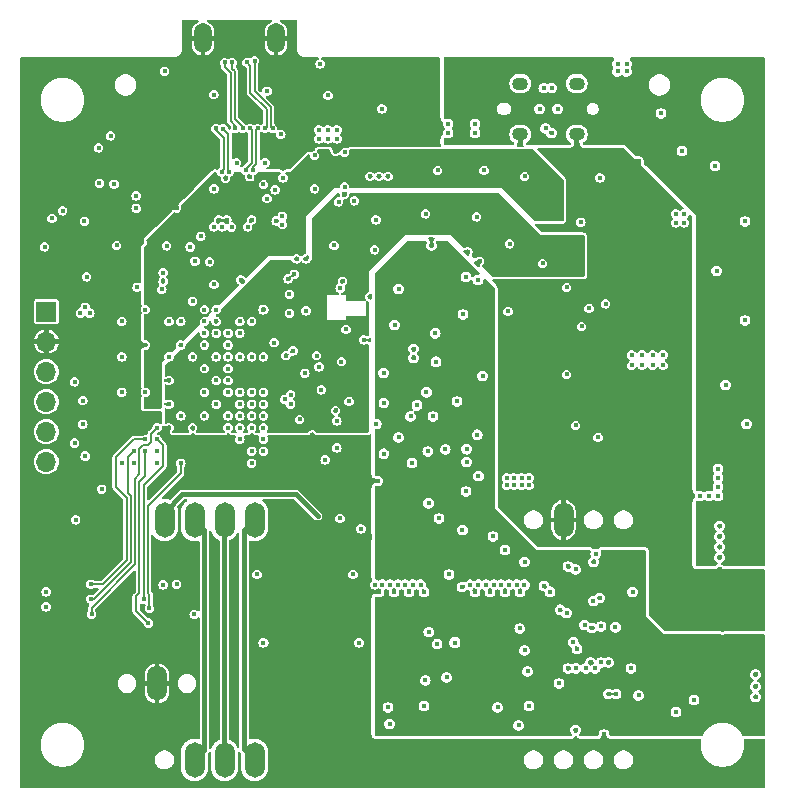
<source format=gbr>
%TF.GenerationSoftware,KiCad,Pcbnew,8.0.7*%
%TF.CreationDate,2025-01-06T22:32:21+01:00*%
%TF.ProjectId,hd_64_v0,68645f36-345f-4763-902e-6b696361645f,0.2*%
%TF.SameCoordinates,PX4737720PY55fe290*%
%TF.FileFunction,Copper,L3,Inr*%
%TF.FilePolarity,Positive*%
%FSLAX46Y46*%
G04 Gerber Fmt 4.6, Leading zero omitted, Abs format (unit mm)*
G04 Created by KiCad (PCBNEW 8.0.7) date 2025-01-06 22:32:21*
%MOMM*%
%LPD*%
G01*
G04 APERTURE LIST*
%TA.AperFunction,ComponentPad*%
%ADD10O,1.346200X1.092200*%
%TD*%
%TA.AperFunction,ComponentPad*%
%ADD11O,1.700000X3.000000*%
%TD*%
%TA.AperFunction,ComponentPad*%
%ADD12O,1.500000X2.550000*%
%TD*%
%TA.AperFunction,ComponentPad*%
%ADD13R,1.700000X1.700000*%
%TD*%
%TA.AperFunction,ComponentPad*%
%ADD14O,1.700000X1.700000*%
%TD*%
%TA.AperFunction,ViaPad*%
%ADD15C,0.400000*%
%TD*%
%TA.AperFunction,ViaPad*%
%ADD16C,0.450000*%
%TD*%
%TA.AperFunction,Conductor*%
%ADD17C,0.400000*%
%TD*%
%TA.AperFunction,Conductor*%
%ADD18C,0.200000*%
%TD*%
G04 APERTURE END LIST*
D10*
X47358000Y55507999D03*
X42558000Y55507999D03*
X47358000Y59808001D03*
X42558000Y59808001D03*
D11*
X20066000Y2540000D03*
X17526000Y2540000D03*
X14986000Y2540000D03*
X46228000Y22860000D03*
D12*
X21896000Y63627000D03*
X15696000Y63627000D03*
D13*
X2438000Y40488000D03*
D14*
X2438000Y37948000D03*
X2438000Y35408000D03*
X2438000Y32868000D03*
X2438000Y30328000D03*
X2438000Y27788000D03*
D11*
X20066000Y22860000D03*
X17526000Y22860000D03*
X14986000Y22860000D03*
X12446000Y22860000D03*
X11811000Y9017000D03*
D15*
X29845000Y21463000D03*
X37668886Y22002827D03*
X41275000Y20320000D03*
X25400000Y23206003D03*
X59690000Y13589000D03*
X11104000Y49230000D03*
X21684000Y28260000D03*
X45847000Y9017000D03*
X51943000Y10287000D03*
X48006000Y13970000D03*
X49286563Y16261433D03*
X46609000Y18923000D03*
X44577000Y17272000D03*
X47244000Y18669000D03*
X48753000Y15987000D03*
X48641000Y13716000D03*
X49403000Y13843000D03*
X49657000Y4699000D03*
X47244000Y5080000D03*
X49403000Y10795000D03*
X50038000Y10795000D03*
X48895000Y10287000D03*
X48133000Y10287000D03*
X47272658Y10301329D03*
X55753000Y6604000D03*
X52070000Y16764000D03*
X52578000Y29718000D03*
X37973000Y25273000D03*
X45212000Y55626000D03*
X30607000Y54737000D03*
X36924000Y1270000D03*
X14859000Y16510000D03*
X20193000Y8890000D03*
X6624000Y25070000D03*
X54483000Y57277000D03*
X3937000Y50673000D03*
X16637000Y20828000D03*
X16124000Y56170000D03*
X16637000Y15367000D03*
X30607000Y56642000D03*
X16637000Y18542000D03*
X25527000Y35814000D03*
X32624000Y1270000D03*
X5724000Y33570000D03*
X14824000Y29670000D03*
X34824000Y13370000D03*
X43180000Y10033000D03*
X16256000Y1397000D03*
X62484000Y8763000D03*
X49149000Y49784000D03*
X52832000Y44577000D03*
X18923000Y43180000D03*
X21524000Y17270000D03*
X6731000Y14478000D03*
X30607000Y55753000D03*
X14351000Y11303000D03*
X21590000Y5334000D03*
X23624000Y44970000D03*
X52114000Y52705000D03*
X42164000Y22860000D03*
X17624000Y51770000D03*
X51435000Y30353000D03*
X12824000Y29670000D03*
X22606000Y52705000D03*
X35687000Y22987000D03*
X19177000Y56769000D03*
X16256000Y44704000D03*
X41148000Y24384000D03*
X35179000Y31623000D03*
X41275000Y16764000D03*
X20024000Y16670000D03*
X6731000Y19177000D03*
X34524000Y9270000D03*
X15524000Y57390000D03*
X37211000Y32893000D03*
X21463000Y19431000D03*
X59436000Y18669000D03*
X51689000Y53213000D03*
X31877000Y16764000D03*
X27813000Y16764000D03*
X57404000Y17907000D03*
X12824000Y30670000D03*
X62484000Y9779000D03*
X31924000Y39370000D03*
X44929342Y42276671D03*
X6424000Y37670000D03*
X29624000Y17170000D03*
X53213000Y51816000D03*
X48514000Y10795000D03*
X46482000Y53086000D03*
X6223000Y18034000D03*
X30607000Y51943000D03*
X59182000Y43942000D03*
X45945342Y15254329D03*
X17824000Y37670000D03*
X50546000Y39370000D03*
X18415000Y20828000D03*
X12446000Y20828000D03*
X42545000Y16764000D03*
X31024000Y28470000D03*
X36322000Y9525000D03*
X25724000Y33870000D03*
X33528000Y36576000D03*
X42926000Y19304000D03*
X7824000Y36670000D03*
X9398000Y49784000D03*
X38124000Y45570000D03*
X52832000Y43053000D03*
X38862000Y48514000D03*
X40640000Y6985000D03*
X33824000Y32570000D03*
X32258000Y29845000D03*
X50292000Y29718000D03*
X5024000Y12770000D03*
X39497000Y52451000D03*
X16524000Y53270000D03*
X9525000Y16891000D03*
X50624000Y13770000D03*
X34544000Y48768000D03*
X59944000Y34290000D03*
X45466000Y53086000D03*
X40005000Y16764000D03*
X22352000Y57531000D03*
X16637000Y11303000D03*
X10824000Y30670000D03*
X13824000Y29670000D03*
X34798000Y24270000D03*
X33147000Y58801000D03*
X11824000Y31670000D03*
X61595000Y39751000D03*
X58928000Y14859000D03*
X20824000Y31670000D03*
X12824000Y28670000D03*
X26524000Y29591000D03*
X28067000Y32893000D03*
X50546000Y40005000D03*
X14351000Y26289000D03*
X25146000Y22606000D03*
X18415000Y9906000D03*
X28575000Y7366000D03*
X10541000Y46355000D03*
X29845000Y51943000D03*
X9824000Y33670000D03*
X8255000Y42291000D03*
X22724000Y36770000D03*
X16989342Y61326671D03*
X42524000Y13670000D03*
X7824000Y40670000D03*
X59436000Y22352000D03*
X8763000Y5461000D03*
X2624000Y20970000D03*
X24765000Y56007000D03*
X38735000Y16764000D03*
X12824000Y36670000D03*
X33401000Y27686000D03*
X38989000Y43180000D03*
X12324000Y43070000D03*
X7824000Y31670000D03*
D16*
X26924000Y54070000D03*
D15*
X14824000Y30670000D03*
X13824000Y31670000D03*
D16*
X20824000Y40670000D03*
D15*
X30480000Y26162000D03*
X25324000Y36770000D03*
X37624000Y17170000D03*
X37719000Y40259000D03*
X45339000Y32639000D03*
X56261000Y54102000D03*
X59436000Y20574000D03*
X30226000Y45720000D03*
X18415000Y7112000D03*
X22987000Y14351000D03*
X33528000Y58166000D03*
X14351000Y61468000D03*
X52705000Y33274000D03*
X3429000Y34163000D03*
X52705000Y34798000D03*
X24964000Y30070000D03*
X34417000Y16764000D03*
X8824000Y29670000D03*
X47498000Y1270000D03*
X12319000Y19304000D03*
X55880000Y29718000D03*
X18415000Y15367000D03*
X5842000Y54483000D03*
X12824000Y39670000D03*
X43942000Y39878000D03*
X13081000Y58570000D03*
X35362000Y38664000D03*
X22225000Y56261000D03*
X24324000Y35270000D03*
X23324000Y37170000D03*
X42418000Y5461000D03*
X26824000Y11470000D03*
X52832000Y43815000D03*
X51943000Y34036000D03*
X18824000Y39670000D03*
X4324000Y24670000D03*
X23876000Y31369000D03*
X32893000Y3170000D03*
X46863000Y42037000D03*
X16637000Y8382000D03*
X49657000Y53721000D03*
X9525000Y43815000D03*
X31024000Y32770000D03*
X40259000Y21463000D03*
X6858000Y42418000D03*
X59436000Y21463000D03*
X44958000Y1270000D03*
X30607000Y16764000D03*
X29824000Y41770000D03*
X28524000Y49870000D03*
X46609000Y10287000D03*
X14824000Y28670000D03*
X55245000Y39243000D03*
X5024000Y37670000D03*
X11430000Y25146000D03*
X35524000Y12370000D03*
X27159478Y23569088D03*
X61722000Y30988000D03*
X16824000Y36670000D03*
X23876000Y6985000D03*
X33909000Y58801000D03*
X7724000Y25908000D03*
X27686000Y50419000D03*
X15024000Y44770000D03*
X51943000Y33274000D03*
X14824000Y36670000D03*
X49414000Y50870000D03*
X14097000Y56261000D03*
X13970000Y52705000D03*
X13716000Y60198000D03*
X51816000Y29718000D03*
X61595000Y48133000D03*
X25400000Y24257000D03*
X51816000Y39370000D03*
X51181000Y40005000D03*
X35560000Y52451000D03*
X26670000Y56769000D03*
X41656000Y46228000D03*
X20824000Y27670000D03*
X5946835Y27712912D03*
X19658833Y51920426D03*
X15024000Y4572000D03*
X5207000Y53721000D03*
X47498000Y24003000D03*
X3429000Y29083000D03*
X19177000Y53213000D03*
X52070000Y44577000D03*
X29337000Y38100000D03*
X3810000Y26543000D03*
X36524000Y3170000D03*
X14124000Y54570000D03*
X31369000Y6985000D03*
X58928000Y15621000D03*
X21124000Y50070000D03*
X58293000Y17907000D03*
X21924000Y53170000D03*
X52705000Y34036000D03*
X13824000Y37670000D03*
X27686000Y3170000D03*
X51943000Y34798000D03*
X55626000Y43815000D03*
X10541000Y15494000D03*
X50673000Y8128000D03*
X35433000Y36251000D03*
X52578000Y8001000D03*
X52070000Y43815000D03*
X7824000Y27670000D03*
X27813000Y38989000D03*
X30353000Y48260000D03*
X57277000Y7620000D03*
X33147000Y16764000D03*
X13335000Y51943000D03*
X28067000Y21971000D03*
X26924000Y32131000D03*
X30734000Y1270000D03*
X59055000Y52832000D03*
X39370000Y35052000D03*
X35052000Y46101000D03*
X59436000Y19685000D03*
X18824000Y31670000D03*
X17794329Y62131658D03*
X18824000Y33670000D03*
X28448000Y9144000D03*
X5334000Y44196000D03*
X4318000Y9652000D03*
X44704000Y36703000D03*
X1270000Y15240000D03*
X14478000Y13081000D03*
X7124000Y22270000D03*
X54737000Y2667000D03*
X12824000Y32670000D03*
X17024000Y48270000D03*
X47371000Y11938000D03*
X26797000Y46101000D03*
X24424000Y44970000D03*
X45466000Y37211000D03*
X39024000Y26570000D03*
X16824000Y32670000D03*
X37973000Y43434000D03*
X11274000Y56000000D03*
X48768000Y19304000D03*
X51054000Y29718000D03*
X27305000Y1143000D03*
X31369000Y51943000D03*
X33274000Y31623000D03*
X38924000Y30070000D03*
X1905000Y50673000D03*
X20701000Y61849000D03*
X50038000Y8128000D03*
X16824000Y39670000D03*
X44958000Y24003000D03*
X24384000Y57785000D03*
X15824000Y37670000D03*
X34417000Y7112000D03*
X3429000Y31623000D03*
X13462000Y49270000D03*
X58928000Y16383000D03*
X27524000Y43070000D03*
X5724000Y37670000D03*
X8324000Y20170000D03*
X27432000Y57658000D03*
X39124000Y44770000D03*
X32258000Y42418000D03*
X15824000Y27670000D03*
X54991000Y23622000D03*
X16637000Y6223000D03*
X15824000Y33670000D03*
X6324000Y51370000D03*
X11444000Y53420000D03*
X41529000Y34290000D03*
X1824000Y22570000D03*
X23024000Y41970000D03*
X3424000Y23870000D03*
X12424000Y4572000D03*
X22924000Y43270000D03*
X30988000Y35306000D03*
X42926000Y11811000D03*
X50038000Y47752000D03*
X15824000Y35670000D03*
X18796000Y61976000D03*
X51181000Y39370000D03*
X16637000Y42799000D03*
X23424000Y43670000D03*
X19824000Y29670000D03*
X49022000Y48641000D03*
X20024000Y20828000D03*
X41910000Y42164000D03*
X20824000Y36670000D03*
X54229000Y29718000D03*
X52070000Y43053000D03*
X6924000Y48170000D03*
X14986000Y20828000D03*
X16824000Y34670000D03*
X12824000Y27670000D03*
X21724000Y37870000D03*
X1905000Y12954000D03*
X55499000Y26416000D03*
X8763000Y15367000D03*
X15875000Y25908000D03*
X18796000Y1397000D03*
X58928000Y17145000D03*
X22479000Y1270000D03*
X33528000Y37338000D03*
X10824000Y37670000D03*
X19824000Y48270000D03*
X25024000Y15970000D03*
X43307000Y7112000D03*
X51816000Y40005000D03*
X45974000Y52578000D03*
X10911450Y13553128D03*
X38024000Y28870000D03*
X42926000Y51943000D03*
X26624000Y13470000D03*
X9271000Y55626000D03*
X34624000Y33670000D03*
X38024000Y27770000D03*
X50038000Y1270000D03*
X44831000Y47498000D03*
X6350000Y16764000D03*
X6924000Y46070000D03*
X15824000Y31670000D03*
X5824000Y30370000D03*
X14624000Y45970000D03*
X1778000Y43053000D03*
X21909502Y48178699D03*
X42799000Y31242000D03*
X27424000Y36270000D03*
X2921000Y51689000D03*
X52578000Y53213000D03*
X44450000Y44577000D03*
X17724000Y48270000D03*
X31496000Y5588000D03*
X9824000Y39670000D03*
X12824000Y34670000D03*
X1651000Y18669000D03*
X18415000Y17907000D03*
X19645244Y62155448D03*
X62484000Y7874000D03*
X16637000Y50892000D03*
X8171000Y51294000D03*
X54653000Y35941000D03*
X19824000Y36670000D03*
X56452000Y48768000D03*
X56452000Y48006000D03*
X51986000Y35941000D03*
X19824000Y33670000D03*
X52875000Y36830000D03*
X38735000Y56388000D03*
X27686000Y51054000D03*
X23124000Y33470000D03*
X55733000Y48006000D03*
X14963000Y14859000D03*
X23024000Y40370000D03*
X2436000Y16764000D03*
X10124000Y42570000D03*
X12624000Y46070000D03*
X54653000Y36830000D03*
X26058000Y27940000D03*
D16*
X28924000Y12470000D03*
D15*
X13824000Y39670000D03*
X22624000Y33070000D03*
X4826000Y34544000D03*
D16*
X20824000Y12470000D03*
D15*
X41529000Y40513000D03*
X5324000Y40370000D03*
X8824000Y33670000D03*
X52875000Y35941000D03*
X12324000Y17370000D03*
X6858000Y54356000D03*
X5724000Y40870000D03*
X23124000Y32670000D03*
X36218000Y28829000D03*
X28404000Y18244000D03*
X51986000Y36830000D03*
X2286000Y45974000D03*
X25146000Y50892000D03*
X19824000Y39670000D03*
X6124000Y40370000D03*
X27178000Y49784000D03*
X36449000Y56388000D03*
X6941500Y51370000D03*
X30376000Y30988000D03*
X2413000Y15494000D03*
X15824000Y39670000D03*
X5842000Y43434000D03*
D16*
X37024000Y12470000D03*
D15*
X5671500Y48159500D03*
X36532000Y18244000D03*
X7874000Y55372000D03*
X8824000Y36670000D03*
X55733000Y48768000D03*
X3810000Y49022000D03*
X24424000Y40570000D03*
X2921000Y48387000D03*
X8382000Y46101000D03*
X36449000Y55626000D03*
X20276000Y18244000D03*
X4826000Y29370000D03*
X13462000Y17410000D03*
X53764000Y36830000D03*
X53764000Y35941000D03*
X8824000Y39670000D03*
X38735000Y55626000D03*
X34739500Y28661000D03*
X20824000Y51270000D03*
X4924000Y22870000D03*
X25527000Y55880000D03*
X26289000Y55118000D03*
X27051000Y55118000D03*
X26289000Y55880000D03*
X20955000Y53086000D03*
X25527000Y55118000D03*
X27051000Y55880000D03*
X18542000Y53086000D03*
X22285000Y55499000D03*
X44239000Y49149000D03*
X14924000Y43070000D03*
X23124000Y46117000D03*
X11824000Y34670000D03*
X44239000Y48387000D03*
X14124000Y43070000D03*
X11824000Y32670000D03*
X47688500Y48069500D03*
X16224000Y46101000D03*
X11824000Y36670000D03*
X45001000Y49149000D03*
X14524000Y42570000D03*
X12824000Y37670000D03*
X45001000Y48387000D03*
X44239000Y49911000D03*
X47244000Y30861000D03*
X45001000Y49911000D03*
X29083000Y22098000D03*
X30252000Y17370000D03*
X17824000Y31670000D03*
X30889712Y17371840D03*
X17824000Y30670000D03*
X31552000Y17370000D03*
X18824000Y30670000D03*
X32202000Y17370000D03*
X18824000Y29670000D03*
X32827003Y17370000D03*
X19824000Y28670000D03*
X33452006Y17370000D03*
X19824000Y27670000D03*
X20824000Y28670000D03*
X34124000Y17370000D03*
X18824000Y32670000D03*
X38324000Y17370000D03*
X20824000Y29670000D03*
X39024000Y17370000D03*
X19824000Y30670000D03*
X39649003Y17370000D03*
X40324000Y17370000D03*
X20824000Y30670000D03*
X40949003Y17370000D03*
X19824000Y31670000D03*
X19824000Y32670000D03*
X41624000Y17370000D03*
X42249003Y17370000D03*
X20824000Y32670000D03*
X42924000Y17370000D03*
X20824000Y33670000D03*
X36218000Y27813000D03*
X35687000Y44368000D03*
X62032500Y12573000D03*
X60254500Y11557000D03*
X34739500Y28011000D03*
X61143500Y11557000D03*
X34036000Y46101000D03*
X30480000Y37973000D03*
X50038000Y16129000D03*
X32359500Y35301000D03*
X31024000Y34370000D03*
X62032500Y11557000D03*
X60254500Y12573000D03*
X52705000Y6985000D03*
X33274000Y44323000D03*
X50026529Y13714943D03*
X61143500Y12573000D03*
X16624000Y58870000D03*
X25146000Y53721000D03*
X17824000Y36670000D03*
X15524000Y46870000D03*
X16824000Y40670000D03*
X16624000Y47670000D03*
X17324000Y47670000D03*
X16824000Y38670000D03*
X18124000Y47662893D03*
X17824000Y38670000D03*
X19485000Y47670000D03*
X18824000Y38670000D03*
X27028000Y31242000D03*
X22424000Y47870000D03*
X22424000Y48570000D03*
X27028000Y28956000D03*
X22479000Y51816000D03*
X18824000Y36670000D03*
X17824000Y35670000D03*
X21809000Y50800000D03*
X20066000Y61722000D03*
X21590000Y56007000D03*
X19431000Y61595000D03*
X20955000Y56007000D03*
X20320000Y56007000D03*
X19939000Y52451000D03*
X19304000Y52451000D03*
X19685000Y56007000D03*
X19050000Y56016119D03*
X18161000Y61595000D03*
X17526000Y61595000D03*
X18450094Y56005350D03*
X17922875Y52324000D03*
X17399000Y55982750D03*
X16764000Y56007000D03*
X17272000Y52324000D03*
X17824000Y33670000D03*
X27324000Y42470000D03*
X11824000Y28670000D03*
X11824000Y27670000D03*
X46779000Y45847000D03*
X47541000Y45085000D03*
X16824000Y35670000D03*
X24524000Y38670000D03*
X46779000Y45085000D03*
X15824000Y34670000D03*
X15824000Y32670000D03*
X16824000Y31670000D03*
X22924000Y39070000D03*
X15824000Y30670000D03*
X14824000Y31670000D03*
X24824000Y43270000D03*
X47541000Y46609000D03*
X12824000Y33670000D03*
X22524000Y38570000D03*
X16824000Y33670000D03*
X47541000Y45847000D03*
X25324000Y43670000D03*
X46779000Y46609000D03*
X13824000Y36670000D03*
X24924000Y39070000D03*
X12824000Y31670000D03*
X13824000Y30670000D03*
X15824000Y36670000D03*
X12824000Y35670000D03*
X9824000Y27670000D03*
X42037000Y26416000D03*
X42037000Y25781000D03*
X43307000Y25781000D03*
X42672000Y26416000D03*
X41402000Y25781000D03*
X43307000Y26416000D03*
X42672000Y25781000D03*
X41402000Y26416000D03*
X49149000Y29845000D03*
X46482000Y35179000D03*
X5524000Y32970000D03*
X15824000Y40670000D03*
X5524000Y30970000D03*
X14824000Y41370000D03*
X5724000Y28270000D03*
X15824000Y38670000D03*
X49319000Y51816000D03*
X30861000Y57658000D03*
X48387000Y40767000D03*
X46482000Y14986000D03*
X45085000Y16789500D03*
X47053500Y12509500D03*
X12324000Y43770000D03*
X6268997Y14870000D03*
X11824000Y30670000D03*
X12219022Y42370000D03*
X10668000Y16129000D03*
X11824000Y29670000D03*
X6223000Y17410000D03*
X10824000Y29670000D03*
X11168000Y15367000D03*
X13824000Y27670000D03*
X10824000Y28670000D03*
X11080750Y14128750D03*
X9824000Y28670000D03*
X6223000Y16140000D03*
X25624000Y61468000D03*
X57785000Y24892000D03*
X59309000Y24892000D03*
X21124000Y59170000D03*
X50800000Y61468000D03*
X50800000Y60833000D03*
X59309000Y26416000D03*
X51562000Y61468000D03*
X51562000Y60833000D03*
X59309000Y27178000D03*
X26289000Y58801000D03*
X59309000Y25654000D03*
X58547000Y24892000D03*
X58039000Y50800000D03*
X57320000Y50800000D03*
X60706000Y19558000D03*
X38735000Y57658000D03*
X36449000Y57658000D03*
X47752000Y39243000D03*
X36449000Y58420000D03*
X57785000Y38735000D03*
X38735000Y58420000D03*
X61595000Y19558000D03*
X62484000Y19558000D03*
X57320000Y50038000D03*
X58039000Y50038000D03*
X7124000Y25470000D03*
X10824000Y33670000D03*
X49784000Y41148000D03*
X46482000Y42545000D03*
X45212000Y59436000D03*
X44704000Y56007000D03*
X10053000Y50301000D03*
X10053000Y49239000D03*
X44564000Y59420000D03*
X10824000Y40670000D03*
X12446000Y60858500D03*
X45720000Y57658000D03*
X44196000Y57658000D03*
X8824000Y27670000D03*
X27686000Y53975000D03*
X17824000Y34670000D03*
X27305000Y22987000D03*
X48958500Y20002500D03*
D17*
X13955000Y25019000D02*
X12446000Y23510000D01*
X23587003Y25019000D02*
X13955000Y25019000D01*
X12446000Y23510000D02*
X12446000Y22860000D01*
X25400000Y23206003D02*
X23587003Y25019000D01*
D18*
X21432000Y56165000D02*
X21590000Y56007000D01*
X20066000Y61722000D02*
X20066000Y59182000D01*
X20066000Y59182000D02*
X21432000Y57816000D01*
X21432000Y57816000D02*
X21432000Y56165000D01*
X21082000Y57671026D02*
X21082000Y56134000D01*
X19716000Y59037026D02*
X21082000Y57671026D01*
X19431000Y61595000D02*
X19716000Y61310000D01*
X19716000Y61310000D02*
X19716000Y59037026D01*
X21082000Y56134000D02*
X20955000Y56007000D01*
X19939000Y52451000D02*
X19939000Y52718026D01*
X19939000Y52718026D02*
X20193000Y52972026D01*
X20193000Y55880000D02*
X20320000Y56007000D01*
X20193000Y52972026D02*
X20193000Y55880000D01*
X19843000Y55849000D02*
X19685000Y56007000D01*
X19304000Y52451000D02*
X19304000Y52578000D01*
X19304000Y52578000D02*
X19843000Y53117000D01*
X19843000Y53117000D02*
X19843000Y55849000D01*
X18384000Y56800000D02*
X19050000Y56134000D01*
X18161000Y61595000D02*
X18161000Y61073974D01*
X19050000Y56134000D02*
X19050000Y56016119D01*
X18161000Y61073974D02*
X18384000Y60850974D01*
X18384000Y60850974D02*
X18384000Y56800000D01*
X18034000Y60706000D02*
X18034000Y56655026D01*
X17526000Y61595000D02*
X17526000Y61214000D01*
X17526000Y61214000D02*
X18034000Y60706000D01*
X18450094Y56238932D02*
X18450094Y56005350D01*
X18034000Y56655026D02*
X18450094Y56238932D01*
X17824000Y52422875D02*
X17922875Y52324000D01*
X17399000Y55982750D02*
X17824000Y55557750D01*
X17824000Y55557750D02*
X17824000Y52422875D01*
X16764000Y55910643D02*
X17474000Y55200643D01*
X16764000Y56007000D02*
X16764000Y55910643D01*
X17272000Y52380232D02*
X17272000Y52324000D01*
X17474000Y52582232D02*
X17272000Y52380232D01*
X17474000Y55200643D02*
X17474000Y52582232D01*
D17*
X17524000Y22858000D02*
X17526000Y22860000D01*
X17524000Y2542000D02*
X17524000Y22858000D01*
X17526000Y2540000D02*
X17524000Y2542000D01*
X15824000Y3378000D02*
X15824000Y22022000D01*
X15824000Y22022000D02*
X14986000Y22860000D01*
X14986000Y2540000D02*
X15824000Y3378000D01*
X19177000Y3429000D02*
X19177000Y21971000D01*
X20066000Y2540000D02*
X19177000Y3429000D01*
X19177000Y21971000D02*
X20066000Y22860000D01*
D18*
X9971000Y26354000D02*
X10324000Y26707000D01*
X11324000Y30170000D02*
X11824000Y30670000D01*
X10324000Y28877107D02*
X10616893Y29170000D01*
X11324000Y29462893D02*
X11324000Y30170000D01*
X6268997Y15412997D02*
X9971000Y19115000D01*
X10324000Y26707000D02*
X10324000Y28877107D01*
X6268997Y14870000D02*
X6268997Y15412997D01*
X11031107Y29170000D02*
X11324000Y29462893D01*
X10616893Y29170000D02*
X11031107Y29170000D01*
X9971000Y19115000D02*
X9971000Y26354000D01*
X10668000Y16129000D02*
X10671000Y16132000D01*
X12324000Y27437000D02*
X12324000Y29170000D01*
X10671000Y25784000D02*
X12324000Y27437000D01*
X12324000Y29170000D02*
X11824000Y29670000D01*
X10671000Y16132000D02*
X10671000Y25784000D01*
X9271000Y19431000D02*
X9271000Y24712951D01*
X8324000Y25659951D02*
X8324000Y28170000D01*
X7250000Y17410000D02*
X9271000Y19431000D01*
X6223000Y17410000D02*
X7250000Y17410000D01*
X9824000Y29670000D02*
X10824000Y29670000D01*
X9271000Y24712951D02*
X8324000Y25659951D01*
X8324000Y28170000D02*
X9824000Y29670000D01*
X11168000Y16518000D02*
X11021000Y16665000D01*
X13824000Y26832893D02*
X13824000Y27670000D01*
X11021000Y24029893D02*
X13824000Y26832893D01*
X11021000Y16665000D02*
X11021000Y24029893D01*
X11168000Y15367000D02*
X11168000Y16518000D01*
X10321000Y16671000D02*
X10321000Y26069000D01*
X10033000Y16383000D02*
X10321000Y16671000D01*
X10321000Y26069000D02*
X10824000Y26572000D01*
X10824000Y26572000D02*
X10824000Y28670000D01*
X11080750Y14128750D02*
X10033000Y15176500D01*
X10033000Y15176500D02*
X10033000Y16383000D01*
X6223000Y16140000D02*
X6474975Y16140000D01*
X9324000Y28170000D02*
X9824000Y28670000D01*
X9621000Y19286025D02*
X9621000Y24857925D01*
X9621000Y24857925D02*
X9324000Y25154925D01*
X6474975Y16140000D02*
X9621000Y19286025D01*
X9324000Y25154925D02*
X9324000Y28170000D01*
%TA.AperFunction,Conductor*%
G36*
X15314975Y65185593D02*
G01*
X15350939Y65136093D01*
X15350939Y65074907D01*
X15314975Y65025407D01*
X15294669Y65014036D01*
X15246010Y64993882D01*
X15245998Y64993876D01*
X15090410Y64889913D01*
X15090406Y64889910D01*
X14958090Y64757594D01*
X14958087Y64757590D01*
X14854124Y64602002D01*
X14854118Y64601990D01*
X14782508Y64429107D01*
X14782508Y64429105D01*
X14746000Y64245570D01*
X14746000Y63827001D01*
X14746001Y63827000D01*
X15371000Y63827000D01*
X15371000Y63427000D01*
X14746001Y63427000D01*
X14746000Y63426999D01*
X14746000Y63008431D01*
X14782508Y62824896D01*
X14782508Y62824894D01*
X14854118Y62652011D01*
X14854124Y62651999D01*
X14958087Y62496411D01*
X14958090Y62496407D01*
X15090406Y62364091D01*
X15090410Y62364088D01*
X15245998Y62260125D01*
X15246010Y62260119D01*
X15418894Y62188509D01*
X15496000Y62173171D01*
X15496000Y62842382D01*
X15496446Y62841936D01*
X15570555Y62799149D01*
X15653213Y62777000D01*
X15738787Y62777000D01*
X15821445Y62799149D01*
X15895554Y62841936D01*
X15896000Y62842382D01*
X15896000Y62173172D01*
X15973104Y62188509D01*
X15973106Y62188509D01*
X16145989Y62260119D01*
X16146001Y62260125D01*
X16301589Y62364088D01*
X16301593Y62364091D01*
X16433909Y62496407D01*
X16433912Y62496411D01*
X16537875Y62651999D01*
X16537881Y62652011D01*
X16609491Y62824894D01*
X16609491Y62824896D01*
X16645999Y63008431D01*
X16646000Y63008435D01*
X16646000Y63426999D01*
X16645999Y63427000D01*
X16021000Y63427000D01*
X16021000Y63827000D01*
X16645999Y63827000D01*
X16646000Y63827001D01*
X16646000Y64245566D01*
X16645999Y64245570D01*
X16609491Y64429105D01*
X16609491Y64429107D01*
X16537881Y64601990D01*
X16537875Y64602002D01*
X16433912Y64757590D01*
X16433909Y64757594D01*
X16301593Y64889910D01*
X16301589Y64889913D01*
X16146001Y64993876D01*
X16145989Y64993882D01*
X16097331Y65014036D01*
X16050805Y65053772D01*
X16036521Y65113267D01*
X16059935Y65169795D01*
X16112104Y65201764D01*
X16135216Y65204500D01*
X21456784Y65204500D01*
X21514975Y65185593D01*
X21550939Y65136093D01*
X21550939Y65074907D01*
X21514975Y65025407D01*
X21494669Y65014036D01*
X21446010Y64993882D01*
X21445998Y64993876D01*
X21290410Y64889913D01*
X21290406Y64889910D01*
X21158090Y64757594D01*
X21158087Y64757590D01*
X21054124Y64602002D01*
X21054118Y64601990D01*
X20982508Y64429107D01*
X20982508Y64429105D01*
X20946000Y64245570D01*
X20946000Y63827001D01*
X20946001Y63827000D01*
X21571000Y63827000D01*
X21571000Y63427000D01*
X20946001Y63427000D01*
X20946000Y63426999D01*
X20946000Y63008431D01*
X20982508Y62824896D01*
X20982508Y62824894D01*
X21054118Y62652011D01*
X21054124Y62651999D01*
X21158087Y62496411D01*
X21158090Y62496407D01*
X21290406Y62364091D01*
X21290410Y62364088D01*
X21445998Y62260125D01*
X21446010Y62260119D01*
X21618894Y62188509D01*
X21696000Y62173171D01*
X21696000Y62842382D01*
X21696446Y62841936D01*
X21770555Y62799149D01*
X21853213Y62777000D01*
X21938787Y62777000D01*
X22021445Y62799149D01*
X22095554Y62841936D01*
X22096000Y62842382D01*
X22096000Y62173172D01*
X22173104Y62188509D01*
X22173106Y62188509D01*
X22345989Y62260119D01*
X22346001Y62260125D01*
X22501589Y62364088D01*
X22501593Y62364091D01*
X22633909Y62496407D01*
X22633912Y62496411D01*
X22737875Y62651999D01*
X22737881Y62652011D01*
X22809491Y62824894D01*
X22809491Y62824896D01*
X22845999Y63008431D01*
X22846000Y63008435D01*
X22846000Y63426999D01*
X22845999Y63427000D01*
X22221000Y63427000D01*
X22221000Y63827000D01*
X22845999Y63827000D01*
X22846000Y63827001D01*
X22846000Y64245566D01*
X22845999Y64245570D01*
X22809491Y64429105D01*
X22809491Y64429107D01*
X22737881Y64601990D01*
X22737875Y64602002D01*
X22633912Y64757590D01*
X22633909Y64757594D01*
X22501593Y64889910D01*
X22501589Y64889913D01*
X22346001Y64993876D01*
X22345989Y64993882D01*
X22297331Y65014036D01*
X22250805Y65053772D01*
X22236521Y65113267D01*
X22259935Y65169795D01*
X22312104Y65201764D01*
X22335216Y65204500D01*
X23576500Y65204500D01*
X23634691Y65185593D01*
X23670655Y65136093D01*
X23675500Y65105500D01*
X23675500Y62668217D01*
X23702726Y62531341D01*
X23702728Y62531335D01*
X23756135Y62402401D01*
X23756139Y62402392D01*
X23811583Y62319416D01*
X23833672Y62286358D01*
X23833675Y62286355D01*
X23847004Y62273026D01*
X23861577Y62244424D01*
X23876000Y62230001D01*
X23876000Y62230000D01*
X23876001Y62230000D01*
X23888985Y62217016D01*
X23907213Y62211093D01*
X23919026Y62201004D01*
X23932358Y62187672D01*
X23981830Y62154616D01*
X24048391Y62110140D01*
X24048397Y62110138D01*
X24048399Y62110136D01*
X24177338Y62056727D01*
X24314219Y62029500D01*
X24344118Y62029500D01*
X25431464Y62029500D01*
X25489655Y62010593D01*
X25525619Y61961093D01*
X25525619Y61899907D01*
X25489655Y61850407D01*
X25476410Y61842291D01*
X25385659Y61796051D01*
X25295949Y61706341D01*
X25238355Y61593308D01*
X25238354Y61593304D01*
X25218777Y61469696D01*
X25218508Y61468000D01*
X25237784Y61346292D01*
X25238354Y61342697D01*
X25238355Y61342693D01*
X25276949Y61266950D01*
X25295950Y61229658D01*
X25385658Y61139950D01*
X25498696Y61082354D01*
X25624000Y61062508D01*
X25749304Y61082354D01*
X25862342Y61139950D01*
X25952050Y61229658D01*
X26009646Y61342696D01*
X26029492Y61468000D01*
X26029223Y61469696D01*
X26026778Y61485134D01*
X26009646Y61593304D01*
X25952050Y61706342D01*
X25862342Y61796050D01*
X25789153Y61833342D01*
X25771590Y61842291D01*
X25728326Y61885556D01*
X25718755Y61945988D01*
X25746533Y62000504D01*
X25801050Y62028281D01*
X25816536Y62029500D01*
X35716076Y62029500D01*
X35774267Y62010593D01*
X35810231Y61961093D01*
X35814068Y61916411D01*
X35812500Y61905506D01*
X35812500Y61905500D01*
X35812500Y59861297D01*
X35812500Y58524546D01*
X35812500Y57690782D01*
X35812500Y57277001D01*
X35812500Y56905746D01*
X35815476Y56878067D01*
X35818339Y56851436D01*
X35818339Y56851435D01*
X35829547Y56799915D01*
X35836777Y56773555D01*
X35836778Y56773552D01*
X35886104Y56686929D01*
X35886105Y56686928D01*
X35886108Y56686923D01*
X35931862Y56634118D01*
X35964639Y56602489D01*
X35964645Y56602486D01*
X36005826Y56580944D01*
X36048625Y56537219D01*
X36057720Y56477734D01*
X36044244Y56392646D01*
X36043508Y56388000D01*
X36056227Y56307692D01*
X36063354Y56262697D01*
X36063355Y56262693D01*
X36107358Y56176333D01*
X36120950Y56149658D01*
X36193606Y56077002D01*
X36221382Y56022487D01*
X36211811Y55962055D01*
X36193607Y55937000D01*
X36145919Y55889311D01*
X36120949Y55864341D01*
X36063355Y55751308D01*
X36063354Y55751304D01*
X36044217Y55630474D01*
X36043508Y55626000D01*
X36053616Y55562177D01*
X36057756Y55536042D01*
X36048185Y55475610D01*
X36008966Y55434526D01*
X35999255Y55428996D01*
X35973172Y55414143D01*
X35973171Y55414142D01*
X35973165Y55414138D01*
X35920383Y55368403D01*
X35920373Y55368394D01*
X35888742Y55335614D01*
X35888740Y55335611D01*
X35842535Y55247281D01*
X35842533Y55247276D01*
X35822853Y55180253D01*
X35822849Y55180235D01*
X35812500Y55108260D01*
X35812500Y54734004D01*
X35812499Y54734004D01*
X35818340Y54679678D01*
X35829538Y54628204D01*
X35829550Y54628154D01*
X35836780Y54601804D01*
X35836782Y54601798D01*
X35847778Y54582489D01*
X35860143Y54522566D01*
X35834925Y54466820D01*
X35781756Y54436543D01*
X35761749Y54434500D01*
X28166086Y54434500D01*
X28102598Y54424446D01*
X28044401Y54405539D01*
X28010544Y54391069D01*
X28010541Y54391067D01*
X28010540Y54391066D01*
X27970399Y54356001D01*
X27965568Y54351781D01*
X27909304Y54327739D01*
X27855494Y54338131D01*
X27811308Y54360645D01*
X27811304Y54360646D01*
X27686000Y54380492D01*
X27560696Y54360646D01*
X27560692Y54360645D01*
X27447659Y54303051D01*
X27357949Y54213341D01*
X27300354Y54100306D01*
X27293191Y54055083D01*
X27265412Y54000567D01*
X27219600Y53974573D01*
X27167546Y53961457D01*
X27167545Y53961457D01*
X27167543Y53961456D01*
X27113033Y53933683D01*
X27081233Y53910578D01*
X27061013Y53895887D01*
X27061010Y53895885D01*
X27057869Y53893602D01*
X27057758Y53893755D01*
X27041907Y53883167D01*
X27006801Y53865279D01*
X26977343Y53855707D01*
X26939487Y53849711D01*
X26908512Y53849711D01*
X26870654Y53855708D01*
X26841198Y53865279D01*
X26807045Y53882681D01*
X26781986Y53900886D01*
X26754882Y53927990D01*
X26736676Y53953050D01*
X26736644Y53953112D01*
X26722692Y53980495D01*
X26719277Y53987198D01*
X26709706Y54016655D01*
X26703701Y54054568D01*
X26702960Y54079768D01*
X26703215Y54082357D01*
X26703215Y54082361D01*
X26703216Y54082366D01*
X26705113Y54130634D01*
X26701487Y54176714D01*
X26698817Y54197287D01*
X26662873Y54281383D01*
X26626909Y54330883D01*
X26602668Y54358628D01*
X26524158Y54405536D01*
X26524156Y54405537D01*
X26524154Y54405538D01*
X26465964Y54424444D01*
X26465965Y54424444D01*
X26402468Y54434500D01*
X26402465Y54434500D01*
X25441348Y54434500D01*
X25377836Y54424439D01*
X25377830Y54424438D01*
X25319654Y54405533D01*
X25319646Y54405530D01*
X25285774Y54391051D01*
X25285770Y54391048D01*
X25216902Y54330876D01*
X25180938Y54281373D01*
X25162044Y54249746D01*
X25162042Y54249740D01*
X25148360Y54189787D01*
X25116980Y54137262D01*
X25067331Y54114033D01*
X25020694Y54106646D01*
X24907658Y54049050D01*
X24907656Y54049049D01*
X24866879Y54008272D01*
X24812362Y53980495D01*
X24760022Y53986392D01*
X24718832Y54002914D01*
X24718828Y54002915D01*
X24718825Y54002916D01*
X24658421Y54012483D01*
X24658403Y54012485D01*
X24621648Y54014963D01*
X24532965Y53992620D01*
X24478445Y53964843D01*
X24426434Y53927055D01*
X23057876Y52558496D01*
X23003359Y52530719D01*
X22987872Y52529500D01*
X22774348Y52529500D01*
X22710836Y52519439D01*
X22710830Y52519438D01*
X22652654Y52500533D01*
X22652646Y52500530D01*
X22618774Y52486051D01*
X22618770Y52486048D01*
X22578657Y52451000D01*
X22545715Y52422217D01*
X22544281Y52423858D01*
X22498895Y52398123D01*
X22438096Y52404992D01*
X22404514Y52429979D01*
X22383853Y52453626D01*
X22383852Y52453627D01*
X22383851Y52453628D01*
X22305341Y52500536D01*
X22305339Y52500537D01*
X22305337Y52500538D01*
X22247147Y52519444D01*
X22247148Y52519444D01*
X22183651Y52529500D01*
X22183648Y52529500D01*
X21157349Y52529500D01*
X21099158Y52548407D01*
X21063194Y52597907D01*
X21063194Y52659093D01*
X21099158Y52708593D01*
X21112403Y52716709D01*
X21132286Y52726841D01*
X21193342Y52757950D01*
X21283050Y52847658D01*
X21340646Y52960696D01*
X21360492Y53086000D01*
X21340646Y53211304D01*
X21283050Y53324342D01*
X21193342Y53414050D01*
X21185034Y53418283D01*
X21080307Y53471645D01*
X21080304Y53471646D01*
X20955000Y53491492D01*
X20829696Y53471646D01*
X20829692Y53471645D01*
X20716659Y53414051D01*
X20716658Y53414051D01*
X20716658Y53414050D01*
X20662501Y53359894D01*
X20607987Y53332118D01*
X20547555Y53341689D01*
X20504290Y53384954D01*
X20493500Y53429899D01*
X20493500Y55585244D01*
X20512407Y55643435D01*
X20547556Y55673454D01*
X20558338Y55678948D01*
X20558337Y55678948D01*
X20558342Y55678950D01*
X20567498Y55688107D01*
X20622013Y55715882D01*
X20682445Y55706311D01*
X20707500Y55688108D01*
X20716658Y55678950D01*
X20829696Y55621354D01*
X20955000Y55601508D01*
X21080304Y55621354D01*
X21193342Y55678950D01*
X21202498Y55688107D01*
X21257013Y55715882D01*
X21317445Y55706311D01*
X21342500Y55688108D01*
X21351658Y55678950D01*
X21464696Y55621354D01*
X21590000Y55601508D01*
X21715304Y55621354D01*
X21741880Y55634896D01*
X21802310Y55644469D01*
X21856828Y55616693D01*
X21884607Y55562177D01*
X21884607Y55531202D01*
X21879508Y55499004D01*
X21879508Y55499001D01*
X21879508Y55499000D01*
X21890595Y55428996D01*
X21899354Y55373697D01*
X21899355Y55373693D01*
X21918759Y55335611D01*
X21956950Y55260658D01*
X22046658Y55170950D01*
X22159696Y55113354D01*
X22285000Y55093508D01*
X22410304Y55113354D01*
X22523342Y55170950D01*
X22613050Y55260658D01*
X22670646Y55373696D01*
X22690492Y55499000D01*
X22690491Y55499004D01*
X22682811Y55547495D01*
X22670646Y55624304D01*
X22613050Y55737342D01*
X22523342Y55827050D01*
X22436882Y55871104D01*
X22419423Y55880000D01*
X25121508Y55880000D01*
X25140091Y55762668D01*
X25141354Y55754697D01*
X25141355Y55754693D01*
X25192478Y55654359D01*
X25198950Y55641658D01*
X25271606Y55569002D01*
X25299382Y55514487D01*
X25289811Y55454055D01*
X25271607Y55429000D01*
X25234811Y55392203D01*
X25198949Y55356341D01*
X25141355Y55243308D01*
X25141354Y55243304D01*
X25121508Y55118000D01*
X25139848Y55002202D01*
X25141354Y54992697D01*
X25141355Y54992693D01*
X25164466Y54947336D01*
X25198950Y54879658D01*
X25288658Y54789950D01*
X25401696Y54732354D01*
X25527000Y54712508D01*
X25652304Y54732354D01*
X25765342Y54789950D01*
X25837998Y54862607D01*
X25892513Y54890382D01*
X25952945Y54880811D01*
X25978000Y54862608D01*
X26050658Y54789950D01*
X26163696Y54732354D01*
X26289000Y54712508D01*
X26414304Y54732354D01*
X26527342Y54789950D01*
X26599998Y54862607D01*
X26654513Y54890382D01*
X26714945Y54880811D01*
X26740000Y54862608D01*
X26812658Y54789950D01*
X26925696Y54732354D01*
X27051000Y54712508D01*
X27176304Y54732354D01*
X27289342Y54789950D01*
X27379050Y54879658D01*
X27436646Y54992696D01*
X27456492Y55118000D01*
X27436646Y55243304D01*
X27379050Y55356342D01*
X27306393Y55428999D01*
X27278618Y55483513D01*
X27288189Y55543945D01*
X27306392Y55569001D01*
X27379050Y55641658D01*
X27436646Y55754696D01*
X27456492Y55880000D01*
X27456223Y55881696D01*
X27448395Y55931123D01*
X27436646Y56005304D01*
X27379050Y56118342D01*
X27289342Y56208050D01*
X27216153Y56245342D01*
X27176307Y56265645D01*
X27176304Y56265646D01*
X27051000Y56285492D01*
X26925696Y56265646D01*
X26925692Y56265645D01*
X26812659Y56208051D01*
X26812658Y56208051D01*
X26812658Y56208050D01*
X26740001Y56135394D01*
X26685487Y56107618D01*
X26625055Y56117189D01*
X26599999Y56135393D01*
X26527342Y56208050D01*
X26454153Y56245342D01*
X26414307Y56265645D01*
X26414304Y56265646D01*
X26289000Y56285492D01*
X26163696Y56265646D01*
X26163692Y56265645D01*
X26050659Y56208051D01*
X26050658Y56208051D01*
X26050658Y56208050D01*
X25978001Y56135394D01*
X25923487Y56107618D01*
X25863055Y56117189D01*
X25837999Y56135393D01*
X25765342Y56208050D01*
X25692153Y56245342D01*
X25652307Y56265645D01*
X25652304Y56265646D01*
X25527000Y56285492D01*
X25401696Y56265646D01*
X25401692Y56265645D01*
X25288659Y56208051D01*
X25198949Y56118341D01*
X25141355Y56005308D01*
X25141354Y56005304D01*
X25121777Y55881696D01*
X25121508Y55880000D01*
X22419423Y55880000D01*
X22410307Y55884645D01*
X22410304Y55884646D01*
X22285000Y55904492D01*
X22159696Y55884646D01*
X22159691Y55884645D01*
X22133117Y55871104D01*
X22072685Y55861533D01*
X22018169Y55889311D01*
X21990392Y55943828D01*
X21990392Y55974802D01*
X21991715Y55983151D01*
X21995492Y56007000D01*
X21975646Y56132304D01*
X21918050Y56245342D01*
X21828342Y56335050D01*
X21828339Y56335052D01*
X21786554Y56356343D01*
X21743290Y56399608D01*
X21732500Y56444552D01*
X21732500Y57658001D01*
X30455508Y57658001D01*
X30455508Y57658000D01*
X30475354Y57532697D01*
X30475355Y57532693D01*
X30506280Y57472000D01*
X30532950Y57419658D01*
X30622658Y57329950D01*
X30735696Y57272354D01*
X30861000Y57252508D01*
X30986304Y57272354D01*
X31099342Y57329950D01*
X31189050Y57419658D01*
X31246646Y57532696D01*
X31266492Y57658000D01*
X31246646Y57783304D01*
X31189050Y57896342D01*
X31099342Y57986050D01*
X31070961Y58000511D01*
X30986307Y58043645D01*
X30986304Y58043646D01*
X30861000Y58063492D01*
X30735696Y58043646D01*
X30735692Y58043645D01*
X30622659Y57986051D01*
X30532949Y57896341D01*
X30475355Y57783308D01*
X30475354Y57783304D01*
X30455508Y57658001D01*
X21732500Y57658001D01*
X21732500Y57855561D01*
X21732500Y57855562D01*
X21718932Y57906199D01*
X21718932Y57906200D01*
X21718932Y57906201D01*
X21716402Y57915641D01*
X21712022Y57931988D01*
X21712020Y57931992D01*
X21672463Y58000507D01*
X21672461Y58000509D01*
X21672460Y58000511D01*
X21075320Y58597651D01*
X21047545Y58652165D01*
X21057116Y58712597D01*
X21100381Y58755862D01*
X21129837Y58765433D01*
X21249304Y58784354D01*
X21281975Y58801001D01*
X25883508Y58801001D01*
X25883508Y58801000D01*
X25903354Y58675697D01*
X25903355Y58675693D01*
X25958944Y58566594D01*
X25960950Y58562658D01*
X26050658Y58472950D01*
X26163696Y58415354D01*
X26289000Y58395508D01*
X26414304Y58415354D01*
X26527342Y58472950D01*
X26617050Y58562658D01*
X26674646Y58675696D01*
X26694492Y58801000D01*
X26674646Y58926304D01*
X26617050Y59039342D01*
X26527342Y59129050D01*
X26523406Y59131056D01*
X26414307Y59186645D01*
X26414304Y59186646D01*
X26289000Y59206492D01*
X26163696Y59186646D01*
X26163692Y59186645D01*
X26050659Y59129051D01*
X25960949Y59039341D01*
X25903355Y58926308D01*
X25903354Y58926304D01*
X25883508Y58801001D01*
X21281975Y58801001D01*
X21362342Y58841950D01*
X21452050Y58931658D01*
X21509646Y59044696D01*
X21529492Y59170000D01*
X21509646Y59295304D01*
X21452050Y59408342D01*
X21362342Y59498050D01*
X21302689Y59528445D01*
X21249307Y59555645D01*
X21249304Y59555646D01*
X21124000Y59575492D01*
X20998696Y59555646D01*
X20998692Y59555645D01*
X20885659Y59498051D01*
X20795949Y59408341D01*
X20738355Y59295308D01*
X20738354Y59295304D01*
X20719432Y59175839D01*
X20691654Y59121323D01*
X20637137Y59093546D01*
X20576705Y59103118D01*
X20551647Y59121324D01*
X20395496Y59277476D01*
X20367719Y59331992D01*
X20366500Y59347479D01*
X20366500Y61415101D01*
X20385407Y61473292D01*
X20392850Y61482008D01*
X20394043Y61483652D01*
X20394050Y61483658D01*
X20451646Y61596696D01*
X20471492Y61722000D01*
X20451646Y61847304D01*
X20394050Y61960342D01*
X20304342Y62050050D01*
X20291234Y62056729D01*
X20191307Y62107645D01*
X20191304Y62107646D01*
X20066000Y62127492D01*
X19940696Y62107646D01*
X19940692Y62107645D01*
X19827658Y62050050D01*
X19827656Y62050049D01*
X19740947Y61963340D01*
X19686430Y61935563D01*
X19625998Y61945135D01*
X19556307Y61980645D01*
X19556304Y61980646D01*
X19431000Y62000492D01*
X19305696Y61980646D01*
X19305692Y61980645D01*
X19192659Y61923051D01*
X19102949Y61833341D01*
X19045355Y61720308D01*
X19045354Y61720304D01*
X19025777Y61596696D01*
X19025508Y61595000D01*
X19044784Y61473292D01*
X19045354Y61469697D01*
X19045355Y61469693D01*
X19100944Y61360594D01*
X19102950Y61356658D01*
X19192658Y61266950D01*
X19305692Y61209356D01*
X19305696Y61209354D01*
X19331989Y61205190D01*
X19386502Y61177415D01*
X19414281Y61122899D01*
X19415500Y61107410D01*
X19415500Y58997462D01*
X19435978Y58921039D01*
X19452750Y58891988D01*
X19465445Y58870000D01*
X19475540Y58852515D01*
X20752505Y57575550D01*
X20780281Y57521035D01*
X20781500Y57505548D01*
X20781500Y56428756D01*
X20762593Y56370565D01*
X20727446Y56340547D01*
X20716659Y56335052D01*
X20716655Y56335049D01*
X20707501Y56325894D01*
X20652984Y56298118D01*
X20592552Y56307692D01*
X20567499Y56325894D01*
X20558344Y56335048D01*
X20558342Y56335050D01*
X20480996Y56374460D01*
X20445307Y56392645D01*
X20445304Y56392646D01*
X20320000Y56412492D01*
X20194696Y56392646D01*
X20194692Y56392645D01*
X20081658Y56335050D01*
X20081655Y56335048D01*
X20072501Y56325894D01*
X20017984Y56298118D01*
X19957552Y56307692D01*
X19932499Y56325894D01*
X19923344Y56335048D01*
X19923342Y56335050D01*
X19845996Y56374460D01*
X19810307Y56392645D01*
X19810304Y56392646D01*
X19685000Y56412492D01*
X19559696Y56392646D01*
X19559692Y56392645D01*
X19446658Y56335050D01*
X19446654Y56335048D01*
X19442059Y56330452D01*
X19387541Y56302677D01*
X19327110Y56312252D01*
X19302058Y56330453D01*
X19288342Y56344169D01*
X19288339Y56344171D01*
X19288340Y56344171D01*
X19254319Y56361505D01*
X19229261Y56379710D01*
X18713496Y56895475D01*
X18685719Y56949992D01*
X18684500Y56965479D01*
X18684500Y60890535D01*
X18684499Y60890539D01*
X18678347Y60913502D01*
X18678347Y60913503D01*
X18664022Y60966962D01*
X18664020Y60966966D01*
X18624463Y61035481D01*
X18624459Y61035486D01*
X18490496Y61169450D01*
X18462719Y61223966D01*
X18461500Y61239453D01*
X18461500Y61288101D01*
X18480407Y61346292D01*
X18487850Y61355008D01*
X18489043Y61356652D01*
X18489050Y61356658D01*
X18546646Y61469696D01*
X18566492Y61595000D01*
X18566223Y61596696D01*
X18563778Y61612134D01*
X18546646Y61720304D01*
X18489050Y61833342D01*
X18399342Y61923050D01*
X18320269Y61963340D01*
X18286307Y61980645D01*
X18286304Y61980646D01*
X18161000Y62000492D01*
X18035696Y61980646D01*
X18035692Y61980645D01*
X17922658Y61923050D01*
X17922655Y61923048D01*
X17913501Y61913894D01*
X17858984Y61886118D01*
X17798552Y61895692D01*
X17773499Y61913894D01*
X17764344Y61923048D01*
X17764342Y61923050D01*
X17685269Y61963340D01*
X17651307Y61980645D01*
X17651304Y61980646D01*
X17526000Y62000492D01*
X17400696Y61980646D01*
X17400692Y61980645D01*
X17287659Y61923051D01*
X17197949Y61833341D01*
X17140355Y61720308D01*
X17140354Y61720304D01*
X17120777Y61596696D01*
X17120508Y61595000D01*
X17139784Y61473292D01*
X17140354Y61469697D01*
X17140355Y61469693D01*
X17141218Y61468000D01*
X17197950Y61356658D01*
X17197952Y61356656D01*
X17202531Y61350353D01*
X17201014Y61349252D01*
X17224281Y61303588D01*
X17225500Y61288101D01*
X17225500Y61174436D01*
X17245978Y61098012D01*
X17255018Y61082355D01*
X17262417Y61069540D01*
X17285540Y61029489D01*
X17704505Y60610524D01*
X17732281Y60556009D01*
X17733500Y60540522D01*
X17733500Y56615462D01*
X17753978Y56539038D01*
X17768835Y56513306D01*
X17768835Y56513305D01*
X17793540Y56470515D01*
X18038460Y56225594D01*
X18066237Y56171078D01*
X18063687Y56138663D01*
X18065667Y56138349D01*
X18064448Y56130655D01*
X18064448Y56130654D01*
X18055951Y56077004D01*
X18044602Y56005351D01*
X18044602Y56001127D01*
X18025695Y55942936D01*
X17976195Y55906972D01*
X17915009Y55906972D01*
X17875598Y55931123D01*
X17823570Y55983151D01*
X17795794Y56037666D01*
X17784646Y56108054D01*
X17727050Y56221092D01*
X17637342Y56310800D01*
X17631511Y56313771D01*
X17524307Y56368395D01*
X17524304Y56368396D01*
X17399000Y56388242D01*
X17273696Y56368396D01*
X17273692Y56368395D01*
X17160658Y56310800D01*
X17154353Y56306219D01*
X17152858Y56308277D01*
X17109072Y56285988D01*
X17048644Y56295583D01*
X17023623Y56313769D01*
X17002342Y56335050D01*
X16984441Y56344171D01*
X16889307Y56392645D01*
X16889304Y56392646D01*
X16764000Y56412492D01*
X16638696Y56392646D01*
X16638692Y56392645D01*
X16525659Y56335051D01*
X16435949Y56245341D01*
X16378355Y56132308D01*
X16378354Y56132304D01*
X16361883Y56028306D01*
X16358508Y56007000D01*
X16369595Y55936996D01*
X16378354Y55881697D01*
X16378355Y55881693D01*
X16417329Y55805203D01*
X16435950Y55768658D01*
X16525658Y55678950D01*
X16603564Y55639255D01*
X16628622Y55621050D01*
X17144504Y55105168D01*
X17172281Y55050651D01*
X17173500Y55035164D01*
X17173500Y52783971D01*
X17154593Y52725780D01*
X17119446Y52695762D01*
X17033659Y52652051D01*
X16943944Y52562336D01*
X16941488Y52558955D01*
X16891985Y52522995D01*
X16845914Y52519371D01*
X16781957Y52529500D01*
X16781954Y52529500D01*
X16678008Y52529500D01*
X16667258Y52529078D01*
X16661876Y52528866D01*
X16648331Y52527800D01*
X16646396Y52527647D01*
X16646393Y52527647D01*
X16646392Y52527646D01*
X16569230Y52505885D01*
X16569224Y52505883D01*
X16514708Y52478106D01*
X16462699Y52440319D01*
X16462694Y52440314D01*
X15292380Y51270001D01*
X15059690Y51037311D01*
X14914380Y50892001D01*
X14092380Y50070001D01*
X14092379Y50070002D01*
X13706161Y49683783D01*
X13706156Y49683777D01*
X13668366Y49631763D01*
X13640594Y49577252D01*
X13640582Y49577226D01*
X13626878Y49543060D01*
X13626877Y49543058D01*
X13620724Y49451809D01*
X13630295Y49391382D01*
X13647223Y49339282D01*
X13650849Y49324178D01*
X13656977Y49285489D01*
X13656977Y49254512D01*
X13652219Y49224475D01*
X13642648Y49195019D01*
X13628844Y49167927D01*
X13610638Y49142868D01*
X13589132Y49121362D01*
X13564074Y49103158D01*
X13541020Y49091410D01*
X13536981Y49089352D01*
X13507525Y49079781D01*
X13488068Y49076699D01*
X13477487Y49075023D01*
X13446513Y49075023D01*
X13407822Y49081152D01*
X13392719Y49084777D01*
X13340618Y49101706D01*
X13340610Y49101708D01*
X13280203Y49111274D01*
X13280193Y49111275D01*
X13280191Y49111276D01*
X13280186Y49111276D01*
X13243437Y49113753D01*
X13154754Y49091410D01*
X13100236Y49063634D01*
X13048225Y49025846D01*
X13048220Y49025841D01*
X11692380Y47670001D01*
X10892380Y46870001D01*
X10892379Y46870002D01*
X10787185Y46764807D01*
X10787180Y46764801D01*
X10749391Y46712789D01*
X10721613Y46658267D01*
X10707899Y46624080D01*
X10701749Y46532830D01*
X10711322Y46472400D01*
X10725525Y46428689D01*
X10729151Y46413585D01*
X10734990Y46376717D01*
X10735977Y46370489D01*
X10735977Y46339512D01*
X10731219Y46309475D01*
X10721647Y46280018D01*
X10707841Y46252923D01*
X10689641Y46227871D01*
X10677090Y46215318D01*
X10677077Y46215305D01*
X10668128Y46206358D01*
X10643083Y46188162D01*
X10628764Y46180866D01*
X10628746Y46180855D01*
X10588595Y46154028D01*
X10553452Y46124014D01*
X10553451Y46124013D01*
X10538371Y46109756D01*
X10538370Y46109753D01*
X10514620Y46070002D01*
X10514620Y46070001D01*
X10491463Y46031246D01*
X10472556Y45973053D01*
X10462500Y45909556D01*
X10462500Y43008571D01*
X10443593Y42950380D01*
X10394093Y42914416D01*
X10332907Y42914416D01*
X10318555Y42920361D01*
X10249304Y42955646D01*
X10124000Y42975492D01*
X9998696Y42955646D01*
X9998692Y42955645D01*
X9885659Y42898051D01*
X9795949Y42808341D01*
X9738355Y42695308D01*
X9738354Y42695304D01*
X9725039Y42611233D01*
X9718508Y42570000D01*
X9733791Y42473503D01*
X9738354Y42444697D01*
X9738355Y42444693D01*
X9751956Y42418000D01*
X9795950Y42331658D01*
X9885658Y42241950D01*
X9998696Y42184354D01*
X10124000Y42164508D01*
X10249304Y42184354D01*
X10318554Y42219640D01*
X10378986Y42229211D01*
X10433503Y42201434D01*
X10461281Y42146918D01*
X10462500Y42131430D01*
X10462500Y41166697D01*
X10468177Y41118728D01*
X10478966Y41073786D01*
X10484820Y41053889D01*
X10503401Y41024316D01*
X10518349Y40964985D01*
X10499670Y40913464D01*
X10495952Y40908347D01*
X10438355Y40795308D01*
X10438354Y40795304D01*
X10437032Y40786954D01*
X10418508Y40670000D01*
X10437032Y40553040D01*
X10438354Y40544697D01*
X10438355Y40544693D01*
X10495949Y40431660D01*
X10499886Y40426241D01*
X10518790Y40368049D01*
X10504777Y40317278D01*
X10491465Y40294998D01*
X10491462Y40294992D01*
X10472556Y40236803D01*
X10462500Y40173306D01*
X10462500Y38166697D01*
X10468177Y38118728D01*
X10478966Y38073786D01*
X10484820Y38053889D01*
X10494180Y38038992D01*
X10533475Y37976451D01*
X10533480Y37976446D01*
X10576731Y37933191D01*
X10576738Y37933185D01*
X10593306Y37919352D01*
X10605023Y37909570D01*
X10689904Y37875520D01*
X10733807Y37868566D01*
X10750334Y37865948D01*
X10750336Y37865948D01*
X10814628Y37865947D01*
X10814651Y37865951D01*
X10815453Y37866013D01*
X10817134Y37865948D01*
X10818518Y37865947D01*
X10818517Y37865893D01*
X10838712Y37865101D01*
X10869528Y37860220D01*
X10898975Y37850653D01*
X10926078Y37836843D01*
X10951131Y37818641D01*
X10972638Y37797134D01*
X10990841Y37772079D01*
X11004649Y37744980D01*
X11014219Y37715527D01*
X11018977Y37685490D01*
X11018977Y37654512D01*
X11014219Y37624475D01*
X11004648Y37595020D01*
X10997858Y37581692D01*
X10990844Y37567927D01*
X10972638Y37542868D01*
X10951132Y37521362D01*
X10926074Y37503158D01*
X10909257Y37494588D01*
X10898981Y37489352D01*
X10869523Y37479781D01*
X10838730Y37474904D01*
X10817560Y37474274D01*
X10817547Y37473938D01*
X10814638Y37474053D01*
X10814634Y37474053D01*
X10766366Y37475950D01*
X10766363Y37475950D01*
X10766359Y37475950D01*
X10720289Y37472325D01*
X10703320Y37470123D01*
X10699713Y37469654D01*
X10699712Y37469654D01*
X10699709Y37469653D01*
X10615617Y37433711D01*
X10566118Y37397747D01*
X10538372Y37373505D01*
X10491464Y37294995D01*
X10491462Y37294992D01*
X10472556Y37236803D01*
X10462500Y37173306D01*
X10462500Y34166697D01*
X10468177Y34118728D01*
X10478966Y34073786D01*
X10484820Y34053889D01*
X10503401Y34024316D01*
X10518349Y33964985D01*
X10499670Y33913464D01*
X10495952Y33908347D01*
X10438355Y33795308D01*
X10438354Y33795304D01*
X10418508Y33670001D01*
X10418508Y33670000D01*
X10438354Y33544697D01*
X10438355Y33544693D01*
X10495949Y33431660D01*
X10499886Y33426241D01*
X10518790Y33368049D01*
X10504777Y33317278D01*
X10491465Y33294998D01*
X10491462Y33294992D01*
X10472556Y33236803D01*
X10462500Y33173306D01*
X10462500Y33173302D01*
X10462500Y32357000D01*
X10464749Y32328431D01*
X10465030Y32324857D01*
X10469883Y32294207D01*
X10470646Y32289719D01*
X10470647Y32289714D01*
X10506591Y32205618D01*
X10506592Y32205617D01*
X10542556Y32156117D01*
X10566797Y32128372D01*
X10645307Y32081464D01*
X10703498Y32062557D01*
X10715552Y32060648D01*
X10766996Y32052500D01*
X10767000Y32052500D01*
X12092993Y32052500D01*
X12093000Y32052500D01*
X12125144Y32055030D01*
X12126012Y32055168D01*
X12126137Y32055148D01*
X12127070Y32055258D01*
X12127078Y32055183D01*
X12127082Y32055183D01*
X12127088Y32055105D01*
X12127101Y32054996D01*
X12186442Y32045598D01*
X12229708Y32002335D01*
X12240500Y31957387D01*
X12240500Y31669998D01*
X12240500Y31368998D01*
X12240500Y31088444D01*
X12241009Y31075492D01*
X12241135Y31072298D01*
X12241697Y31065159D01*
X12227411Y31005665D01*
X12180883Y30965931D01*
X12119886Y30961134D01*
X12073000Y30987392D01*
X12062342Y30998050D01*
X12047397Y31005665D01*
X11949307Y31055645D01*
X11949304Y31055646D01*
X11824000Y31075492D01*
X11698696Y31055646D01*
X11698692Y31055645D01*
X11585659Y30998051D01*
X11495949Y30908341D01*
X11438354Y30795306D01*
X11427205Y30724916D01*
X11399428Y30670401D01*
X11139489Y30410461D01*
X11083539Y30354511D01*
X11043980Y30285993D01*
X11043978Y30285989D01*
X11023500Y30209565D01*
X11023500Y30159809D01*
X11004593Y30101618D01*
X10955093Y30065654D01*
X10909014Y30062028D01*
X10824002Y30075492D01*
X10824000Y30075492D01*
X10698696Y30055646D01*
X10698692Y30055645D01*
X10585658Y29998050D01*
X10579353Y29993469D01*
X10578251Y29994986D01*
X10532588Y29971719D01*
X10517101Y29970500D01*
X9784435Y29970500D01*
X9708011Y29950022D01*
X9672539Y29929541D01*
X9672538Y29929541D01*
X9639491Y29910462D01*
X8139489Y28410460D01*
X8139488Y28410461D01*
X8083539Y28354511D01*
X8043980Y28285993D01*
X8043978Y28285989D01*
X8023500Y28209565D01*
X8023500Y25620387D01*
X8043978Y25543963D01*
X8050823Y25532108D01*
X8054615Y25525540D01*
X8083540Y25475440D01*
X8941505Y24617475D01*
X8969281Y24562960D01*
X8970500Y24547473D01*
X8970500Y19596479D01*
X8951593Y19538288D01*
X8941504Y19526475D01*
X7154525Y17739496D01*
X7100008Y17711719D01*
X7084521Y17710500D01*
X6529899Y17710500D01*
X6471708Y17729407D01*
X6462992Y17736851D01*
X6461344Y17738048D01*
X6461342Y17738050D01*
X6405861Y17766319D01*
X6348307Y17795645D01*
X6348304Y17795646D01*
X6223000Y17815492D01*
X6097696Y17795646D01*
X6097692Y17795645D01*
X5984659Y17738051D01*
X5894949Y17648341D01*
X5837355Y17535308D01*
X5837354Y17535304D01*
X5819233Y17420889D01*
X5817508Y17410000D01*
X5833642Y17308130D01*
X5837354Y17284697D01*
X5837355Y17284693D01*
X5891497Y17178435D01*
X5894950Y17171658D01*
X5984658Y17081950D01*
X6097696Y17024354D01*
X6223000Y17004508D01*
X6348304Y17024354D01*
X6461342Y17081950D01*
X6461348Y17081957D01*
X6467647Y17086531D01*
X6468748Y17085015D01*
X6514412Y17108281D01*
X6529899Y17109500D01*
X6780496Y17109500D01*
X6838687Y17090593D01*
X6874651Y17041093D01*
X6874651Y16979907D01*
X6850499Y16940496D01*
X6457025Y16547024D01*
X6402509Y16519247D01*
X6356771Y16526491D01*
X6355715Y16523238D01*
X6348304Y16525646D01*
X6223000Y16545492D01*
X6097696Y16525646D01*
X6097692Y16525645D01*
X5984659Y16468051D01*
X5894949Y16378341D01*
X5837355Y16265308D01*
X5837354Y16265304D01*
X5819872Y16154923D01*
X5817508Y16140000D01*
X5828524Y16070444D01*
X5837354Y16014697D01*
X5837355Y16014693D01*
X5851465Y15987001D01*
X5894950Y15901658D01*
X5984658Y15811950D01*
X5984660Y15811949D01*
X6034374Y15786618D01*
X6077639Y15743354D01*
X6087210Y15682922D01*
X6059435Y15628407D01*
X6028535Y15597506D01*
X5988977Y15528990D01*
X5988975Y15528986D01*
X5968497Y15452562D01*
X5968497Y15176900D01*
X5949590Y15118709D01*
X5942150Y15109998D01*
X5940947Y15108342D01*
X5883352Y14995308D01*
X5883351Y14995304D01*
X5863505Y14870001D01*
X5863505Y14870000D01*
X5883351Y14744697D01*
X5883352Y14744693D01*
X5888957Y14733693D01*
X5940947Y14631658D01*
X6030655Y14541950D01*
X6143693Y14484354D01*
X6268997Y14464508D01*
X6394301Y14484354D01*
X6507339Y14541950D01*
X6597047Y14631658D01*
X6654643Y14744696D01*
X6674489Y14870000D01*
X6654643Y14995304D01*
X6597047Y15108342D01*
X6597043Y15108346D01*
X6592466Y15114647D01*
X6593980Y15115748D01*
X6570714Y15161425D01*
X6569497Y15176900D01*
X6569497Y15247518D01*
X6588404Y15305709D01*
X6598493Y15317522D01*
X9851496Y18570525D01*
X9906013Y18598302D01*
X9966445Y18588731D01*
X10009710Y18545466D01*
X10020500Y18500521D01*
X10020500Y16836479D01*
X10001593Y16778288D01*
X9991504Y16766475D01*
X9848489Y16623460D01*
X9848488Y16623461D01*
X9792539Y16567511D01*
X9752980Y16498993D01*
X9752978Y16498989D01*
X9732500Y16422565D01*
X9732500Y15136936D01*
X9752977Y15060515D01*
X9752979Y15060510D01*
X9763549Y15042203D01*
X9771002Y15029294D01*
X9792540Y14991989D01*
X10225483Y14559046D01*
X10656178Y14128351D01*
X10683955Y14073835D01*
X10695104Y14003445D01*
X10712145Y13970001D01*
X10752700Y13890408D01*
X10842408Y13800700D01*
X10955446Y13743104D01*
X11080750Y13723258D01*
X11206054Y13743104D01*
X11319092Y13800700D01*
X11408800Y13890408D01*
X11466396Y14003446D01*
X11486242Y14128750D01*
X11466396Y14254054D01*
X11408800Y14367092D01*
X11319092Y14456800D01*
X11206054Y14514396D01*
X11206055Y14514396D01*
X11135665Y14525545D01*
X11081149Y14553322D01*
X10362496Y15271975D01*
X10334719Y15326492D01*
X10333500Y15341979D01*
X10333500Y15688392D01*
X10352407Y15746583D01*
X10401907Y15782547D01*
X10463093Y15782547D01*
X10477442Y15776603D01*
X10542696Y15743354D01*
X10668000Y15723508D01*
X10728634Y15733112D01*
X10789063Y15723541D01*
X10832328Y15680277D01*
X10841900Y15619845D01*
X10832329Y15590386D01*
X10782354Y15492306D01*
X10782354Y15492304D01*
X10762777Y15368696D01*
X10762508Y15367000D01*
X10772215Y15305709D01*
X10782354Y15241697D01*
X10782355Y15241693D01*
X10835666Y15137065D01*
X10839950Y15128658D01*
X10929658Y15038950D01*
X11042696Y14981354D01*
X11168000Y14961508D01*
X11293304Y14981354D01*
X11406342Y15038950D01*
X11496050Y15128658D01*
X11553646Y15241696D01*
X11573492Y15367000D01*
X11573223Y15368696D01*
X11570778Y15384134D01*
X11553646Y15492304D01*
X11496050Y15605342D01*
X11496046Y15605346D01*
X11491469Y15611647D01*
X11492983Y15612748D01*
X11469717Y15658425D01*
X11468500Y15673900D01*
X11468500Y16557563D01*
X11468499Y16557565D01*
X11464360Y16573010D01*
X11448021Y16633989D01*
X11445303Y16638696D01*
X11408460Y16702511D01*
X11352511Y16758461D01*
X11352511Y16758460D01*
X11350496Y16760475D01*
X11322719Y16814992D01*
X11321500Y16830479D01*
X11321500Y17370000D01*
X11918508Y17370000D01*
X11936260Y17257914D01*
X11938354Y17244697D01*
X11938355Y17244693D01*
X11978712Y17165489D01*
X11995950Y17131658D01*
X12085658Y17041950D01*
X12198696Y16984354D01*
X12324000Y16964508D01*
X12449304Y16984354D01*
X12562342Y17041950D01*
X12652050Y17131658D01*
X12709646Y17244696D01*
X12729492Y17370000D01*
X12723157Y17410000D01*
X13056508Y17410000D01*
X13072642Y17308130D01*
X13076354Y17284697D01*
X13076355Y17284693D01*
X13130497Y17178435D01*
X13133950Y17171658D01*
X13223658Y17081950D01*
X13336696Y17024354D01*
X13462000Y17004508D01*
X13587304Y17024354D01*
X13700342Y17081950D01*
X13790050Y17171658D01*
X13847646Y17284696D01*
X13867492Y17410000D01*
X13847646Y17535304D01*
X13790050Y17648342D01*
X13700342Y17738050D01*
X13696406Y17740056D01*
X13587307Y17795645D01*
X13587304Y17795646D01*
X13462000Y17815492D01*
X13336696Y17795646D01*
X13336692Y17795645D01*
X13223659Y17738051D01*
X13133949Y17648341D01*
X13076355Y17535308D01*
X13076354Y17535304D01*
X13058233Y17420889D01*
X13056508Y17410000D01*
X12723157Y17410000D01*
X12709646Y17495304D01*
X12652050Y17608342D01*
X12562342Y17698050D01*
X12530326Y17714363D01*
X12449307Y17755645D01*
X12449304Y17755646D01*
X12324000Y17775492D01*
X12198696Y17755646D01*
X12198692Y17755645D01*
X12085659Y17698051D01*
X11995949Y17608341D01*
X11938355Y17495308D01*
X11938354Y17495304D01*
X11930151Y17443509D01*
X11918508Y17370000D01*
X11321500Y17370000D01*
X11321500Y21495703D01*
X11340407Y21553894D01*
X11389907Y21589858D01*
X11451093Y21589858D01*
X11500590Y21553896D01*
X11568447Y21460499D01*
X11696499Y21332447D01*
X11843006Y21226004D01*
X12004361Y21143789D01*
X12176591Y21087829D01*
X12248136Y21076498D01*
X12355451Y21059500D01*
X12355454Y21059500D01*
X12536549Y21059500D01*
X12630059Y21074311D01*
X12715409Y21087829D01*
X12887639Y21143789D01*
X13048994Y21226004D01*
X13195501Y21332447D01*
X13323553Y21460499D01*
X13429996Y21607006D01*
X13512211Y21768361D01*
X13568171Y21940591D01*
X13587004Y22059500D01*
X13596500Y22119451D01*
X13596500Y23600550D01*
X13568171Y23779407D01*
X13568171Y23779409D01*
X13516690Y23937854D01*
X13516691Y23999039D01*
X13540842Y24038450D01*
X14091898Y24589504D01*
X14146414Y24617281D01*
X14161901Y24618500D01*
X14249680Y24618500D01*
X14307871Y24599593D01*
X14343835Y24550093D01*
X14343835Y24488907D01*
X14307871Y24439408D01*
X14236502Y24387556D01*
X14236499Y24387553D01*
X14108447Y24259501D01*
X14075751Y24214498D01*
X14002002Y24112992D01*
X13919788Y23951638D01*
X13863828Y23779407D01*
X13835500Y23600550D01*
X13835500Y22119451D01*
X13863828Y21940594D01*
X13919788Y21768363D01*
X13989721Y21631111D01*
X14002004Y21607006D01*
X14108447Y21460499D01*
X14236499Y21332447D01*
X14383006Y21226004D01*
X14544361Y21143789D01*
X14716591Y21087829D01*
X14788136Y21076498D01*
X14895451Y21059500D01*
X14895454Y21059500D01*
X15076549Y21059500D01*
X15255404Y21087828D01*
X15255405Y21087829D01*
X15255409Y21087829D01*
X15293908Y21100338D01*
X15355093Y21100338D01*
X15404593Y21064374D01*
X15423500Y21006183D01*
X15423500Y15203899D01*
X15404593Y15145708D01*
X15355093Y15109744D01*
X15293907Y15109744D01*
X15254498Y15133894D01*
X15201342Y15187050D01*
X15197406Y15189056D01*
X15088307Y15244645D01*
X15088304Y15244646D01*
X14963000Y15264492D01*
X14837696Y15244646D01*
X14837692Y15244645D01*
X14724659Y15187051D01*
X14634949Y15097341D01*
X14577355Y14984308D01*
X14577354Y14984304D01*
X14557508Y14859001D01*
X14557508Y14859000D01*
X14577354Y14733697D01*
X14577355Y14733693D01*
X14629344Y14631660D01*
X14634950Y14620658D01*
X14724658Y14530950D01*
X14837696Y14473354D01*
X14963000Y14453508D01*
X15088304Y14473354D01*
X15201342Y14530950D01*
X15254498Y14584107D01*
X15309013Y14611882D01*
X15369445Y14602311D01*
X15412710Y14559046D01*
X15423500Y14514101D01*
X15423500Y4393818D01*
X15404593Y4335627D01*
X15355093Y4299663D01*
X15293909Y4299663D01*
X15255409Y4312172D01*
X15076549Y4340500D01*
X15076546Y4340500D01*
X14895454Y4340500D01*
X14895451Y4340500D01*
X14716593Y4312172D01*
X14544362Y4256212D01*
X14383008Y4173998D01*
X14309752Y4120775D01*
X14236499Y4067553D01*
X14108447Y3939501D01*
X14055225Y3866248D01*
X14002002Y3792992D01*
X13919788Y3631638D01*
X13863828Y3459407D01*
X13835500Y3280550D01*
X13835500Y1799451D01*
X13863828Y1620594D01*
X13863829Y1620591D01*
X13919789Y1448361D01*
X14002004Y1287006D01*
X14108447Y1140499D01*
X14236499Y1012447D01*
X14383006Y906004D01*
X14544361Y823789D01*
X14716591Y767829D01*
X14788136Y756498D01*
X14895451Y739500D01*
X14895454Y739500D01*
X15076549Y739500D01*
X15165977Y753665D01*
X15255409Y767829D01*
X15427639Y823789D01*
X15588994Y906004D01*
X15735501Y1012447D01*
X15863553Y1140499D01*
X15969996Y1287006D01*
X16052211Y1448361D01*
X16108171Y1620591D01*
X16127004Y1739500D01*
X16136500Y1799451D01*
X16136500Y3091738D01*
X16149764Y3141238D01*
X16190764Y3212252D01*
X16236233Y3253193D01*
X16297083Y3259589D01*
X16350071Y3228996D01*
X16374958Y3173100D01*
X16375500Y3162752D01*
X16375500Y1799451D01*
X16403828Y1620594D01*
X16403829Y1620591D01*
X16459789Y1448361D01*
X16542004Y1287006D01*
X16648447Y1140499D01*
X16776499Y1012447D01*
X16923006Y906004D01*
X17084361Y823789D01*
X17256591Y767829D01*
X17328136Y756498D01*
X17435451Y739500D01*
X17435454Y739500D01*
X17616549Y739500D01*
X17705977Y753665D01*
X17795409Y767829D01*
X17967639Y823789D01*
X18128994Y906004D01*
X18275501Y1012447D01*
X18403553Y1140499D01*
X18509996Y1287006D01*
X18592211Y1448361D01*
X18648171Y1620591D01*
X18667004Y1739500D01*
X18676500Y1799451D01*
X18676500Y3126049D01*
X18695407Y3184240D01*
X18744907Y3220204D01*
X18806093Y3220204D01*
X18854042Y3186317D01*
X18856518Y3183090D01*
X18856520Y3183087D01*
X18886505Y3153102D01*
X18914281Y3098587D01*
X18915500Y3083100D01*
X18915500Y1799451D01*
X18943828Y1620594D01*
X18943829Y1620591D01*
X18999789Y1448361D01*
X19082004Y1287006D01*
X19188447Y1140499D01*
X19316499Y1012447D01*
X19463006Y906004D01*
X19624361Y823789D01*
X19796591Y767829D01*
X19868136Y756498D01*
X19975451Y739500D01*
X19975454Y739500D01*
X20156549Y739500D01*
X20245977Y753665D01*
X20335409Y767829D01*
X20507639Y823789D01*
X20668994Y906004D01*
X20815501Y1012447D01*
X20943553Y1140499D01*
X21049996Y1287006D01*
X21132211Y1448361D01*
X21188171Y1620591D01*
X21207004Y1739500D01*
X21216500Y1799451D01*
X21216500Y2618845D01*
X42887500Y2618845D01*
X42887500Y2461156D01*
X42918263Y2306504D01*
X42918263Y2306502D01*
X42978603Y2160826D01*
X42978609Y2160815D01*
X43031312Y2081941D01*
X43066211Y2029711D01*
X43177711Y1918211D01*
X43255876Y1865983D01*
X43308814Y1830610D01*
X43308825Y1830604D01*
X43362638Y1808315D01*
X43454503Y1770263D01*
X43609158Y1739500D01*
X43609159Y1739500D01*
X43766841Y1739500D01*
X43766842Y1739500D01*
X43921497Y1770263D01*
X44067179Y1830606D01*
X44198289Y1918211D01*
X44309789Y2029711D01*
X44397394Y2160821D01*
X44457737Y2306503D01*
X44488500Y2461158D01*
X44488500Y2618842D01*
X44488499Y2618845D01*
X45427500Y2618845D01*
X45427500Y2461156D01*
X45458263Y2306504D01*
X45458263Y2306502D01*
X45518603Y2160826D01*
X45518609Y2160815D01*
X45571312Y2081941D01*
X45606211Y2029711D01*
X45717711Y1918211D01*
X45795876Y1865983D01*
X45848814Y1830610D01*
X45848825Y1830604D01*
X45902638Y1808315D01*
X45994503Y1770263D01*
X46149158Y1739500D01*
X46149159Y1739500D01*
X46306841Y1739500D01*
X46306842Y1739500D01*
X46461497Y1770263D01*
X46607179Y1830606D01*
X46738289Y1918211D01*
X46849789Y2029711D01*
X46937394Y2160821D01*
X46997737Y2306503D01*
X47028500Y2461158D01*
X47028500Y2618842D01*
X47028499Y2618845D01*
X47967500Y2618845D01*
X47967500Y2461156D01*
X47998263Y2306504D01*
X47998263Y2306502D01*
X48058603Y2160826D01*
X48058609Y2160815D01*
X48111312Y2081941D01*
X48146211Y2029711D01*
X48257711Y1918211D01*
X48335876Y1865983D01*
X48388814Y1830610D01*
X48388825Y1830604D01*
X48442638Y1808315D01*
X48534503Y1770263D01*
X48689158Y1739500D01*
X48689159Y1739500D01*
X48846841Y1739500D01*
X48846842Y1739500D01*
X49001497Y1770263D01*
X49147179Y1830606D01*
X49278289Y1918211D01*
X49389789Y2029711D01*
X49477394Y2160821D01*
X49537737Y2306503D01*
X49568500Y2461158D01*
X49568500Y2618842D01*
X49568499Y2618845D01*
X50507500Y2618845D01*
X50507500Y2461156D01*
X50538263Y2306504D01*
X50538263Y2306502D01*
X50598603Y2160826D01*
X50598609Y2160815D01*
X50651312Y2081941D01*
X50686211Y2029711D01*
X50797711Y1918211D01*
X50875876Y1865983D01*
X50928814Y1830610D01*
X50928825Y1830604D01*
X50982638Y1808315D01*
X51074503Y1770263D01*
X51229158Y1739500D01*
X51229159Y1739500D01*
X51386841Y1739500D01*
X51386842Y1739500D01*
X51541497Y1770263D01*
X51687179Y1830606D01*
X51818289Y1918211D01*
X51929789Y2029711D01*
X52017394Y2160821D01*
X52077737Y2306503D01*
X52108500Y2461158D01*
X52108500Y2618842D01*
X52077737Y2773497D01*
X52017394Y2919179D01*
X52017393Y2919181D01*
X52017390Y2919186D01*
X51982017Y2972124D01*
X51929789Y3050289D01*
X51818289Y3161789D01*
X51740307Y3213895D01*
X51687185Y3249391D01*
X51687174Y3249397D01*
X51541497Y3309737D01*
X51386844Y3340500D01*
X51386842Y3340500D01*
X51229158Y3340500D01*
X51229155Y3340500D01*
X51074503Y3309737D01*
X51074501Y3309737D01*
X50928825Y3249397D01*
X50928814Y3249391D01*
X50797711Y3161789D01*
X50797707Y3161786D01*
X50686214Y3050293D01*
X50686211Y3050289D01*
X50598609Y2919186D01*
X50598603Y2919175D01*
X50538263Y2773499D01*
X50538263Y2773497D01*
X50507500Y2618845D01*
X49568499Y2618845D01*
X49537737Y2773497D01*
X49477394Y2919179D01*
X49477393Y2919181D01*
X49477390Y2919186D01*
X49442017Y2972124D01*
X49389789Y3050289D01*
X49278289Y3161789D01*
X49200307Y3213895D01*
X49147185Y3249391D01*
X49147174Y3249397D01*
X49001497Y3309737D01*
X48846844Y3340500D01*
X48846842Y3340500D01*
X48689158Y3340500D01*
X48689155Y3340500D01*
X48534503Y3309737D01*
X48534501Y3309737D01*
X48388825Y3249397D01*
X48388814Y3249391D01*
X48257711Y3161789D01*
X48257707Y3161786D01*
X48146214Y3050293D01*
X48146211Y3050289D01*
X48058609Y2919186D01*
X48058603Y2919175D01*
X47998263Y2773499D01*
X47998263Y2773497D01*
X47967500Y2618845D01*
X47028499Y2618845D01*
X46997737Y2773497D01*
X46937394Y2919179D01*
X46937393Y2919181D01*
X46937390Y2919186D01*
X46902017Y2972124D01*
X46849789Y3050289D01*
X46738289Y3161789D01*
X46660307Y3213895D01*
X46607185Y3249391D01*
X46607174Y3249397D01*
X46461497Y3309737D01*
X46306844Y3340500D01*
X46306842Y3340500D01*
X46149158Y3340500D01*
X46149155Y3340500D01*
X45994503Y3309737D01*
X45994501Y3309737D01*
X45848825Y3249397D01*
X45848814Y3249391D01*
X45717711Y3161789D01*
X45717707Y3161786D01*
X45606214Y3050293D01*
X45606211Y3050289D01*
X45518609Y2919186D01*
X45518603Y2919175D01*
X45458263Y2773499D01*
X45458263Y2773497D01*
X45427500Y2618845D01*
X44488499Y2618845D01*
X44457737Y2773497D01*
X44397394Y2919179D01*
X44397393Y2919181D01*
X44397390Y2919186D01*
X44362017Y2972124D01*
X44309789Y3050289D01*
X44198289Y3161789D01*
X44120307Y3213895D01*
X44067185Y3249391D01*
X44067174Y3249397D01*
X43921497Y3309737D01*
X43766844Y3340500D01*
X43766842Y3340500D01*
X43609158Y3340500D01*
X43609155Y3340500D01*
X43454503Y3309737D01*
X43454501Y3309737D01*
X43308825Y3249397D01*
X43308814Y3249391D01*
X43177711Y3161789D01*
X43177707Y3161786D01*
X43066214Y3050293D01*
X43066211Y3050289D01*
X42978609Y2919186D01*
X42978603Y2919175D01*
X42918263Y2773499D01*
X42918263Y2773497D01*
X42887500Y2618845D01*
X21216500Y2618845D01*
X21216500Y3280550D01*
X21192266Y3433555D01*
X21188171Y3459409D01*
X21132211Y3631639D01*
X21049996Y3792994D01*
X20943553Y3939501D01*
X20815501Y4067553D01*
X20668994Y4173996D01*
X20668993Y4173997D01*
X20668991Y4173998D01*
X20507637Y4256212D01*
X20335406Y4312172D01*
X20156549Y4340500D01*
X20156546Y4340500D01*
X19975454Y4340500D01*
X19975451Y4340500D01*
X19796593Y4312172D01*
X19707092Y4283092D01*
X19645907Y4283093D01*
X19596407Y4319057D01*
X19577500Y4377247D01*
X19577500Y12470001D01*
X20393196Y12470001D01*
X20393196Y12470000D01*
X20414281Y12336873D01*
X20414282Y12336871D01*
X20475470Y12216783D01*
X20475472Y12216780D01*
X20570780Y12121472D01*
X20690874Y12060281D01*
X20824000Y12039196D01*
X20957126Y12060281D01*
X21077220Y12121472D01*
X21172528Y12216780D01*
X21233719Y12336874D01*
X21254804Y12470000D01*
X21254804Y12470001D01*
X28493196Y12470001D01*
X28493196Y12470000D01*
X28514281Y12336873D01*
X28514282Y12336871D01*
X28575470Y12216783D01*
X28575472Y12216780D01*
X28670780Y12121472D01*
X28790874Y12060281D01*
X28924000Y12039196D01*
X29057126Y12060281D01*
X29177220Y12121472D01*
X29272528Y12216780D01*
X29333719Y12336874D01*
X29354804Y12470000D01*
X29333719Y12603126D01*
X29272528Y12723220D01*
X29177220Y12818528D01*
X29177217Y12818530D01*
X29057129Y12879718D01*
X29057127Y12879719D01*
X28924000Y12900804D01*
X28790872Y12879719D01*
X28790870Y12879718D01*
X28670782Y12818530D01*
X28575470Y12723218D01*
X28514282Y12603130D01*
X28514281Y12603128D01*
X28493196Y12470001D01*
X21254804Y12470001D01*
X21233719Y12603126D01*
X21172528Y12723220D01*
X21077220Y12818528D01*
X21077217Y12818530D01*
X20957129Y12879718D01*
X20957127Y12879719D01*
X20824000Y12900804D01*
X20690872Y12879719D01*
X20690870Y12879718D01*
X20570782Y12818530D01*
X20475470Y12723218D01*
X20414282Y12603130D01*
X20414281Y12603128D01*
X20393196Y12470001D01*
X19577500Y12470001D01*
X19577500Y18244001D01*
X19870508Y18244001D01*
X19870508Y18244000D01*
X19890354Y18118697D01*
X19890355Y18118693D01*
X19945944Y18009594D01*
X19947950Y18005658D01*
X20037658Y17915950D01*
X20150696Y17858354D01*
X20276000Y17838508D01*
X20401304Y17858354D01*
X20514342Y17915950D01*
X20604050Y18005658D01*
X20661646Y18118696D01*
X20681492Y18244000D01*
X20681492Y18244001D01*
X27998508Y18244001D01*
X27998508Y18244000D01*
X28018354Y18118697D01*
X28018355Y18118693D01*
X28073944Y18009594D01*
X28075950Y18005658D01*
X28165658Y17915950D01*
X28278696Y17858354D01*
X28404000Y17838508D01*
X28529304Y17858354D01*
X28642342Y17915950D01*
X28732050Y18005658D01*
X28789646Y18118696D01*
X28809492Y18244000D01*
X28789646Y18369304D01*
X28732050Y18482342D01*
X28642342Y18572050D01*
X28565697Y18611103D01*
X28529307Y18629645D01*
X28529304Y18629646D01*
X28404000Y18649492D01*
X28278696Y18629646D01*
X28278692Y18629645D01*
X28165659Y18572051D01*
X28075949Y18482341D01*
X28018355Y18369308D01*
X28018354Y18369304D01*
X27998508Y18244001D01*
X20681492Y18244001D01*
X20661646Y18369304D01*
X20604050Y18482342D01*
X20514342Y18572050D01*
X20437697Y18611103D01*
X20401307Y18629645D01*
X20401304Y18629646D01*
X20276000Y18649492D01*
X20150696Y18629646D01*
X20150692Y18629645D01*
X20037659Y18572051D01*
X19947949Y18482341D01*
X19890355Y18369308D01*
X19890354Y18369304D01*
X19870508Y18244001D01*
X19577500Y18244001D01*
X19577500Y21022754D01*
X19596407Y21080945D01*
X19645907Y21116909D01*
X19707090Y21116909D01*
X19796591Y21087829D01*
X19796592Y21087829D01*
X19796595Y21087828D01*
X19975451Y21059500D01*
X19975454Y21059500D01*
X20156549Y21059500D01*
X20250059Y21074311D01*
X20335409Y21087829D01*
X20507639Y21143789D01*
X20668994Y21226004D01*
X20815501Y21332447D01*
X20943553Y21460499D01*
X21049996Y21607006D01*
X21132211Y21768361D01*
X21188171Y21940591D01*
X21207004Y22059500D01*
X21213102Y22098000D01*
X28677508Y22098000D01*
X28693774Y21995297D01*
X28697354Y21972697D01*
X28697355Y21972693D01*
X28713712Y21940591D01*
X28754950Y21859658D01*
X28844658Y21769950D01*
X28957696Y21712354D01*
X29083000Y21692508D01*
X29208304Y21712354D01*
X29321342Y21769950D01*
X29411050Y21859658D01*
X29468646Y21972696D01*
X29488492Y22098000D01*
X29468646Y22223304D01*
X29411050Y22336342D01*
X29321342Y22426050D01*
X29257638Y22458509D01*
X29208307Y22483645D01*
X29208304Y22483646D01*
X29083000Y22503492D01*
X28957696Y22483646D01*
X28957692Y22483645D01*
X28844659Y22426051D01*
X28754949Y22336341D01*
X28697355Y22223308D01*
X28697354Y22223304D01*
X28684837Y22144271D01*
X28677508Y22098000D01*
X21213102Y22098000D01*
X21216500Y22119451D01*
X21216500Y23600550D01*
X21188171Y23779407D01*
X21188171Y23779409D01*
X21132211Y23951639D01*
X21049996Y24112994D01*
X20943553Y24259501D01*
X20815501Y24387553D01*
X20772372Y24418888D01*
X20744129Y24439408D01*
X20708165Y24488908D01*
X20708166Y24550093D01*
X20744130Y24599593D01*
X20802320Y24618500D01*
X23380102Y24618500D01*
X23438293Y24599593D01*
X23450106Y24589504D01*
X25154087Y22885523D01*
X25154089Y22885522D01*
X25154088Y22885522D01*
X25161657Y22877954D01*
X25161656Y22877954D01*
X25161658Y22877953D01*
X25206539Y22855086D01*
X25211050Y22852636D01*
X25245412Y22832796D01*
X25245479Y22832778D01*
X25245630Y22832737D01*
X25264956Y22825319D01*
X25274690Y22820360D01*
X25274696Y22820357D01*
X25311489Y22814530D01*
X25321620Y22812377D01*
X25347273Y22805503D01*
X25360691Y22805503D01*
X25376177Y22804285D01*
X25400000Y22800511D01*
X25423822Y22804285D01*
X25439309Y22805503D01*
X25452726Y22805503D01*
X25452727Y22805503D01*
X25478379Y22812377D01*
X25488506Y22814530D01*
X25525304Y22820357D01*
X25535037Y22825318D01*
X25554372Y22832738D01*
X25554588Y22832796D01*
X25588930Y22852625D01*
X25593490Y22855101D01*
X25606436Y22861697D01*
X25638342Y22877953D01*
X25645910Y22885522D01*
X25645913Y22885523D01*
X25720480Y22960090D01*
X25720481Y22960093D01*
X25728050Y22967661D01*
X25737903Y22987001D01*
X26899508Y22987001D01*
X26899508Y22987000D01*
X26919354Y22861697D01*
X26919355Y22861693D01*
X26947985Y22805504D01*
X26976950Y22748658D01*
X27066658Y22658950D01*
X27179696Y22601354D01*
X27305000Y22581508D01*
X27430304Y22601354D01*
X27543342Y22658950D01*
X27633050Y22748658D01*
X27690646Y22861696D01*
X27710492Y22987000D01*
X27690646Y23112304D01*
X27633050Y23225342D01*
X27543342Y23315050D01*
X27511424Y23331313D01*
X27430307Y23372645D01*
X27430304Y23372646D01*
X27305000Y23392492D01*
X27179696Y23372646D01*
X27179692Y23372645D01*
X27066659Y23315051D01*
X26976949Y23225341D01*
X26919355Y23112308D01*
X26919354Y23112304D01*
X26899508Y22987001D01*
X25737903Y22987001D01*
X25750902Y23012515D01*
X25753378Y23017073D01*
X25773207Y23051415D01*
X25773265Y23051631D01*
X25780687Y23070968D01*
X25785646Y23080699D01*
X25791473Y23117497D01*
X25793627Y23127626D01*
X25800499Y23153274D01*
X25800500Y23153277D01*
X25800500Y23166695D01*
X25801719Y23182183D01*
X25804233Y23198051D01*
X25805492Y23206003D01*
X25801719Y23229826D01*
X25800500Y23245313D01*
X25800500Y23258729D01*
X25800500Y23258730D01*
X25793626Y23284383D01*
X25791473Y23294516D01*
X25788221Y23315050D01*
X25785646Y23331307D01*
X25785643Y23331313D01*
X25780684Y23341047D01*
X25773266Y23360373D01*
X25773207Y23360590D01*
X25773207Y23360591D01*
X25753367Y23394953D01*
X25750917Y23399464D01*
X25728050Y23444345D01*
X25728049Y23444347D01*
X25720481Y23451915D01*
X25720481Y23451914D01*
X25720480Y23451916D01*
X23832916Y25339480D01*
X23832913Y25339482D01*
X23832911Y25339484D01*
X23741594Y25392206D01*
X23741596Y25392206D01*
X23702073Y25402796D01*
X23639730Y25419500D01*
X14007727Y25419500D01*
X13902273Y25419500D01*
X13839929Y25402796D01*
X13800407Y25392206D01*
X13709091Y25339484D01*
X13709086Y25339480D01*
X12974446Y24604842D01*
X12919930Y24577065D01*
X12873851Y24580691D01*
X12715406Y24632172D01*
X12536549Y24660500D01*
X12536546Y24660500D01*
X12355454Y24660500D01*
X12355450Y24660500D01*
X12325034Y24655683D01*
X12264602Y24665255D01*
X12221338Y24708520D01*
X12211767Y24768952D01*
X12239542Y24823466D01*
X14064460Y26648382D01*
X14064463Y26648387D01*
X14104020Y26716901D01*
X14104020Y26716903D01*
X14104022Y26716905D01*
X14124500Y26793331D01*
X14124500Y26872455D01*
X14124500Y27363101D01*
X14143407Y27421292D01*
X14150850Y27430008D01*
X14152043Y27431652D01*
X14152050Y27431658D01*
X14209646Y27544696D01*
X14229492Y27670000D01*
X19418508Y27670000D01*
X19432434Y27582071D01*
X19438354Y27544697D01*
X19438355Y27544693D01*
X19493944Y27435594D01*
X19495950Y27431658D01*
X19585658Y27341950D01*
X19698696Y27284354D01*
X19824000Y27264508D01*
X19949304Y27284354D01*
X20062342Y27341950D01*
X20152050Y27431658D01*
X20209646Y27544696D01*
X20229492Y27670000D01*
X20209646Y27795304D01*
X20152050Y27908342D01*
X20120392Y27940000D01*
X25652508Y27940000D01*
X25670642Y27825503D01*
X25672354Y27814697D01*
X25672355Y27814693D01*
X25695127Y27770001D01*
X25729950Y27701658D01*
X25819658Y27611950D01*
X25932696Y27554354D01*
X26058000Y27534508D01*
X26183304Y27554354D01*
X26296342Y27611950D01*
X26386050Y27701658D01*
X26443646Y27814696D01*
X26463492Y27940000D01*
X26443646Y28065304D01*
X26386050Y28178342D01*
X26296342Y28268050D01*
X26251695Y28290799D01*
X26183307Y28325645D01*
X26183304Y28325646D01*
X26058000Y28345492D01*
X25932696Y28325646D01*
X25932692Y28325645D01*
X25819659Y28268051D01*
X25729949Y28178341D01*
X25672355Y28065308D01*
X25672354Y28065304D01*
X25653966Y27949203D01*
X25652508Y27940000D01*
X20120392Y27940000D01*
X20062342Y27998050D01*
X20058406Y28000056D01*
X19949307Y28055645D01*
X19949304Y28055646D01*
X19844664Y28072220D01*
X19828571Y28080419D01*
X19803334Y28072219D01*
X19698696Y28055646D01*
X19698692Y28055645D01*
X19585659Y27998051D01*
X19495949Y27908341D01*
X19438355Y27795308D01*
X19438354Y27795304D01*
X19418508Y27670000D01*
X14229492Y27670000D01*
X14209646Y27795304D01*
X14152050Y27908342D01*
X14062342Y27998050D01*
X14058406Y28000056D01*
X13949307Y28055645D01*
X13949304Y28055646D01*
X13824000Y28075492D01*
X13698696Y28055646D01*
X13698692Y28055645D01*
X13585659Y27998051D01*
X13495949Y27908341D01*
X13438355Y27795308D01*
X13438354Y27795304D01*
X13418508Y27670000D01*
X13432434Y27582071D01*
X13438354Y27544697D01*
X13438355Y27544693D01*
X13457664Y27506798D01*
X13495950Y27431658D01*
X13495952Y27431656D01*
X13500531Y27425353D01*
X13499014Y27424252D01*
X13522281Y27378588D01*
X13523500Y27363101D01*
X13523500Y26998372D01*
X13504593Y26940181D01*
X13494504Y26928368D01*
X11140504Y24574368D01*
X11085987Y24546591D01*
X11025555Y24556162D01*
X10982290Y24599427D01*
X10971500Y24644372D01*
X10971500Y25618522D01*
X10990407Y25676713D01*
X11000490Y25688520D01*
X12564460Y27252489D01*
X12582857Y27284354D01*
X12604021Y27321011D01*
X12624500Y27397438D01*
X12624500Y28670000D01*
X19418508Y28670000D01*
X19437433Y28550508D01*
X19438354Y28544697D01*
X19438355Y28544693D01*
X19448132Y28525505D01*
X19495950Y28431658D01*
X19585658Y28341950D01*
X19698696Y28284354D01*
X19789318Y28270001D01*
X19803334Y28267781D01*
X19819427Y28259582D01*
X19844665Y28267781D01*
X19949304Y28284354D01*
X20062342Y28341950D01*
X20152050Y28431658D01*
X20209646Y28544696D01*
X20226219Y28649336D01*
X20234418Y28665429D01*
X20231447Y28674573D01*
X20413581Y28674573D01*
X20421780Y28649336D01*
X20437433Y28550508D01*
X20438354Y28544697D01*
X20438355Y28544693D01*
X20448132Y28525505D01*
X20495950Y28431658D01*
X20585658Y28341950D01*
X20698696Y28284354D01*
X20824000Y28264508D01*
X20949304Y28284354D01*
X21062342Y28341950D01*
X21152050Y28431658D01*
X21209646Y28544696D01*
X21229492Y28670000D01*
X21209646Y28795304D01*
X21152050Y28908342D01*
X21104391Y28956001D01*
X26622508Y28956001D01*
X26622508Y28956000D01*
X26642354Y28830697D01*
X26642355Y28830693D01*
X26660386Y28795306D01*
X26699950Y28717658D01*
X26789658Y28627950D01*
X26902696Y28570354D01*
X27028000Y28550508D01*
X27153304Y28570354D01*
X27266342Y28627950D01*
X27356050Y28717658D01*
X27413646Y28830696D01*
X27433492Y28956000D01*
X27432144Y28964508D01*
X27423697Y29017842D01*
X27413646Y29081304D01*
X27356050Y29194342D01*
X27266342Y29284050D01*
X27262406Y29286056D01*
X27153307Y29341645D01*
X27153304Y29341646D01*
X27028000Y29361492D01*
X26902696Y29341646D01*
X26902692Y29341645D01*
X26789659Y29284051D01*
X26699949Y29194341D01*
X26642355Y29081308D01*
X26642354Y29081304D01*
X26622508Y28956001D01*
X21104391Y28956001D01*
X21062342Y28998050D01*
X21050362Y29004154D01*
X20949307Y29055645D01*
X20949304Y29055646D01*
X20844664Y29072220D01*
X20828571Y29080419D01*
X20803334Y29072219D01*
X20698696Y29055646D01*
X20698692Y29055645D01*
X20585659Y28998051D01*
X20495949Y28908341D01*
X20438355Y28795308D01*
X20438354Y28795304D01*
X20421781Y28690666D01*
X20413581Y28674573D01*
X20231447Y28674573D01*
X20226219Y28690666D01*
X20221397Y28721112D01*
X20209646Y28795304D01*
X20152050Y28908342D01*
X20062342Y28998050D01*
X20050362Y29004154D01*
X19949307Y29055645D01*
X19949304Y29055646D01*
X19824000Y29075492D01*
X19698696Y29055646D01*
X19698692Y29055645D01*
X19585659Y28998051D01*
X19495949Y28908341D01*
X19438355Y28795308D01*
X19438354Y28795304D01*
X19420746Y28684128D01*
X19418508Y28670000D01*
X12624500Y28670000D01*
X12624500Y29209562D01*
X12607658Y29272417D01*
X12604022Y29285988D01*
X12564460Y29354511D01*
X12423663Y29495308D01*
X12248570Y29670402D01*
X12220794Y29724916D01*
X12209646Y29795304D01*
X12152050Y29908342D01*
X12062342Y29998050D01*
X12027726Y30015688D01*
X11949307Y30055645D01*
X11949304Y30055646D01*
X11869548Y30068278D01*
X11815031Y30096056D01*
X11787254Y30150572D01*
X11796825Y30211004D01*
X11815025Y30236056D01*
X11824402Y30245433D01*
X11878911Y30273206D01*
X11949304Y30284354D01*
X12062342Y30341950D01*
X12152050Y30431658D01*
X12209646Y30544696D01*
X12229492Y30670000D01*
X12229428Y30670401D01*
X12219829Y30731010D01*
X12217386Y30746435D01*
X12226957Y30806866D01*
X12270222Y30850131D01*
X12330654Y30859702D01*
X12378613Y30837918D01*
X12381703Y30835338D01*
X12436219Y30807561D01*
X12470410Y30793846D01*
X12470409Y30793846D01*
X12516034Y30790770D01*
X12561659Y30787693D01*
X12561659Y30787694D01*
X12561660Y30787693D01*
X12622086Y30797263D01*
X12622088Y30797264D01*
X12622090Y30797264D01*
X12683240Y30817132D01*
X12718971Y30835338D01*
X12718972Y30835339D01*
X12749021Y30850651D01*
X12778473Y30860221D01*
X12808518Y30864979D01*
X12839482Y30864979D01*
X12869526Y30860221D01*
X12898979Y30850651D01*
X12926076Y30836844D01*
X12951132Y30818640D01*
X12972638Y30797134D01*
X12990841Y30772079D01*
X13004649Y30744980D01*
X13014219Y30715527D01*
X13018977Y30685490D01*
X13018977Y30654514D01*
X13014220Y30624480D01*
X13004649Y30595022D01*
X12990842Y30567924D01*
X12972643Y30542873D01*
X12970092Y30540323D01*
X12970085Y30540314D01*
X12940179Y30502380D01*
X12940174Y30502374D01*
X12916028Y30462970D01*
X12916021Y30462958D01*
X12906093Y30444753D01*
X12885744Y30355593D01*
X12885744Y30294390D01*
X12889046Y30257718D01*
X12889046Y30257717D01*
X12889047Y30257713D01*
X12916877Y30192601D01*
X12924992Y30173615D01*
X12932684Y30163028D01*
X12960955Y30124117D01*
X12985196Y30096372D01*
X13063706Y30049464D01*
X13121897Y30030557D01*
X13133951Y30028648D01*
X13185395Y30020500D01*
X13185399Y30020500D01*
X14462600Y30020500D01*
X14462601Y30020500D01*
X14510573Y30026178D01*
X14555518Y30036968D01*
X14575418Y30042822D01*
X14652856Y30091480D01*
X14696121Y30134745D01*
X14719733Y30163027D01*
X14732315Y30194396D01*
X14771526Y30241365D01*
X14830856Y30256316D01*
X14887644Y30233538D01*
X14915231Y30196452D01*
X14919920Y30185482D01*
X14924992Y30173615D01*
X14932684Y30163028D01*
X14960955Y30124117D01*
X14985196Y30096372D01*
X15063706Y30049464D01*
X15121897Y30030557D01*
X15133951Y30028648D01*
X15185395Y30020500D01*
X15185399Y30020500D01*
X17462600Y30020500D01*
X17462601Y30020500D01*
X17510573Y30026178D01*
X17555518Y30036968D01*
X17575418Y30042822D01*
X17652856Y30091480D01*
X17696121Y30134745D01*
X17719733Y30163027D01*
X17732315Y30194396D01*
X17771527Y30241364D01*
X17830857Y30256315D01*
X17887645Y30233537D01*
X17915232Y30196449D01*
X17924991Y30173617D01*
X17960955Y30124117D01*
X17985196Y30096372D01*
X18063706Y30049464D01*
X18121897Y30030557D01*
X18133951Y30028648D01*
X18185395Y30020500D01*
X18391544Y30020500D01*
X18449735Y30001593D01*
X18485699Y29952093D01*
X18485699Y29890907D01*
X18479753Y29876555D01*
X18438356Y29795311D01*
X18438354Y29795304D01*
X18418508Y29670001D01*
X18418508Y29670000D01*
X18438354Y29544697D01*
X18438355Y29544693D01*
X18481838Y29459354D01*
X18495950Y29431658D01*
X18585658Y29341950D01*
X18698696Y29284354D01*
X18824000Y29264508D01*
X18949304Y29284354D01*
X19062342Y29341950D01*
X19152050Y29431658D01*
X19209646Y29544696D01*
X19229492Y29670000D01*
X19209646Y29795304D01*
X19209643Y29795309D01*
X19209643Y29795311D01*
X19168247Y29876555D01*
X19158675Y29936987D01*
X19186452Y29991503D01*
X19240969Y30019281D01*
X19256456Y30020500D01*
X19462600Y30020500D01*
X19462601Y30020500D01*
X19510573Y30026178D01*
X19555518Y30036968D01*
X19575418Y30042822D01*
X19652856Y30091480D01*
X19696121Y30134745D01*
X19719733Y30163027D01*
X19732315Y30194396D01*
X19771527Y30241364D01*
X19830857Y30256315D01*
X19887645Y30233537D01*
X19915232Y30196449D01*
X19924991Y30173617D01*
X19960955Y30124117D01*
X19985196Y30096372D01*
X20063706Y30049464D01*
X20121897Y30030557D01*
X20133951Y30028648D01*
X20185395Y30020500D01*
X20391544Y30020500D01*
X20449735Y30001593D01*
X20485699Y29952093D01*
X20485699Y29890907D01*
X20479753Y29876555D01*
X20438356Y29795311D01*
X20438354Y29795304D01*
X20418508Y29670001D01*
X20418508Y29670000D01*
X20438354Y29544697D01*
X20438355Y29544693D01*
X20481838Y29459354D01*
X20495950Y29431658D01*
X20585658Y29341950D01*
X20698696Y29284354D01*
X20790547Y29269807D01*
X20803334Y29267781D01*
X20819427Y29259582D01*
X20844665Y29267781D01*
X20847146Y29268174D01*
X20949304Y29284354D01*
X21062342Y29341950D01*
X21152050Y29431658D01*
X21209646Y29544696D01*
X21229492Y29670000D01*
X21209646Y29795304D01*
X21209643Y29795309D01*
X21209643Y29795311D01*
X21168247Y29876555D01*
X21158675Y29936987D01*
X21186452Y29991503D01*
X21240969Y30019281D01*
X21256456Y30020500D01*
X24533326Y30020500D01*
X24533327Y30020500D01*
X24581300Y30026178D01*
X24626244Y30036968D01*
X24646141Y30042821D01*
X24723580Y30091478D01*
X24766845Y30134742D01*
X24799132Y30179183D01*
X24809209Y30190983D01*
X24836870Y30218644D01*
X24861919Y30236843D01*
X24889020Y30250652D01*
X24918468Y30260220D01*
X24948518Y30264979D01*
X24979481Y30264979D01*
X25009524Y30260221D01*
X25038980Y30250649D01*
X25066078Y30236841D01*
X25091135Y30218637D01*
X25117171Y30192601D01*
X25129482Y30177599D01*
X25150200Y30146592D01*
X25180214Y30111450D01*
X25180226Y30111437D01*
X25194466Y30096375D01*
X25194473Y30096370D01*
X25202661Y30091478D01*
X25272980Y30049464D01*
X25331171Y30030557D01*
X25343225Y30028648D01*
X25394669Y30020500D01*
X25394673Y30020500D01*
X29618993Y30020500D01*
X29619000Y30020500D01*
X29651144Y30023030D01*
X29681737Y30027875D01*
X29681748Y30027877D01*
X29681793Y30027884D01*
X29686281Y30028647D01*
X29686280Y30028647D01*
X29686287Y30028648D01*
X29770383Y30064592D01*
X29813310Y30095781D01*
X29871498Y30114688D01*
X29929689Y30095782D01*
X29965654Y30046283D01*
X29970500Y30015688D01*
X29970500Y26722585D01*
X29971150Y26704367D01*
X29972413Y26686708D01*
X29994849Y26598806D01*
X29994851Y26598800D01*
X30006314Y26573698D01*
X30008003Y26570001D01*
X30023874Y26535247D01*
X30046410Y26495669D01*
X30118148Y26426445D01*
X30176926Y26388669D01*
X30217285Y26367556D01*
X30315060Y26348106D01*
X30384929Y26348105D01*
X30439789Y26355993D01*
X30453876Y26357000D01*
X30493805Y26357000D01*
X30521691Y26352992D01*
X30548181Y26345214D01*
X30573809Y26333510D01*
X30597038Y26318582D01*
X30618336Y26300127D01*
X30636410Y26279268D01*
X30651644Y26255564D01*
X30663113Y26230450D01*
X30671051Y26203415D01*
X30674388Y26180207D01*
X30674754Y26177660D01*
X30674980Y26176092D01*
X30674980Y26147910D01*
X30671051Y26120587D01*
X30663113Y26093552D01*
X30651644Y26068438D01*
X30636409Y26044733D01*
X30618332Y26023871D01*
X30597037Y26005418D01*
X30573815Y25990494D01*
X30548184Y25978789D01*
X30521696Y25971011D01*
X30493803Y25967000D01*
X30463653Y25967000D01*
X30440999Y25969845D01*
X30440964Y25969682D01*
X30439245Y25970056D01*
X30439237Y25970058D01*
X30421957Y25973817D01*
X30399288Y25974627D01*
X30331289Y25977055D01*
X30331278Y25977055D01*
X30262140Y25967114D01*
X30262130Y25967112D01*
X30262125Y25967111D01*
X30217802Y25956637D01*
X30180502Y25935397D01*
X30131171Y25907306D01*
X30131165Y25907301D01*
X30078383Y25861566D01*
X30078373Y25861557D01*
X30046742Y25828777D01*
X30046740Y25828774D01*
X30000535Y25740444D01*
X30000533Y25740439D01*
X29980853Y25673416D01*
X29980849Y25673398D01*
X29970500Y25601423D01*
X29970500Y25601418D01*
X29970500Y25273001D01*
X29970500Y24270001D01*
X29970500Y22987001D01*
X29970500Y22002828D01*
X29970500Y21740159D01*
X29976339Y21685847D01*
X29987419Y21634913D01*
X29987547Y21634328D01*
X30004791Y21582519D01*
X30004801Y21582493D01*
X30028113Y21531445D01*
X30036051Y21504414D01*
X30039980Y21477094D01*
X30039980Y21448908D01*
X30036051Y21421588D01*
X30028114Y21394557D01*
X30004795Y21343494D01*
X30004791Y21343483D01*
X29987547Y21291674D01*
X29987545Y21291669D01*
X29987545Y21291666D01*
X29976339Y21240154D01*
X29974079Y21219127D01*
X29970500Y21185838D01*
X29970500Y17939980D01*
X29971150Y17921754D01*
X29972412Y17904110D01*
X29994850Y17816196D01*
X29994851Y17816192D01*
X30009231Y17784706D01*
X30016206Y17723920D01*
X29989183Y17673576D01*
X29923949Y17608341D01*
X29866355Y17495308D01*
X29866354Y17495304D01*
X29858151Y17443509D01*
X29846508Y17370000D01*
X29864260Y17257914D01*
X29866354Y17244697D01*
X29866355Y17244693D01*
X29906712Y17165489D01*
X29923950Y17131658D01*
X30013658Y17041950D01*
X30126696Y16984354D01*
X30252000Y16964508D01*
X30377304Y16984354D01*
X30490342Y17041950D01*
X30501774Y17053383D01*
X30556289Y17081158D01*
X30616721Y17071587D01*
X30641776Y17053384D01*
X30651370Y17043790D01*
X30694938Y17021591D01*
X30744155Y16996513D01*
X30787419Y16953248D01*
X30797202Y16894224D01*
X30796471Y16889133D01*
X30796471Y16889129D01*
X30796471Y16816409D01*
X30801980Y16778091D01*
X30801980Y16749911D01*
X30798051Y16722587D01*
X30790113Y16695552D01*
X30778644Y16670438D01*
X30763409Y16646733D01*
X30745332Y16625871D01*
X30724037Y16607418D01*
X30700815Y16592494D01*
X30675184Y16580789D01*
X30648696Y16573011D01*
X30620803Y16569000D01*
X30593196Y16569000D01*
X30565304Y16573010D01*
X30554719Y16576118D01*
X30554720Y16576118D01*
X30525155Y16584799D01*
X30505086Y16590692D01*
X30498379Y16592925D01*
X30456941Y16608382D01*
X30430830Y16616558D01*
X30341951Y16621321D01*
X30331283Y16621892D01*
X30331282Y16621892D01*
X30331281Y16621892D01*
X30262140Y16611951D01*
X30262130Y16611949D01*
X30262125Y16611948D01*
X30217802Y16601474D01*
X30198868Y16590692D01*
X30131171Y16552143D01*
X30131165Y16552138D01*
X30078383Y16506403D01*
X30078373Y16506394D01*
X30046742Y16473614D01*
X30046740Y16473611D01*
X30000537Y16385283D01*
X30000533Y16385276D01*
X29980853Y16318253D01*
X29980849Y16318235D01*
X29970500Y16246260D01*
X29970500Y4696004D01*
X29970499Y4696004D01*
X29976340Y4641678D01*
X29987538Y4590204D01*
X29987550Y4590154D01*
X29994780Y4563804D01*
X29994782Y4563798D01*
X30044107Y4477179D01*
X30044117Y4477166D01*
X30089852Y4424384D01*
X30089861Y4424374D01*
X30089865Y4424370D01*
X30089867Y4424368D01*
X30108799Y4406100D01*
X30122641Y4392743D01*
X30122644Y4392741D01*
X30179104Y4363207D01*
X30210976Y4346535D01*
X30210977Y4346535D01*
X30210979Y4346534D01*
X30230565Y4340783D01*
X30278015Y4326850D01*
X30318006Y4321100D01*
X30349996Y4316500D01*
X30350000Y4316500D01*
X46816569Y4316500D01*
X46867649Y4323845D01*
X46888546Y4326849D01*
X46955584Y4346533D01*
X46997963Y4363207D01*
X47076693Y4424363D01*
X47122449Y4477166D01*
X47122454Y4477172D01*
X47122457Y4477177D01*
X47149090Y4514110D01*
X47149089Y4514110D01*
X47149091Y4514111D01*
X47151725Y4521579D01*
X47188911Y4570166D01*
X47247556Y4587616D01*
X47305257Y4567264D01*
X47331116Y4537637D01*
X47365546Y4477175D01*
X47365553Y4477166D01*
X47411288Y4424384D01*
X47411297Y4424374D01*
X47411301Y4424370D01*
X47411303Y4424368D01*
X47430235Y4406100D01*
X47444077Y4392743D01*
X47444080Y4392741D01*
X47500540Y4363207D01*
X47532412Y4346535D01*
X47532413Y4346535D01*
X47532415Y4346534D01*
X47552001Y4340783D01*
X47599451Y4326850D01*
X47639442Y4321100D01*
X47671432Y4316500D01*
X47671436Y4316500D01*
X49077863Y4316500D01*
X49077867Y4316500D01*
X49132180Y4322339D01*
X49183691Y4333545D01*
X49210065Y4340781D01*
X49220167Y4346533D01*
X49296688Y4390108D01*
X49296688Y4390109D01*
X49296695Y4390112D01*
X49349499Y4435867D01*
X49381126Y4468644D01*
X49427333Y4556980D01*
X49445338Y4618301D01*
X49445337Y4618302D01*
X49446143Y4621043D01*
X49446989Y4623920D01*
X49446989Y4623923D01*
X49447970Y4627257D01*
X49447987Y4627326D01*
X49450086Y4634472D01*
X49451313Y4636268D01*
X49452704Y4642662D01*
X49452251Y4645078D01*
X49452445Y4646495D01*
X49452830Y4649171D01*
X49452836Y4649202D01*
X49453413Y4653223D01*
X49453418Y4653262D01*
X49454766Y4662642D01*
X49454767Y4662641D01*
X49465949Y4740424D01*
X49473882Y4767444D01*
X49485357Y4792570D01*
X49500581Y4816260D01*
X49518671Y4837136D01*
X49539967Y4855587D01*
X49554808Y4865124D01*
X49563185Y4870508D01*
X49588814Y4882214D01*
X49615308Y4889992D01*
X49643192Y4894000D01*
X49670805Y4894000D01*
X49698696Y4889990D01*
X49721385Y4883328D01*
X49725183Y4882213D01*
X49750813Y4870509D01*
X49774036Y4855584D01*
X49795331Y4837132D01*
X49813409Y4816269D01*
X49828644Y4792564D01*
X49840113Y4767450D01*
X49848051Y4740414D01*
X49863001Y4636437D01*
X49863347Y4635946D01*
X49865509Y4627723D01*
X49873671Y4590204D01*
X49873683Y4590154D01*
X49880913Y4563804D01*
X49880915Y4563798D01*
X49930240Y4477179D01*
X49930250Y4477166D01*
X49975985Y4424384D01*
X49975994Y4424374D01*
X49975998Y4424370D01*
X49976000Y4424368D01*
X49994932Y4406100D01*
X50008774Y4392743D01*
X50008777Y4392741D01*
X50065237Y4363207D01*
X50097109Y4346535D01*
X50097110Y4346535D01*
X50097112Y4346534D01*
X50116698Y4340783D01*
X50164148Y4326850D01*
X50204139Y4321100D01*
X50236129Y4316500D01*
X50236133Y4316500D01*
X57780918Y4316500D01*
X57839109Y4297593D01*
X57875073Y4248093D01*
X57876545Y4191878D01*
X57871162Y4171791D01*
X57871161Y4171782D01*
X57839500Y3931290D01*
X57839500Y3688711D01*
X57871161Y3448219D01*
X57871161Y3448214D01*
X57933944Y3213908D01*
X57933948Y3213895D01*
X58026772Y2989796D01*
X58026774Y2989792D01*
X58026776Y2989788D01*
X58148064Y2779711D01*
X58148066Y2779708D01*
X58295729Y2587269D01*
X58295731Y2587267D01*
X58295735Y2587262D01*
X58467262Y2415735D01*
X58467266Y2415732D01*
X58467268Y2415730D01*
X58659707Y2268067D01*
X58659711Y2268064D01*
X58869788Y2146776D01*
X59093900Y2053946D01*
X59328211Y1991162D01*
X59568712Y1959500D01*
X59568713Y1959500D01*
X59811287Y1959500D01*
X59811288Y1959500D01*
X60051789Y1991162D01*
X60286100Y2053946D01*
X60510212Y2146776D01*
X60720289Y2268064D01*
X60912738Y2415735D01*
X61084265Y2587262D01*
X61231936Y2779711D01*
X61353224Y2989788D01*
X61446054Y3213900D01*
X61508838Y3448211D01*
X61540500Y3688712D01*
X61540500Y3931288D01*
X61508838Y4171789D01*
X61503455Y4191879D01*
X61506658Y4252979D01*
X61545164Y4300529D01*
X61599082Y4316500D01*
X63175497Y4316500D01*
X63175500Y4316500D01*
X63189915Y4318050D01*
X63249793Y4305474D01*
X63290844Y4260103D01*
X63299500Y4219618D01*
X63299500Y299500D01*
X63280593Y241309D01*
X63231093Y205345D01*
X63200500Y200500D01*
X299500Y200500D01*
X241309Y219407D01*
X205345Y268907D01*
X200500Y299500D01*
X200500Y3931290D01*
X1959500Y3931290D01*
X1959500Y3688711D01*
X1991161Y3448219D01*
X1991161Y3448214D01*
X2053944Y3213908D01*
X2053948Y3213895D01*
X2146772Y2989796D01*
X2146774Y2989792D01*
X2146776Y2989788D01*
X2268064Y2779711D01*
X2268066Y2779708D01*
X2415729Y2587269D01*
X2415731Y2587267D01*
X2415735Y2587262D01*
X2587262Y2415735D01*
X2587266Y2415732D01*
X2587268Y2415730D01*
X2779707Y2268067D01*
X2779711Y2268064D01*
X2989788Y2146776D01*
X3213900Y2053946D01*
X3448211Y1991162D01*
X3688712Y1959500D01*
X3688713Y1959500D01*
X3931287Y1959500D01*
X3931288Y1959500D01*
X4171789Y1991162D01*
X4406100Y2053946D01*
X4630212Y2146776D01*
X4840289Y2268064D01*
X5032738Y2415735D01*
X5204265Y2587262D01*
X5228499Y2618845D01*
X11645500Y2618845D01*
X11645500Y2461156D01*
X11676263Y2306504D01*
X11676263Y2306502D01*
X11736603Y2160826D01*
X11736609Y2160815D01*
X11789312Y2081941D01*
X11824211Y2029711D01*
X11935711Y1918211D01*
X12013876Y1865983D01*
X12066814Y1830610D01*
X12066825Y1830604D01*
X12120638Y1808315D01*
X12212503Y1770263D01*
X12367158Y1739500D01*
X12367159Y1739500D01*
X12524841Y1739500D01*
X12524842Y1739500D01*
X12679497Y1770263D01*
X12825179Y1830606D01*
X12956289Y1918211D01*
X13067789Y2029711D01*
X13155394Y2160821D01*
X13215737Y2306503D01*
X13246500Y2461158D01*
X13246500Y2618842D01*
X13215737Y2773497D01*
X13155394Y2919179D01*
X13155393Y2919181D01*
X13155390Y2919186D01*
X13120017Y2972124D01*
X13067789Y3050289D01*
X12956289Y3161789D01*
X12878307Y3213895D01*
X12825185Y3249391D01*
X12825174Y3249397D01*
X12679497Y3309737D01*
X12524844Y3340500D01*
X12524842Y3340500D01*
X12367158Y3340500D01*
X12367155Y3340500D01*
X12212503Y3309737D01*
X12212501Y3309737D01*
X12066825Y3249397D01*
X12066814Y3249391D01*
X11935711Y3161789D01*
X11935707Y3161786D01*
X11824214Y3050293D01*
X11824211Y3050289D01*
X11736609Y2919186D01*
X11736603Y2919175D01*
X11676263Y2773499D01*
X11676263Y2773497D01*
X11645500Y2618845D01*
X5228499Y2618845D01*
X5351936Y2779711D01*
X5473224Y2989788D01*
X5566054Y3213900D01*
X5628838Y3448211D01*
X5660500Y3688712D01*
X5660500Y3931288D01*
X5628838Y4171789D01*
X5566054Y4406100D01*
X5474448Y4627257D01*
X5473227Y4630205D01*
X5473226Y4630206D01*
X5473224Y4630212D01*
X5351936Y4840289D01*
X5337820Y4858686D01*
X5204270Y5032732D01*
X5204268Y5032734D01*
X5204265Y5032738D01*
X5032738Y5204265D01*
X5032733Y5204269D01*
X5032731Y5204271D01*
X4840292Y5351934D01*
X4835865Y5354490D01*
X4630212Y5473224D01*
X4630208Y5473226D01*
X4630204Y5473228D01*
X4406105Y5566052D01*
X4406104Y5566053D01*
X4406100Y5566054D01*
X4171789Y5628838D01*
X4171786Y5628839D01*
X4171784Y5628839D01*
X3931289Y5660500D01*
X3931288Y5660500D01*
X3688712Y5660500D01*
X3688710Y5660500D01*
X3448218Y5628839D01*
X3448213Y5628839D01*
X3213907Y5566056D01*
X3213894Y5566052D01*
X2989795Y5473228D01*
X2779707Y5351934D01*
X2587268Y5204271D01*
X2415729Y5032732D01*
X2268066Y4840293D01*
X2146772Y4630205D01*
X2053948Y4406106D01*
X2053944Y4406093D01*
X1991161Y4171787D01*
X1991161Y4171782D01*
X1959500Y3931290D01*
X200500Y3931290D01*
X200500Y9095845D01*
X8470500Y9095845D01*
X8470500Y8938156D01*
X8501263Y8783504D01*
X8501263Y8783502D01*
X8561603Y8637826D01*
X8561609Y8637815D01*
X8595999Y8586348D01*
X8649211Y8506711D01*
X8760711Y8395211D01*
X8838876Y8342983D01*
X8891814Y8307610D01*
X8891825Y8307604D01*
X8940096Y8287610D01*
X9037503Y8247263D01*
X9192158Y8216500D01*
X9192159Y8216500D01*
X9349841Y8216500D01*
X9349842Y8216500D01*
X9504497Y8247263D01*
X9650179Y8307606D01*
X9781289Y8395211D01*
X9892789Y8506711D01*
X9980394Y8637821D01*
X10040737Y8783503D01*
X10071500Y8938158D01*
X10071500Y9095842D01*
X10040737Y9250497D01*
X9980394Y9396179D01*
X9980393Y9396181D01*
X9980390Y9396186D01*
X9934409Y9465000D01*
X9892789Y9527289D01*
X9781289Y9638789D01*
X9706682Y9688640D01*
X9650185Y9726391D01*
X9650174Y9726397D01*
X9543893Y9770419D01*
X10761000Y9770419D01*
X10761000Y9217001D01*
X10761001Y9217000D01*
X11349120Y9217000D01*
X11345075Y9209993D01*
X11311000Y9082826D01*
X11311000Y8951174D01*
X11345075Y8824007D01*
X11349120Y8817000D01*
X10761001Y8817000D01*
X10761000Y8816999D01*
X10761000Y8263582D01*
X10801349Y8060728D01*
X10880501Y7869640D01*
X10880508Y7869626D01*
X10995405Y7697671D01*
X11141670Y7551406D01*
X11313625Y7436509D01*
X11313639Y7436502D01*
X11504723Y7357352D01*
X11504730Y7357350D01*
X11611000Y7336213D01*
X11611000Y8555121D01*
X11618007Y8551075D01*
X11745174Y8517000D01*
X11876826Y8517000D01*
X12003993Y8551075D01*
X12011000Y8555121D01*
X12011000Y7336214D01*
X12117269Y7357350D01*
X12117276Y7357352D01*
X12308360Y7436502D01*
X12308374Y7436509D01*
X12480329Y7551406D01*
X12626594Y7697671D01*
X12741491Y7869626D01*
X12741498Y7869640D01*
X12820650Y8060728D01*
X12860999Y8263582D01*
X12861000Y8263587D01*
X12861000Y8816999D01*
X12860999Y8817000D01*
X12272880Y8817000D01*
X12276925Y8824007D01*
X12311000Y8951174D01*
X12311000Y9082826D01*
X12307511Y9095845D01*
X13550500Y9095845D01*
X13550500Y8938156D01*
X13581263Y8783504D01*
X13581263Y8783502D01*
X13641603Y8637826D01*
X13641609Y8637815D01*
X13675999Y8586348D01*
X13729211Y8506711D01*
X13840711Y8395211D01*
X13918876Y8342983D01*
X13971814Y8307610D01*
X13971825Y8307604D01*
X14020096Y8287610D01*
X14117503Y8247263D01*
X14272158Y8216500D01*
X14272159Y8216500D01*
X14429841Y8216500D01*
X14429842Y8216500D01*
X14584497Y8247263D01*
X14730179Y8307606D01*
X14861289Y8395211D01*
X14972789Y8506711D01*
X15060394Y8637821D01*
X15120737Y8783503D01*
X15151500Y8938158D01*
X15151500Y9095842D01*
X15120737Y9250497D01*
X15060394Y9396179D01*
X15060393Y9396181D01*
X15060390Y9396186D01*
X15014409Y9465000D01*
X14972789Y9527289D01*
X14861289Y9638789D01*
X14786682Y9688640D01*
X14730185Y9726391D01*
X14730174Y9726397D01*
X14584497Y9786737D01*
X14429844Y9817500D01*
X14429842Y9817500D01*
X14272158Y9817500D01*
X14272155Y9817500D01*
X14117503Y9786737D01*
X14117501Y9786737D01*
X13971825Y9726397D01*
X13971814Y9726391D01*
X13840711Y9638789D01*
X13840707Y9638786D01*
X13729214Y9527293D01*
X13729211Y9527289D01*
X13641609Y9396186D01*
X13641603Y9396175D01*
X13581263Y9250499D01*
X13581263Y9250497D01*
X13550500Y9095845D01*
X12307511Y9095845D01*
X12276925Y9209993D01*
X12272880Y9217000D01*
X12860999Y9217000D01*
X12861000Y9217001D01*
X12861000Y9770414D01*
X12860999Y9770419D01*
X12820650Y9973273D01*
X12741498Y10164361D01*
X12741491Y10164375D01*
X12626594Y10336330D01*
X12480329Y10482595D01*
X12308374Y10597492D01*
X12308360Y10597499D01*
X12117277Y10676649D01*
X12117269Y10676651D01*
X12011000Y10697789D01*
X12011000Y9478880D01*
X12003993Y9482925D01*
X11876826Y9517000D01*
X11745174Y9517000D01*
X11618007Y9482925D01*
X11611000Y9478880D01*
X11611000Y10697789D01*
X11610999Y10697789D01*
X11504730Y10676651D01*
X11504722Y10676649D01*
X11313639Y10597499D01*
X11313625Y10597492D01*
X11141670Y10482595D01*
X10995405Y10336330D01*
X10880508Y10164375D01*
X10880501Y10164361D01*
X10801349Y9973273D01*
X10761000Y9770419D01*
X9543893Y9770419D01*
X9504497Y9786737D01*
X9349844Y9817500D01*
X9349842Y9817500D01*
X9192158Y9817500D01*
X9192155Y9817500D01*
X9037503Y9786737D01*
X9037501Y9786737D01*
X8891825Y9726397D01*
X8891814Y9726391D01*
X8760711Y9638789D01*
X8760707Y9638786D01*
X8649214Y9527293D01*
X8649211Y9527289D01*
X8561609Y9396186D01*
X8561603Y9396175D01*
X8501263Y9250499D01*
X8501263Y9250497D01*
X8470500Y9095845D01*
X200500Y9095845D01*
X200500Y15494000D01*
X2007508Y15494000D01*
X2021886Y15403217D01*
X2027354Y15368697D01*
X2027355Y15368693D01*
X2061862Y15300971D01*
X2084950Y15255658D01*
X2174658Y15165950D01*
X2287696Y15108354D01*
X2413000Y15088508D01*
X2538304Y15108354D01*
X2651342Y15165950D01*
X2741050Y15255658D01*
X2798646Y15368696D01*
X2818492Y15494000D01*
X2798646Y15619304D01*
X2741050Y15732342D01*
X2651342Y15822050D01*
X2647406Y15824056D01*
X2538307Y15879645D01*
X2538304Y15879646D01*
X2413000Y15899492D01*
X2287696Y15879646D01*
X2287692Y15879645D01*
X2174659Y15822051D01*
X2084949Y15732341D01*
X2027355Y15619308D01*
X2027354Y15619304D01*
X2007508Y15494000D01*
X200500Y15494000D01*
X200500Y16764000D01*
X2030508Y16764000D01*
X2049080Y16646737D01*
X2050354Y16638697D01*
X2050355Y16638693D01*
X2091694Y16557562D01*
X2107950Y16525658D01*
X2197658Y16435950D01*
X2310696Y16378354D01*
X2436000Y16358508D01*
X2561304Y16378354D01*
X2674342Y16435950D01*
X2764050Y16525658D01*
X2821646Y16638696D01*
X2841492Y16764000D01*
X2841491Y16764004D01*
X2836925Y16792837D01*
X2821646Y16889304D01*
X2764050Y17002342D01*
X2674342Y17092050D01*
X2670406Y17094056D01*
X2561307Y17149645D01*
X2561304Y17149646D01*
X2436000Y17169492D01*
X2310696Y17149646D01*
X2310692Y17149645D01*
X2197659Y17092051D01*
X2107949Y17002341D01*
X2050355Y16889308D01*
X2050354Y16889304D01*
X2030509Y16764004D01*
X2030508Y16764000D01*
X200500Y16764000D01*
X200500Y22870000D01*
X4518508Y22870000D01*
X4537726Y22748658D01*
X4538354Y22744697D01*
X4538355Y22744693D01*
X4577939Y22667007D01*
X4595950Y22631658D01*
X4685658Y22541950D01*
X4798696Y22484354D01*
X4924000Y22464508D01*
X5049304Y22484354D01*
X5162342Y22541950D01*
X5252050Y22631658D01*
X5309646Y22744696D01*
X5329492Y22870000D01*
X5309646Y22995304D01*
X5252050Y23108342D01*
X5162342Y23198050D01*
X5158406Y23200056D01*
X5049307Y23255645D01*
X5049304Y23255646D01*
X4924000Y23275492D01*
X4798696Y23255646D01*
X4798692Y23255645D01*
X4685659Y23198051D01*
X4595949Y23108341D01*
X4538355Y22995308D01*
X4538354Y22995304D01*
X4519768Y22877953D01*
X4518508Y22870000D01*
X200500Y22870000D01*
X200500Y25470000D01*
X6718508Y25470000D01*
X6730330Y25395355D01*
X6738354Y25344697D01*
X6738355Y25344693D01*
X6774885Y25273000D01*
X6795950Y25231658D01*
X6885658Y25141950D01*
X6998696Y25084354D01*
X7124000Y25064508D01*
X7249304Y25084354D01*
X7362342Y25141950D01*
X7452050Y25231658D01*
X7509646Y25344696D01*
X7529492Y25470000D01*
X7528630Y25475440D01*
X7517984Y25542658D01*
X7509646Y25595304D01*
X7452050Y25708342D01*
X7362342Y25798050D01*
X7308606Y25825430D01*
X7249307Y25855645D01*
X7249304Y25855646D01*
X7124000Y25875492D01*
X6998696Y25855646D01*
X6998692Y25855645D01*
X6885659Y25798051D01*
X6795949Y25708341D01*
X6738355Y25595308D01*
X6738354Y25595304D01*
X6719370Y25475440D01*
X6718508Y25470000D01*
X200500Y25470000D01*
X200500Y27788004D01*
X1382417Y27788004D01*
X1382417Y27787997D01*
X1402698Y27582071D01*
X1402699Y27582066D01*
X1462768Y27384046D01*
X1560316Y27201548D01*
X1584641Y27171908D01*
X1691590Y27041590D01*
X1691595Y27041586D01*
X1851547Y26910317D01*
X1851548Y26910317D01*
X1851550Y26910315D01*
X2034046Y26812768D01*
X2171997Y26770922D01*
X2232065Y26752700D01*
X2232070Y26752699D01*
X2437997Y26732417D01*
X2438000Y26732417D01*
X2438003Y26732417D01*
X2643929Y26752699D01*
X2643934Y26752700D01*
X2841954Y26812768D01*
X3024450Y26910315D01*
X3184410Y27041590D01*
X3315685Y27201550D01*
X3413232Y27384046D01*
X3473300Y27582066D01*
X3473301Y27582071D01*
X3493583Y27787997D01*
X3493583Y27788004D01*
X3473301Y27993930D01*
X3473300Y27993935D01*
X3417361Y28178341D01*
X3413232Y28191954D01*
X3371515Y28270000D01*
X5318508Y28270000D01*
X5331893Y28185487D01*
X5338354Y28144697D01*
X5338355Y28144693D01*
X5370406Y28081790D01*
X5395950Y28031658D01*
X5485658Y27941950D01*
X5598696Y27884354D01*
X5724000Y27864508D01*
X5849304Y27884354D01*
X5962342Y27941950D01*
X6052050Y28031658D01*
X6109646Y28144696D01*
X6129492Y28270000D01*
X6128681Y28275118D01*
X6126198Y28290799D01*
X6109646Y28395304D01*
X6052050Y28508342D01*
X5962342Y28598050D01*
X5958406Y28600056D01*
X5849307Y28655645D01*
X5849304Y28655646D01*
X5724000Y28675492D01*
X5598696Y28655646D01*
X5598692Y28655645D01*
X5485659Y28598051D01*
X5395949Y28508341D01*
X5338355Y28395308D01*
X5338354Y28395304D01*
X5319319Y28275118D01*
X5318508Y28270000D01*
X3371515Y28270000D01*
X3315685Y28374450D01*
X3298567Y28395308D01*
X3184414Y28534405D01*
X3184410Y28534410D01*
X3171880Y28544693D01*
X3024452Y28665684D01*
X2841954Y28763232D01*
X2643934Y28823301D01*
X2643929Y28823302D01*
X2438003Y28843583D01*
X2437997Y28843583D01*
X2232070Y28823302D01*
X2232065Y28823301D01*
X2034045Y28763232D01*
X1851547Y28665684D01*
X1691595Y28534415D01*
X1691585Y28534405D01*
X1560316Y28374453D01*
X1462768Y28191955D01*
X1402699Y27993935D01*
X1402698Y27993930D01*
X1382417Y27788004D01*
X200500Y27788004D01*
X200500Y30328004D01*
X1382417Y30328004D01*
X1382417Y30327997D01*
X1402698Y30122071D01*
X1402699Y30122066D01*
X1462768Y29924046D01*
X1560316Y29741548D01*
X1669635Y29608342D01*
X1691590Y29581590D01*
X1691595Y29581586D01*
X1851547Y29450317D01*
X1851548Y29450317D01*
X1851550Y29450315D01*
X2034046Y29352768D01*
X2171997Y29310922D01*
X2232065Y29292700D01*
X2232070Y29292699D01*
X2437997Y29272417D01*
X2438000Y29272417D01*
X2438003Y29272417D01*
X2643929Y29292699D01*
X2643934Y29292700D01*
X2683051Y29304566D01*
X2841954Y29352768D01*
X2874193Y29370000D01*
X4420508Y29370000D01*
X4436635Y29268174D01*
X4440354Y29244697D01*
X4440355Y29244693D01*
X4488313Y29150572D01*
X4497950Y29131658D01*
X4587658Y29041950D01*
X4700696Y28984354D01*
X4826000Y28964508D01*
X4951304Y28984354D01*
X5064342Y29041950D01*
X5154050Y29131658D01*
X5211646Y29244696D01*
X5231492Y29370000D01*
X5211646Y29495304D01*
X5154050Y29608342D01*
X5064342Y29698050D01*
X5060406Y29700056D01*
X4951307Y29755645D01*
X4951304Y29755646D01*
X4826000Y29775492D01*
X4700696Y29755646D01*
X4700692Y29755645D01*
X4587659Y29698051D01*
X4497949Y29608341D01*
X4440355Y29495308D01*
X4440354Y29495304D01*
X4430274Y29431658D01*
X4420508Y29370000D01*
X2874193Y29370000D01*
X3024450Y29450315D01*
X3184410Y29581590D01*
X3315685Y29741550D01*
X3413232Y29924046D01*
X3473300Y30122066D01*
X3473301Y30122071D01*
X3493583Y30327997D01*
X3493583Y30328004D01*
X3473301Y30533930D01*
X3473300Y30533935D01*
X3446386Y30622658D01*
X3413232Y30731954D01*
X3315685Y30914450D01*
X3300873Y30932498D01*
X3270096Y30970000D01*
X5118508Y30970000D01*
X5132526Y30881490D01*
X5138354Y30844697D01*
X5138355Y30844693D01*
X5193892Y30735697D01*
X5195950Y30731658D01*
X5285658Y30641950D01*
X5398696Y30584354D01*
X5524000Y30564508D01*
X5649304Y30584354D01*
X5762342Y30641950D01*
X5852050Y30731658D01*
X5909646Y30844696D01*
X5929492Y30970000D01*
X5909646Y31095304D01*
X5852050Y31208342D01*
X5762342Y31298050D01*
X5726124Y31316504D01*
X5649307Y31355645D01*
X5649304Y31355646D01*
X5524000Y31375492D01*
X5398696Y31355646D01*
X5398692Y31355645D01*
X5285659Y31298051D01*
X5195949Y31208341D01*
X5138355Y31095308D01*
X5138354Y31095304D01*
X5118508Y30970000D01*
X3270096Y30970000D01*
X3184414Y31074405D01*
X3184410Y31074410D01*
X3183092Y31075492D01*
X3024452Y31205684D01*
X2841954Y31303232D01*
X2643934Y31363301D01*
X2643929Y31363302D01*
X2438003Y31383583D01*
X2437997Y31383583D01*
X2232070Y31363302D01*
X2232065Y31363301D01*
X2034045Y31303232D01*
X1851547Y31205684D01*
X1691595Y31074415D01*
X1691585Y31074405D01*
X1560316Y30914453D01*
X1462768Y30731955D01*
X1402699Y30533935D01*
X1402698Y30533930D01*
X1382417Y30328004D01*
X200500Y30328004D01*
X200500Y32868004D01*
X1382417Y32868004D01*
X1382417Y32867997D01*
X1402698Y32662071D01*
X1402699Y32662066D01*
X1462768Y32464046D01*
X1560316Y32281548D01*
X1671155Y32146490D01*
X1691590Y32121590D01*
X1691595Y32121586D01*
X1851547Y31990317D01*
X1851548Y31990317D01*
X1851550Y31990315D01*
X2034046Y31892768D01*
X2149427Y31857768D01*
X2232065Y31832700D01*
X2232070Y31832699D01*
X2437997Y31812417D01*
X2438000Y31812417D01*
X2438003Y31812417D01*
X2643929Y31832699D01*
X2643934Y31832700D01*
X2841954Y31892768D01*
X3024450Y31990315D01*
X3184410Y32121590D01*
X3315685Y32281550D01*
X3413232Y32464046D01*
X3473300Y32662066D01*
X3473301Y32662071D01*
X3493583Y32867997D01*
X3493583Y32868004D01*
X3483537Y32970000D01*
X5118508Y32970000D01*
X5134662Y32868004D01*
X5138354Y32844697D01*
X5138355Y32844693D01*
X5189604Y32744112D01*
X5195950Y32731658D01*
X5285658Y32641950D01*
X5398696Y32584354D01*
X5524000Y32564508D01*
X5649304Y32584354D01*
X5762342Y32641950D01*
X5852050Y32731658D01*
X5909646Y32844696D01*
X5929492Y32970000D01*
X5909646Y33095304D01*
X5852050Y33208342D01*
X5762342Y33298050D01*
X5724605Y33317278D01*
X5649307Y33355645D01*
X5649304Y33355646D01*
X5524000Y33375492D01*
X5398696Y33355646D01*
X5398692Y33355645D01*
X5285659Y33298051D01*
X5195949Y33208341D01*
X5138355Y33095308D01*
X5138354Y33095304D01*
X5134970Y33073935D01*
X5118508Y32970000D01*
X3483537Y32970000D01*
X3473301Y33073930D01*
X3473300Y33073935D01*
X3443156Y33173306D01*
X3413232Y33271954D01*
X3315685Y33454450D01*
X3300814Y33472570D01*
X3184414Y33614405D01*
X3184410Y33614410D01*
X3116672Y33670001D01*
X8418508Y33670001D01*
X8418508Y33670000D01*
X8438354Y33544697D01*
X8438355Y33544693D01*
X8473866Y33475000D01*
X8495950Y33431658D01*
X8585658Y33341950D01*
X8698696Y33284354D01*
X8824000Y33264508D01*
X8949304Y33284354D01*
X9062342Y33341950D01*
X9152050Y33431658D01*
X9209646Y33544696D01*
X9229492Y33670000D01*
X9209646Y33795304D01*
X9152050Y33908342D01*
X9062342Y33998050D01*
X9058406Y34000056D01*
X8949307Y34055645D01*
X8949304Y34055646D01*
X8824000Y34075492D01*
X8698696Y34055646D01*
X8698692Y34055645D01*
X8585659Y33998051D01*
X8495949Y33908341D01*
X8438355Y33795308D01*
X8438354Y33795304D01*
X8418508Y33670001D01*
X3116672Y33670001D01*
X3024452Y33745684D01*
X2841954Y33843232D01*
X2643934Y33903301D01*
X2643929Y33903302D01*
X2438003Y33923583D01*
X2437997Y33923583D01*
X2232070Y33903302D01*
X2232065Y33903301D01*
X2034045Y33843232D01*
X1851547Y33745684D01*
X1691595Y33614415D01*
X1691585Y33614405D01*
X1560316Y33454453D01*
X1462768Y33271955D01*
X1402699Y33073935D01*
X1402698Y33073930D01*
X1382417Y32868004D01*
X200500Y32868004D01*
X200500Y35408004D01*
X1382417Y35408004D01*
X1382417Y35407997D01*
X1402698Y35202071D01*
X1402699Y35202066D01*
X1462768Y35004046D01*
X1560316Y34821548D01*
X1647329Y34715522D01*
X1691590Y34661590D01*
X1691595Y34661586D01*
X1851547Y34530317D01*
X1851548Y34530317D01*
X1851550Y34530315D01*
X2034046Y34432768D01*
X2171997Y34390922D01*
X2232065Y34372700D01*
X2232070Y34372699D01*
X2437997Y34352417D01*
X2438000Y34352417D01*
X2438003Y34352417D01*
X2643929Y34372699D01*
X2643934Y34372700D01*
X2841954Y34432768D01*
X3024450Y34530315D01*
X3041125Y34544000D01*
X4420508Y34544000D01*
X4429163Y34489351D01*
X4440354Y34418697D01*
X4440355Y34418693D01*
X4474125Y34352417D01*
X4497950Y34305658D01*
X4587658Y34215950D01*
X4700696Y34158354D01*
X4826000Y34138508D01*
X4951304Y34158354D01*
X5064342Y34215950D01*
X5154050Y34305658D01*
X5211646Y34418696D01*
X5231492Y34544000D01*
X5211646Y34669304D01*
X5154050Y34782342D01*
X5064342Y34872050D01*
X5003380Y34903112D01*
X4951307Y34929645D01*
X4951304Y34929646D01*
X4826000Y34949492D01*
X4700696Y34929646D01*
X4700692Y34929645D01*
X4587659Y34872051D01*
X4497949Y34782341D01*
X4440355Y34669308D01*
X4440354Y34669304D01*
X4424298Y34567927D01*
X4420508Y34544000D01*
X3041125Y34544000D01*
X3184410Y34661590D01*
X3315685Y34821550D01*
X3413232Y35004046D01*
X3473300Y35202066D01*
X3473301Y35202071D01*
X3493583Y35407997D01*
X3493583Y35408004D01*
X3473301Y35613930D01*
X3473300Y35613935D01*
X3446386Y35702658D01*
X3413232Y35811954D01*
X3315685Y35994450D01*
X3309678Y36001769D01*
X3184414Y36154405D01*
X3184410Y36154410D01*
X3158876Y36175365D01*
X3024452Y36285684D01*
X2841954Y36383232D01*
X2643934Y36443301D01*
X2643929Y36443302D01*
X2438003Y36463583D01*
X2437997Y36463583D01*
X2232070Y36443302D01*
X2232065Y36443301D01*
X2034045Y36383232D01*
X1851547Y36285684D01*
X1691595Y36154415D01*
X1691585Y36154405D01*
X1560316Y35994453D01*
X1462768Y35811955D01*
X1402699Y35613935D01*
X1402698Y35613930D01*
X1382417Y35408004D01*
X200500Y35408004D01*
X200500Y36670000D01*
X8418508Y36670000D01*
X8435104Y36565213D01*
X8438354Y36544697D01*
X8438355Y36544693D01*
X8471430Y36479781D01*
X8495950Y36431658D01*
X8585658Y36341950D01*
X8698696Y36284354D01*
X8824000Y36264508D01*
X8949304Y36284354D01*
X9062342Y36341950D01*
X9152050Y36431658D01*
X9209646Y36544696D01*
X9229492Y36670000D01*
X9209646Y36795304D01*
X9152050Y36908342D01*
X9062342Y36998050D01*
X9016590Y37021362D01*
X8949307Y37055645D01*
X8949304Y37055646D01*
X8824000Y37075492D01*
X8698696Y37055646D01*
X8698692Y37055645D01*
X8585659Y36998051D01*
X8495949Y36908341D01*
X8438355Y36795308D01*
X8438354Y36795304D01*
X8422193Y36693264D01*
X8418508Y36670000D01*
X200500Y36670000D01*
X200500Y38148000D01*
X1402617Y38148000D01*
X1976120Y38148000D01*
X1972075Y38140993D01*
X1938000Y38013826D01*
X1938000Y37882174D01*
X1972075Y37755007D01*
X1976120Y37748000D01*
X1402617Y37748000D01*
X1403192Y37742166D01*
X1403194Y37742156D01*
X1463232Y37544238D01*
X1463234Y37544233D01*
X1560724Y37361840D01*
X1560731Y37361830D01*
X1691940Y37201950D01*
X1691949Y37201941D01*
X1851829Y37070732D01*
X1851839Y37070725D01*
X2034232Y36973235D01*
X2034237Y36973233D01*
X2232158Y36913194D01*
X2232160Y36913193D01*
X2238000Y36912619D01*
X2238000Y37486121D01*
X2245007Y37482075D01*
X2372174Y37448000D01*
X2503826Y37448000D01*
X2630993Y37482075D01*
X2638000Y37486121D01*
X2638000Y36912619D01*
X2643839Y36913193D01*
X2643841Y36913194D01*
X2841762Y36973233D01*
X2841767Y36973235D01*
X3024160Y37070725D01*
X3024170Y37070732D01*
X3184050Y37201941D01*
X3184059Y37201950D01*
X3315268Y37361830D01*
X3315275Y37361840D01*
X3412765Y37544233D01*
X3412767Y37544238D01*
X3472805Y37742156D01*
X3472807Y37742166D01*
X3473383Y37748000D01*
X2899880Y37748000D01*
X2903925Y37755007D01*
X2938000Y37882174D01*
X2938000Y38013826D01*
X2903925Y38140993D01*
X2899880Y38148000D01*
X3473382Y38148000D01*
X3472807Y38153835D01*
X3472805Y38153845D01*
X3412767Y38351763D01*
X3412765Y38351768D01*
X3315275Y38534161D01*
X3315268Y38534171D01*
X3184059Y38694051D01*
X3184050Y38694060D01*
X3024170Y38825269D01*
X3024160Y38825276D01*
X2841767Y38922766D01*
X2841762Y38922768D01*
X2643844Y38982806D01*
X2643834Y38982808D01*
X2638000Y38983383D01*
X2638000Y38409880D01*
X2630993Y38413925D01*
X2503826Y38448000D01*
X2372174Y38448000D01*
X2245007Y38413925D01*
X2238000Y38409880D01*
X2238000Y38983383D01*
X2232165Y38982808D01*
X2232155Y38982806D01*
X2034237Y38922768D01*
X2034232Y38922766D01*
X1851839Y38825276D01*
X1851829Y38825269D01*
X1691949Y38694060D01*
X1691940Y38694051D01*
X1560731Y38534171D01*
X1560724Y38534161D01*
X1463234Y38351768D01*
X1463232Y38351763D01*
X1403194Y38153845D01*
X1403192Y38153835D01*
X1402617Y38148000D01*
X200500Y38148000D01*
X200500Y41357747D01*
X1387500Y41357747D01*
X1387500Y39618254D01*
X1387501Y39618242D01*
X1399132Y39559773D01*
X1399134Y39559767D01*
X1426449Y39518888D01*
X1443448Y39493448D01*
X1509769Y39449133D01*
X1554231Y39440289D01*
X1568241Y39437502D01*
X1568246Y39437502D01*
X1568252Y39437500D01*
X1568253Y39437500D01*
X3307747Y39437500D01*
X3307748Y39437500D01*
X3366231Y39449133D01*
X3432552Y39493448D01*
X3476867Y39559769D01*
X3488500Y39618252D01*
X3488500Y39670000D01*
X8418508Y39670000D01*
X8421914Y39648492D01*
X8438354Y39544697D01*
X8438355Y39544693D01*
X8470635Y39481341D01*
X8495950Y39431658D01*
X8585658Y39341950D01*
X8698696Y39284354D01*
X8824000Y39264508D01*
X8949304Y39284354D01*
X9062342Y39341950D01*
X9152050Y39431658D01*
X9209646Y39544696D01*
X9229492Y39670000D01*
X9209646Y39795304D01*
X9152050Y39908342D01*
X9062342Y39998050D01*
X9045360Y40006703D01*
X8949307Y40055645D01*
X8949304Y40055646D01*
X8824000Y40075492D01*
X8698696Y40055646D01*
X8698692Y40055645D01*
X8585659Y39998051D01*
X8495949Y39908341D01*
X8438355Y39795308D01*
X8438354Y39795304D01*
X8418508Y39670000D01*
X3488500Y39670000D01*
X3488500Y40370000D01*
X4918508Y40370000D01*
X4936088Y40259000D01*
X4938354Y40244697D01*
X4938355Y40244693D01*
X4985681Y40151811D01*
X4995950Y40131658D01*
X5085658Y40041950D01*
X5198696Y39984354D01*
X5324000Y39964508D01*
X5449304Y39984354D01*
X5562342Y40041950D01*
X5652050Y40131658D01*
X5652051Y40131661D01*
X5653996Y40133605D01*
X5708513Y40161382D01*
X5768945Y40151811D01*
X5794004Y40133605D01*
X5795948Y40131661D01*
X5795950Y40131658D01*
X5885658Y40041950D01*
X5998696Y39984354D01*
X6124000Y39964508D01*
X6249304Y39984354D01*
X6362342Y40041950D01*
X6452050Y40131658D01*
X6509646Y40244696D01*
X6529492Y40370000D01*
X6509646Y40495304D01*
X6452050Y40608342D01*
X6362342Y40698050D01*
X6312696Y40723346D01*
X6249307Y40755645D01*
X6249304Y40755646D01*
X6212534Y40761470D01*
X6158018Y40789249D01*
X6130242Y40843766D01*
X6130244Y40862208D01*
X6129492Y40862208D01*
X6129492Y40870001D01*
X6123211Y40909658D01*
X6109646Y40995304D01*
X6052050Y41108342D01*
X5962342Y41198050D01*
X5958406Y41200056D01*
X5849307Y41255645D01*
X5849304Y41255646D01*
X5724000Y41275492D01*
X5598696Y41255646D01*
X5598692Y41255645D01*
X5485659Y41198051D01*
X5395949Y41108341D01*
X5338355Y40995308D01*
X5338354Y40995304D01*
X5318508Y40870001D01*
X5318508Y40862209D01*
X5315776Y40862209D01*
X5308178Y40814291D01*
X5264906Y40771034D01*
X5235465Y40761470D01*
X5198695Y40755646D01*
X5198692Y40755645D01*
X5085659Y40698051D01*
X4995949Y40608341D01*
X4938355Y40495308D01*
X4938354Y40495304D01*
X4920307Y40381356D01*
X4918508Y40370000D01*
X3488500Y40370000D01*
X3488500Y41357748D01*
X3476867Y41416231D01*
X3432552Y41482552D01*
X3379476Y41518017D01*
X3366233Y41526866D01*
X3366231Y41526867D01*
X3366228Y41526868D01*
X3366227Y41526868D01*
X3307758Y41538499D01*
X3307748Y41538500D01*
X1568252Y41538500D01*
X1568251Y41538500D01*
X1568241Y41538499D01*
X1509772Y41526868D01*
X1509766Y41526866D01*
X1443451Y41482555D01*
X1443445Y41482549D01*
X1399134Y41416234D01*
X1399132Y41416228D01*
X1387501Y41357759D01*
X1387500Y41357747D01*
X200500Y41357747D01*
X200500Y43434000D01*
X5436508Y43434000D01*
X5452819Y43331013D01*
X5456354Y43308697D01*
X5456355Y43308693D01*
X5502554Y43218024D01*
X5513950Y43195658D01*
X5603658Y43105950D01*
X5716696Y43048354D01*
X5842000Y43028508D01*
X5967304Y43048354D01*
X6080342Y43105950D01*
X6170050Y43195658D01*
X6227646Y43308696D01*
X6247492Y43434000D01*
X6247041Y43436845D01*
X6244031Y43455852D01*
X6227646Y43559304D01*
X6170050Y43672342D01*
X6080342Y43762050D01*
X6053627Y43775662D01*
X5967307Y43819645D01*
X5967304Y43819646D01*
X5842000Y43839492D01*
X5716696Y43819646D01*
X5716692Y43819645D01*
X5603659Y43762051D01*
X5513949Y43672341D01*
X5456355Y43559308D01*
X5456354Y43559304D01*
X5436959Y43436845D01*
X5436508Y43434000D01*
X200500Y43434000D01*
X200500Y45974000D01*
X1880508Y45974000D01*
X1899521Y45853953D01*
X1900354Y45848697D01*
X1900355Y45848693D01*
X1934219Y45782233D01*
X1957950Y45735658D01*
X2047658Y45645950D01*
X2160696Y45588354D01*
X2286000Y45568508D01*
X2411304Y45588354D01*
X2524342Y45645950D01*
X2614050Y45735658D01*
X2671646Y45848696D01*
X2691492Y45974000D01*
X2691223Y45975696D01*
X2686196Y46007438D01*
X2671646Y46099304D01*
X2670782Y46101000D01*
X7976508Y46101000D01*
X7986132Y46040233D01*
X7996354Y45975697D01*
X7996355Y45975693D01*
X8041599Y45886898D01*
X8053950Y45862658D01*
X8143658Y45772950D01*
X8256696Y45715354D01*
X8382000Y45695508D01*
X8507304Y45715354D01*
X8620342Y45772950D01*
X8710050Y45862658D01*
X8767646Y45975696D01*
X8787492Y46101000D01*
X8767646Y46226304D01*
X8710050Y46339342D01*
X8620342Y46429050D01*
X8587351Y46445860D01*
X8507307Y46486645D01*
X8507304Y46486646D01*
X8382000Y46506492D01*
X8256696Y46486646D01*
X8256692Y46486645D01*
X8143659Y46429051D01*
X8053949Y46339341D01*
X7996355Y46226308D01*
X7996354Y46226304D01*
X7977895Y46109755D01*
X7976508Y46101000D01*
X2670782Y46101000D01*
X2614050Y46212342D01*
X2524342Y46302050D01*
X2509770Y46309475D01*
X2411307Y46359645D01*
X2411304Y46359646D01*
X2286000Y46379492D01*
X2160696Y46359646D01*
X2160692Y46359645D01*
X2047659Y46302051D01*
X1957949Y46212341D01*
X1900355Y46099308D01*
X1900354Y46099304D01*
X1880777Y45975696D01*
X1880508Y45974000D01*
X200500Y45974000D01*
X200500Y48387000D01*
X2515508Y48387000D01*
X2534038Y48270002D01*
X2535354Y48261697D01*
X2535355Y48261693D01*
X2566837Y48199907D01*
X2592950Y48148658D01*
X2682658Y48058950D01*
X2795696Y48001354D01*
X2921000Y47981508D01*
X3046304Y48001354D01*
X3159342Y48058950D01*
X3249050Y48148658D01*
X3254574Y48159500D01*
X5266008Y48159500D01*
X5284284Y48044106D01*
X5285854Y48034197D01*
X5285855Y48034193D01*
X5335094Y47937557D01*
X5343450Y47921158D01*
X5433158Y47831450D01*
X5546196Y47773854D01*
X5671500Y47754008D01*
X5796804Y47773854D01*
X5909842Y47831450D01*
X5999550Y47921158D01*
X6057146Y48034196D01*
X6076992Y48159500D01*
X6075290Y48170243D01*
X6071400Y48194808D01*
X6057146Y48284804D01*
X6056797Y48285488D01*
X6040743Y48316996D01*
X5999550Y48397842D01*
X5909842Y48487550D01*
X5896869Y48494160D01*
X5796807Y48545145D01*
X5796804Y48545146D01*
X5671500Y48564992D01*
X5546196Y48545146D01*
X5546192Y48545145D01*
X5433159Y48487551D01*
X5343449Y48397841D01*
X5285855Y48284808D01*
X5285854Y48284804D01*
X5267342Y48167920D01*
X5266008Y48159500D01*
X3254574Y48159500D01*
X3306646Y48261696D01*
X3326492Y48387000D01*
X3306646Y48512304D01*
X3249050Y48625342D01*
X3159342Y48715050D01*
X3155406Y48717056D01*
X3046307Y48772645D01*
X3046304Y48772646D01*
X2921000Y48792492D01*
X2795696Y48772646D01*
X2795692Y48772645D01*
X2682659Y48715051D01*
X2592949Y48625341D01*
X2535355Y48512308D01*
X2535354Y48512304D01*
X2517243Y48397952D01*
X2515508Y48387000D01*
X200500Y48387000D01*
X200500Y49022000D01*
X3404508Y49022000D01*
X3422096Y48910950D01*
X3424354Y48896697D01*
X3424355Y48896693D01*
X3426080Y48893308D01*
X3481950Y48783658D01*
X3571658Y48693950D01*
X3684696Y48636354D01*
X3810000Y48616508D01*
X3935304Y48636354D01*
X4048342Y48693950D01*
X4138050Y48783658D01*
X4195646Y48896696D01*
X4215492Y49022000D01*
X4195646Y49147304D01*
X4148924Y49239000D01*
X9647508Y49239000D01*
X9662030Y49147308D01*
X9667354Y49113697D01*
X9667355Y49113693D01*
X9714075Y49022001D01*
X9724950Y49000658D01*
X9814658Y48910950D01*
X9927696Y48853354D01*
X10053000Y48833508D01*
X10178304Y48853354D01*
X10291342Y48910950D01*
X10381050Y49000658D01*
X10438646Y49113696D01*
X10458492Y49239000D01*
X10438646Y49364304D01*
X10381050Y49477342D01*
X10291342Y49567050D01*
X10271320Y49577252D01*
X10178307Y49624645D01*
X10178304Y49624646D01*
X10053000Y49644492D01*
X9927696Y49624646D01*
X9927692Y49624645D01*
X9814659Y49567051D01*
X9724949Y49477341D01*
X9667355Y49364308D01*
X9667354Y49364304D01*
X9647508Y49239000D01*
X4148924Y49239000D01*
X4138050Y49260342D01*
X4048342Y49350050D01*
X3967224Y49391382D01*
X3935307Y49407645D01*
X3935304Y49407646D01*
X3810000Y49427492D01*
X3684696Y49407646D01*
X3684692Y49407645D01*
X3571659Y49350051D01*
X3481949Y49260341D01*
X3424355Y49147308D01*
X3424354Y49147304D01*
X3413660Y49079781D01*
X3404508Y49022000D01*
X200500Y49022000D01*
X200500Y50301001D01*
X9647508Y50301001D01*
X9647508Y50301000D01*
X9667354Y50175697D01*
X9667355Y50175693D01*
X9721208Y50070002D01*
X9724950Y50062658D01*
X9814658Y49972950D01*
X9927696Y49915354D01*
X10053000Y49895508D01*
X10178304Y49915354D01*
X10291342Y49972950D01*
X10381050Y50062658D01*
X10438646Y50175696D01*
X10458492Y50301000D01*
X10438646Y50426304D01*
X10381050Y50539342D01*
X10291342Y50629050D01*
X10266278Y50641821D01*
X10178307Y50686645D01*
X10178304Y50686646D01*
X10053000Y50706492D01*
X9927696Y50686646D01*
X9927692Y50686645D01*
X9814659Y50629051D01*
X9724949Y50539341D01*
X9667355Y50426308D01*
X9667354Y50426304D01*
X9647508Y50301001D01*
X200500Y50301001D01*
X200500Y51370001D01*
X6536008Y51370001D01*
X6536008Y51370000D01*
X6555854Y51244697D01*
X6555855Y51244693D01*
X6611444Y51135594D01*
X6613450Y51131658D01*
X6703158Y51041950D01*
X6816196Y50984354D01*
X6941500Y50964508D01*
X7066804Y50984354D01*
X7179842Y51041950D01*
X7269550Y51131658D01*
X7327146Y51244696D01*
X7334955Y51294001D01*
X7765508Y51294001D01*
X7765508Y51294000D01*
X7785354Y51168697D01*
X7785355Y51168693D01*
X7804225Y51131660D01*
X7842950Y51055658D01*
X7932658Y50965950D01*
X8045696Y50908354D01*
X8171000Y50888508D01*
X8296304Y50908354D01*
X8409342Y50965950D01*
X8499050Y51055658D01*
X8556646Y51168696D01*
X8576492Y51294000D01*
X8556646Y51419304D01*
X8499050Y51532342D01*
X8409342Y51622050D01*
X8405406Y51624056D01*
X8296307Y51679645D01*
X8296304Y51679646D01*
X8171000Y51699492D01*
X8045696Y51679646D01*
X8045692Y51679645D01*
X7932659Y51622051D01*
X7842949Y51532341D01*
X7785355Y51419308D01*
X7785354Y51419304D01*
X7765508Y51294001D01*
X7334955Y51294001D01*
X7346992Y51370000D01*
X7327146Y51495304D01*
X7269550Y51608342D01*
X7179842Y51698050D01*
X7130883Y51722996D01*
X7066807Y51755645D01*
X7066804Y51755646D01*
X6941500Y51775492D01*
X6816196Y51755646D01*
X6816192Y51755645D01*
X6703159Y51698051D01*
X6613449Y51608341D01*
X6555855Y51495308D01*
X6555854Y51495304D01*
X6536008Y51370001D01*
X200500Y51370001D01*
X200500Y54356001D01*
X6452508Y54356001D01*
X6452508Y54356000D01*
X6472354Y54230697D01*
X6472355Y54230693D01*
X6509647Y54157505D01*
X6529950Y54117658D01*
X6619658Y54027950D01*
X6732696Y53970354D01*
X6858000Y53950508D01*
X6983304Y53970354D01*
X7096342Y54027950D01*
X7186050Y54117658D01*
X7243646Y54230696D01*
X7263492Y54356000D01*
X7243646Y54481304D01*
X7186050Y54594342D01*
X7096342Y54684050D01*
X7092406Y54686056D01*
X6983307Y54741645D01*
X6983304Y54741646D01*
X6858000Y54761492D01*
X6732696Y54741646D01*
X6732692Y54741645D01*
X6619659Y54684051D01*
X6529949Y54594341D01*
X6472355Y54481308D01*
X6472354Y54481304D01*
X6452508Y54356001D01*
X200500Y54356001D01*
X200500Y55372000D01*
X7468508Y55372000D01*
X7488261Y55247281D01*
X7488354Y55246697D01*
X7488355Y55246693D01*
X7522215Y55180240D01*
X7545950Y55133658D01*
X7635658Y55043950D01*
X7748696Y54986354D01*
X7874000Y54966508D01*
X7999304Y54986354D01*
X8112342Y55043950D01*
X8202050Y55133658D01*
X8259646Y55246696D01*
X8279492Y55372000D01*
X8279223Y55373696D01*
X8272817Y55414143D01*
X8259646Y55497304D01*
X8202050Y55610342D01*
X8112342Y55700050D01*
X8072323Y55720441D01*
X7999307Y55757645D01*
X7999304Y55757646D01*
X7874000Y55777492D01*
X7748696Y55757646D01*
X7748692Y55757645D01*
X7635659Y55700051D01*
X7545949Y55610341D01*
X7488355Y55497308D01*
X7488354Y55497304D01*
X7468777Y55373696D01*
X7468508Y55372000D01*
X200500Y55372000D01*
X200500Y58541290D01*
X1959500Y58541290D01*
X1959500Y58298711D01*
X1991161Y58058219D01*
X1991161Y58058214D01*
X2053944Y57823908D01*
X2053948Y57823895D01*
X2146772Y57599796D01*
X2146774Y57599792D01*
X2146776Y57599788D01*
X2250773Y57419660D01*
X2268066Y57389708D01*
X2415729Y57197269D01*
X2415731Y57197267D01*
X2415735Y57197262D01*
X2587262Y57025735D01*
X2587266Y57025732D01*
X2587268Y57025730D01*
X2665789Y56965479D01*
X2779711Y56878064D01*
X2989788Y56756776D01*
X3213900Y56663946D01*
X3448211Y56601162D01*
X3688712Y56569500D01*
X3688713Y56569500D01*
X3931287Y56569500D01*
X3931288Y56569500D01*
X4171789Y56601162D01*
X4406100Y56663946D01*
X4630212Y56756776D01*
X4840289Y56878064D01*
X5032738Y57025735D01*
X5204265Y57197262D01*
X5351936Y57389711D01*
X5473224Y57599788D01*
X5566054Y57823900D01*
X5628838Y58058211D01*
X5660500Y58298712D01*
X5660500Y58541288D01*
X5628838Y58781789D01*
X5566054Y59016100D01*
X5473224Y59240212D01*
X5351936Y59450289D01*
X5274126Y59551693D01*
X5204270Y59642732D01*
X5204268Y59642734D01*
X5204265Y59642738D01*
X5068309Y59778694D01*
X8243500Y59778694D01*
X8243500Y59601307D01*
X8278106Y59427335D01*
X8278106Y59427333D01*
X8345985Y59263456D01*
X8345985Y59263455D01*
X8440955Y59121324D01*
X8444536Y59115965D01*
X8569965Y58990536D01*
X8717453Y58891987D01*
X8881334Y58824106D01*
X9055309Y58789500D01*
X9055310Y58789500D01*
X9232690Y58789500D01*
X9232691Y58789500D01*
X9406666Y58824106D01*
X9517465Y58870000D01*
X16218508Y58870000D01*
X16236585Y58755862D01*
X16238354Y58744697D01*
X16238355Y58744693D01*
X16254709Y58712597D01*
X16295950Y58631658D01*
X16385658Y58541950D01*
X16498696Y58484354D01*
X16624000Y58464508D01*
X16749304Y58484354D01*
X16862342Y58541950D01*
X16952050Y58631658D01*
X17009646Y58744696D01*
X17029492Y58870000D01*
X17009646Y58995304D01*
X16952050Y59108342D01*
X16862342Y59198050D01*
X16779609Y59240205D01*
X16749307Y59255645D01*
X16749304Y59255646D01*
X16624000Y59275492D01*
X16498696Y59255646D01*
X16498692Y59255645D01*
X16385659Y59198051D01*
X16295949Y59108341D01*
X16238355Y58995308D01*
X16238354Y58995304D01*
X16221991Y58891988D01*
X16218508Y58870000D01*
X9517465Y58870000D01*
X9570547Y58891987D01*
X9718035Y58990536D01*
X9843464Y59115965D01*
X9942013Y59263453D01*
X10009894Y59427334D01*
X10044500Y59601309D01*
X10044500Y59778691D01*
X10009894Y59952666D01*
X9942014Y60116545D01*
X9942014Y60116546D01*
X9843464Y60264035D01*
X9718034Y60389465D01*
X9570544Y60488015D01*
X9406666Y60555894D01*
X9232693Y60590500D01*
X9232691Y60590500D01*
X9055309Y60590500D01*
X9055306Y60590500D01*
X8881334Y60555894D01*
X8881332Y60555894D01*
X8717455Y60488015D01*
X8717454Y60488015D01*
X8569965Y60389465D01*
X8444535Y60264035D01*
X8345985Y60116546D01*
X8345985Y60116545D01*
X8278106Y59952668D01*
X8278106Y59952666D01*
X8243500Y59778694D01*
X5068309Y59778694D01*
X5032738Y59814265D01*
X5032733Y59814269D01*
X5032731Y59814271D01*
X4840292Y59961934D01*
X4833537Y59965834D01*
X4630212Y60083224D01*
X4630208Y60083226D01*
X4630204Y60083228D01*
X4406105Y60176052D01*
X4406104Y60176053D01*
X4406100Y60176054D01*
X4171789Y60238838D01*
X4171786Y60238839D01*
X4171784Y60238839D01*
X3931289Y60270500D01*
X3931288Y60270500D01*
X3688712Y60270500D01*
X3688710Y60270500D01*
X3448218Y60238839D01*
X3448213Y60238839D01*
X3213907Y60176056D01*
X3213894Y60176052D01*
X2989795Y60083228D01*
X2779707Y59961934D01*
X2587268Y59814271D01*
X2415729Y59642732D01*
X2268066Y59450293D01*
X2146772Y59240205D01*
X2053948Y59016106D01*
X2053944Y59016093D01*
X1991161Y58781787D01*
X1991161Y58781782D01*
X1959500Y58541290D01*
X200500Y58541290D01*
X200500Y60858501D01*
X12040508Y60858501D01*
X12040508Y60858500D01*
X12060354Y60733197D01*
X12060355Y60733193D01*
X12115944Y60624094D01*
X12117950Y60620158D01*
X12207658Y60530450D01*
X12320696Y60472854D01*
X12446000Y60453008D01*
X12571304Y60472854D01*
X12684342Y60530450D01*
X12774050Y60620158D01*
X12831646Y60733196D01*
X12851492Y60858500D01*
X12831646Y60983804D01*
X12774050Y61096842D01*
X12684342Y61186550D01*
X12639583Y61209356D01*
X12571307Y61244145D01*
X12571304Y61244146D01*
X12446000Y61263992D01*
X12320696Y61244146D01*
X12320692Y61244145D01*
X12207659Y61186551D01*
X12117949Y61096841D01*
X12060355Y60983808D01*
X12060354Y60983804D01*
X12040508Y60858501D01*
X200500Y60858501D01*
X200500Y61930500D01*
X219407Y61988691D01*
X268907Y62024655D01*
X299500Y62029500D01*
X13277780Y62029500D01*
X13277781Y62029500D01*
X13414662Y62056727D01*
X13543601Y62110136D01*
X13543604Y62110139D01*
X13543608Y62110140D01*
X13577112Y62132528D01*
X13659642Y62187672D01*
X13672974Y62201004D01*
X13701576Y62215578D01*
X13715998Y62230000D01*
X13716000Y62230000D01*
X13716000Y62230002D01*
X13728984Y62242986D01*
X13734907Y62261213D01*
X13744996Y62273026D01*
X13758328Y62286358D01*
X13813472Y62368888D01*
X13835860Y62402392D01*
X13835861Y62402396D01*
X13835864Y62402399D01*
X13889273Y62531338D01*
X13916500Y62668219D01*
X13916500Y62738000D01*
X13916500Y62777882D01*
X13916500Y65105500D01*
X13935407Y65163691D01*
X13984907Y65199655D01*
X14015500Y65204500D01*
X15256784Y65204500D01*
X15314975Y65185593D01*
G37*
%TD.AperFunction*%
%TA.AperFunction,Conductor*%
G36*
X16403593Y21925637D02*
G01*
X16417655Y21898038D01*
X16459788Y21768363D01*
X16529721Y21631111D01*
X16542004Y21607006D01*
X16648447Y21460499D01*
X16776499Y21332447D01*
X16923006Y21226004D01*
X17069446Y21151389D01*
X17112710Y21108125D01*
X17123500Y21063180D01*
X17123500Y4336820D01*
X17104593Y4278629D01*
X17069447Y4248613D01*
X17012544Y4219618D01*
X16923008Y4173998D01*
X16849752Y4120775D01*
X16776499Y4067553D01*
X16648447Y3939501D01*
X16595225Y3866248D01*
X16542002Y3792992D01*
X16459788Y3631638D01*
X16417655Y3501963D01*
X16381691Y3452463D01*
X16323500Y3433555D01*
X16265310Y3452462D01*
X16229346Y3501962D01*
X16224500Y3532555D01*
X16224500Y21867446D01*
X16243407Y21925637D01*
X16292907Y21961601D01*
X16354093Y21961601D01*
X16403593Y21925637D01*
G37*
%TD.AperFunction*%
%TA.AperFunction,Conductor*%
G36*
X18747504Y21787688D02*
G01*
X18775281Y21733171D01*
X18776500Y21717684D01*
X18776500Y3682317D01*
X18757593Y3624126D01*
X18708093Y3588162D01*
X18646907Y3588162D01*
X18597407Y3624126D01*
X18589290Y3637372D01*
X18509997Y3792992D01*
X18509996Y3792994D01*
X18403553Y3939501D01*
X18275501Y4067553D01*
X18128994Y4173996D01*
X18128993Y4173997D01*
X18128991Y4173998D01*
X17978555Y4250649D01*
X17935290Y4293914D01*
X17924500Y4338859D01*
X17924500Y21061142D01*
X17943407Y21119333D01*
X17978552Y21149350D01*
X18128994Y21226004D01*
X18275501Y21332447D01*
X18403553Y21460499D01*
X18509996Y21607006D01*
X18589290Y21762630D01*
X18632555Y21805894D01*
X18692987Y21815465D01*
X18747504Y21787688D01*
G37*
%TD.AperFunction*%
%TA.AperFunction,Conductor*%
G36*
X47285696Y5270990D02*
G01*
X47312183Y5263213D01*
X47337813Y5251509D01*
X47361036Y5236584D01*
X47382331Y5218132D01*
X47400409Y5197269D01*
X47415644Y5173564D01*
X47427113Y5148450D01*
X47435051Y5121415D01*
X47438980Y5094092D01*
X47438980Y5065910D01*
X47435051Y5038587D01*
X47427113Y5011554D01*
X47415644Y4986439D01*
X47400413Y4962736D01*
X47384624Y4944514D01*
X47384620Y4944508D01*
X47345314Y4883345D01*
X47345308Y4883334D01*
X47334052Y4858686D01*
X47292679Y4813609D01*
X47232712Y4801459D01*
X47177056Y4826878D01*
X47153945Y4858690D01*
X47145034Y4878203D01*
X47142690Y4883336D01*
X47103374Y4944515D01*
X47087586Y4962736D01*
X47072356Y4986436D01*
X47060885Y5011554D01*
X47052948Y5038586D01*
X47052948Y5038587D01*
X47049019Y5065917D01*
X47049019Y5094086D01*
X47052949Y5121421D01*
X47060882Y5148444D01*
X47072358Y5173571D01*
X47087582Y5197261D01*
X47105664Y5218130D01*
X47126957Y5236580D01*
X47150195Y5251514D01*
X47175818Y5263215D01*
X47202307Y5270992D01*
X47230192Y5275000D01*
X47257805Y5275000D01*
X47285696Y5270990D01*
G37*
%TD.AperFunction*%
%TA.AperFunction,Conductor*%
G36*
X62558619Y8088667D02*
G01*
X62562296Y8084424D01*
X62564777Y8078554D01*
X62640409Y7991269D01*
X62655644Y7967564D01*
X62667113Y7942450D01*
X62675051Y7915415D01*
X62678980Y7888092D01*
X62678980Y7859910D01*
X62675051Y7832587D01*
X62667113Y7805552D01*
X62655644Y7780438D01*
X62640409Y7756733D01*
X62622332Y7735871D01*
X62601037Y7717418D01*
X62577815Y7702494D01*
X62552184Y7690789D01*
X62525696Y7683011D01*
X62497803Y7679000D01*
X62470198Y7679000D01*
X62442304Y7683011D01*
X62415810Y7690791D01*
X62390182Y7702495D01*
X62366967Y7717414D01*
X62345669Y7735868D01*
X62327587Y7756736D01*
X62312354Y7780441D01*
X62300887Y7805550D01*
X62292948Y7832586D01*
X62292610Y7834940D01*
X62289019Y7859917D01*
X62289019Y7888086D01*
X62292949Y7915421D01*
X62300883Y7942444D01*
X62312357Y7967569D01*
X62327578Y7991255D01*
X62367305Y8037104D01*
X62375951Y8045903D01*
X62380785Y8050243D01*
X62403517Y8081755D01*
X62452891Y8117882D01*
X62514076Y8118090D01*
X62558619Y8088667D01*
G37*
%TD.AperFunction*%
%TA.AperFunction,Conductor*%
G36*
X50079698Y8318990D02*
G01*
X50106174Y8311216D01*
X50106178Y8311215D01*
X50131809Y8299510D01*
X50150320Y8287614D01*
X50150322Y8287613D01*
X50150330Y8287608D01*
X50192941Y8268149D01*
X50216478Y8257400D01*
X50236162Y8251621D01*
X50283516Y8237716D01*
X50283522Y8237715D01*
X50283525Y8237714D01*
X50291266Y8236175D01*
X50328186Y8228830D01*
X50427480Y8237715D01*
X50494519Y8257399D01*
X50560673Y8287610D01*
X50579187Y8299509D01*
X50604819Y8311215D01*
X50631305Y8318992D01*
X50659191Y8323000D01*
X50686805Y8323000D01*
X50714696Y8318990D01*
X50741183Y8311213D01*
X50766813Y8299509D01*
X50790036Y8284584D01*
X50811331Y8266132D01*
X50829409Y8245269D01*
X50844643Y8221565D01*
X50856111Y8196454D01*
X50864050Y8169417D01*
X50867979Y8142091D01*
X50867979Y8113910D01*
X50864050Y8086587D01*
X50856112Y8059552D01*
X50844643Y8034438D01*
X50829415Y8010741D01*
X50821283Y8001355D01*
X50820977Y8001001D01*
X50813393Y7992250D01*
X50811330Y7989868D01*
X50790037Y7971418D01*
X50766815Y7956494D01*
X50741184Y7944789D01*
X50714696Y7937011D01*
X50686803Y7933000D01*
X50659194Y7933000D01*
X50631301Y7937011D01*
X50604817Y7944788D01*
X50579189Y7956492D01*
X50560680Y7968386D01*
X50560675Y7968389D01*
X50560669Y7968393D01*
X50494517Y7998603D01*
X50494515Y7998604D01*
X50494514Y7998605D01*
X50427486Y8018285D01*
X50427470Y8018289D01*
X50391602Y8025424D01*
X50382815Y8027171D01*
X50382814Y8027171D01*
X50283522Y8018287D01*
X50216485Y7998605D01*
X50216484Y7998604D01*
X50176857Y7980507D01*
X50156946Y7971414D01*
X50150326Y7968391D01*
X50150322Y7968389D01*
X50131806Y7956490D01*
X50106178Y7944787D01*
X50087205Y7939217D01*
X50087156Y7939203D01*
X50079690Y7937010D01*
X50051799Y7933000D01*
X50024198Y7933000D01*
X49996304Y7937011D01*
X49969810Y7944791D01*
X49944182Y7956495D01*
X49925671Y7968391D01*
X49920966Y7971415D01*
X49899669Y7989868D01*
X49892099Y7998604D01*
X49881586Y8010737D01*
X49866354Y8034441D01*
X49854887Y8059550D01*
X49846948Y8086586D01*
X49846649Y8088667D01*
X49843019Y8113917D01*
X49843019Y8142086D01*
X49846949Y8169421D01*
X49854882Y8196444D01*
X49866357Y8221570D01*
X49881584Y8245262D01*
X49883319Y8247264D01*
X49899667Y8266133D01*
X49920957Y8284581D01*
X49944198Y8299516D01*
X49969813Y8311213D01*
X49996307Y8318992D01*
X50024192Y8323000D01*
X50051807Y8323000D01*
X50079698Y8318990D01*
G37*
%TD.AperFunction*%
%TA.AperFunction,Conductor*%
G36*
X62541393Y8959408D02*
G01*
X62549181Y8953314D01*
X62550991Y8951745D01*
X62550993Y8951744D01*
X62550994Y8951743D01*
X62556487Y8948213D01*
X62601038Y8919582D01*
X62622333Y8901130D01*
X62640409Y8880269D01*
X62655644Y8856564D01*
X62667113Y8831450D01*
X62675051Y8804415D01*
X62678980Y8777092D01*
X62678980Y8748910D01*
X62675051Y8721587D01*
X62667113Y8694552D01*
X62655644Y8669438D01*
X62640410Y8645734D01*
X62600693Y8599897D01*
X62592046Y8591092D01*
X62587137Y8586681D01*
X62564491Y8555271D01*
X62515122Y8519127D01*
X62453937Y8518905D01*
X62409357Y8548352D01*
X62405691Y8552584D01*
X62403208Y8558462D01*
X62379045Y8586348D01*
X62379046Y8586348D01*
X62327588Y8645734D01*
X62312358Y8669434D01*
X62300887Y8694551D01*
X62292948Y8721587D01*
X62289019Y8748917D01*
X62289019Y8777086D01*
X62292949Y8804423D01*
X62300882Y8831444D01*
X62312357Y8856570D01*
X62327584Y8880262D01*
X62327590Y8880269D01*
X62345667Y8901132D01*
X62366962Y8919584D01*
X62417005Y8951743D01*
X62425023Y8957746D01*
X62482938Y8977482D01*
X62541393Y8959408D01*
G37*
%TD.AperFunction*%
%TA.AperFunction,Conductor*%
G36*
X62525696Y9969990D02*
G01*
X62552183Y9962213D01*
X62577813Y9950509D01*
X62601036Y9935584D01*
X62622331Y9917132D01*
X62640409Y9896269D01*
X62655644Y9872564D01*
X62667113Y9847450D01*
X62675051Y9820415D01*
X62678980Y9793092D01*
X62678980Y9764910D01*
X62675051Y9737587D01*
X62667113Y9710552D01*
X62655644Y9685438D01*
X62640410Y9661734D01*
X62622336Y9640875D01*
X62601041Y9622422D01*
X62550981Y9590249D01*
X62542969Y9584252D01*
X62485053Y9564519D01*
X62426600Y9582597D01*
X62418813Y9588691D01*
X62417009Y9590254D01*
X62417006Y9590257D01*
X62417003Y9590259D01*
X62417002Y9590260D01*
X62366962Y9622418D01*
X62345664Y9640873D01*
X62345662Y9640875D01*
X62327591Y9661731D01*
X62312358Y9685434D01*
X62300887Y9710551D01*
X62292948Y9737587D01*
X62289019Y9764917D01*
X62289019Y9793086D01*
X62292949Y9820423D01*
X62300882Y9847444D01*
X62312357Y9872570D01*
X62327583Y9896261D01*
X62327590Y9896269D01*
X62345666Y9917131D01*
X62366961Y9935584D01*
X62377943Y9942640D01*
X62383615Y9946285D01*
X62383616Y9946285D01*
X62390186Y9950508D01*
X62415817Y9962214D01*
X62442306Y9969992D01*
X62470194Y9974000D01*
X62497805Y9974000D01*
X62525696Y9969990D01*
G37*
%TD.AperFunction*%
%TA.AperFunction,Conductor*%
G36*
X46650695Y10477991D02*
G01*
X46677179Y10470215D01*
X46702810Y10458509D01*
X46724497Y10444572D01*
X46724502Y10444569D01*
X46724507Y10444566D01*
X46790658Y10414356D01*
X46790665Y10414354D01*
X46797366Y10412386D01*
X46847873Y10377852D01*
X46868436Y10320225D01*
X46867259Y10301918D01*
X46867166Y10301331D01*
X46867166Y10301326D01*
X46870552Y10279944D01*
X46860980Y10219512D01*
X46817714Y10176248D01*
X46813898Y10174406D01*
X46746816Y10143771D01*
X46746804Y10143764D01*
X46702810Y10115492D01*
X46677179Y10103788D01*
X46658258Y10098233D01*
X46658193Y10098213D01*
X46650690Y10096010D01*
X46622799Y10092000D01*
X46595198Y10092000D01*
X46567305Y10096011D01*
X46540810Y10103791D01*
X46515180Y10115496D01*
X46491967Y10130414D01*
X46470672Y10148865D01*
X46452584Y10169741D01*
X46437354Y10193439D01*
X46425885Y10218553D01*
X46417948Y10245586D01*
X46414019Y10272917D01*
X46414019Y10301086D01*
X46417949Y10328421D01*
X46425882Y10355444D01*
X46437357Y10380570D01*
X46452581Y10404260D01*
X46470671Y10425136D01*
X46491967Y10443587D01*
X46506808Y10453124D01*
X46515185Y10458508D01*
X46540814Y10470214D01*
X46567308Y10477992D01*
X46595192Y10482000D01*
X46622807Y10482000D01*
X46650695Y10477991D01*
G37*
%TD.AperFunction*%
%TA.AperFunction,Conductor*%
G36*
X48555696Y10985990D02*
G01*
X48582183Y10978213D01*
X48607811Y10966510D01*
X48631038Y10951584D01*
X48652332Y10933132D01*
X48671694Y10910787D01*
X48684998Y10895433D01*
X48698603Y10889913D01*
X48703592Y10885416D01*
X48726656Y10863162D01*
X48765991Y10837884D01*
X48804723Y10790518D01*
X48808217Y10729433D01*
X48775138Y10677960D01*
X48757415Y10666390D01*
X48656659Y10615051D01*
X48656658Y10615051D01*
X48656658Y10615050D01*
X48584001Y10542394D01*
X48529487Y10514618D01*
X48469055Y10524189D01*
X48443999Y10542393D01*
X48371342Y10615050D01*
X48371339Y10615052D01*
X48371340Y10615052D01*
X48353946Y10623914D01*
X48310682Y10667178D01*
X48301111Y10727611D01*
X48303903Y10740016D01*
X48307888Y10753587D01*
X48314062Y10774614D01*
X48320536Y10819644D01*
X48322947Y10836414D01*
X48330885Y10863450D01*
X48342356Y10888568D01*
X48357586Y10912264D01*
X48375667Y10933131D01*
X48396967Y10951587D01*
X48411808Y10961124D01*
X48420185Y10966508D01*
X48445814Y10978214D01*
X48472308Y10985992D01*
X48500192Y10990000D01*
X48527805Y10990000D01*
X48555696Y10985990D01*
G37*
%TD.AperFunction*%
%TA.AperFunction,Conductor*%
G36*
X50079696Y10985990D02*
G01*
X50106183Y10978213D01*
X50131813Y10966509D01*
X50155036Y10951584D01*
X50176331Y10933132D01*
X50194409Y10912269D01*
X50209644Y10888564D01*
X50221113Y10863450D01*
X50229051Y10836415D01*
X50232980Y10809092D01*
X50232980Y10780910D01*
X50229051Y10753587D01*
X50221113Y10726552D01*
X50209644Y10701438D01*
X50194409Y10677733D01*
X50176332Y10656871D01*
X50155037Y10638418D01*
X50131815Y10623494D01*
X50106184Y10611789D01*
X50079696Y10604011D01*
X50051803Y10600000D01*
X50024194Y10600000D01*
X49996301Y10604011D01*
X49969817Y10611788D01*
X49944189Y10623492D01*
X49925680Y10635386D01*
X49925679Y10635387D01*
X49925669Y10635393D01*
X49861243Y10664815D01*
X49816165Y10706187D01*
X49804014Y10766154D01*
X49804581Y10770311D01*
X49808492Y10795000D01*
X49804588Y10819647D01*
X49814159Y10880077D01*
X49857423Y10923342D01*
X49861235Y10925183D01*
X49925673Y10954610D01*
X49944187Y10966509D01*
X49969819Y10978215D01*
X49996305Y10985992D01*
X50024191Y10990000D01*
X50051805Y10990000D01*
X50079696Y10985990D01*
G37*
%TD.AperFunction*%
%TA.AperFunction,Conductor*%
G36*
X47391767Y12163019D02*
G01*
X47398325Y12157334D01*
X47403481Y12148925D01*
X47418051Y12139562D01*
X47418087Y12139533D01*
X47418090Y12139536D01*
X47421057Y12137628D01*
X47421060Y12137625D01*
X47421831Y12137129D01*
X47421833Y12137128D01*
X47425210Y12134956D01*
X47425280Y12134915D01*
X47448583Y12119939D01*
X47488035Y12094585D01*
X47509331Y12076132D01*
X47527409Y12055269D01*
X47542644Y12031564D01*
X47554113Y12006450D01*
X47562051Y11979416D01*
X47565980Y11952094D01*
X47565980Y11923911D01*
X47562051Y11896587D01*
X47554113Y11869552D01*
X47542644Y11844438D01*
X47527409Y11820733D01*
X47509332Y11799871D01*
X47488037Y11781418D01*
X47464815Y11766494D01*
X47439184Y11754789D01*
X47412696Y11747011D01*
X47384803Y11743000D01*
X47357198Y11743000D01*
X47329304Y11747011D01*
X47302810Y11754791D01*
X47277182Y11766495D01*
X47253967Y11781414D01*
X47232669Y11799868D01*
X47214587Y11820736D01*
X47199354Y11844441D01*
X47187887Y11869550D01*
X47179948Y11896587D01*
X47174811Y11932317D01*
X47173803Y11946406D01*
X47173803Y12009401D01*
X47168895Y12043536D01*
X47179328Y12103825D01*
X47221939Y12145833D01*
X47281976Y12176424D01*
X47342406Y12185995D01*
X47391767Y12163019D01*
G37*
%TD.AperFunction*%
%TA.AperFunction,Conductor*%
G36*
X47558000Y54761900D02*
G01*
X47585301Y54734599D01*
X47613078Y54680082D01*
X47613289Y54678685D01*
X47617968Y54646139D01*
X47617970Y54646129D01*
X47617971Y54646125D01*
X47628445Y54601802D01*
X47663143Y54540869D01*
X47677776Y54515172D01*
X47677781Y54515166D01*
X47723516Y54462384D01*
X47723525Y54462374D01*
X47723529Y54462370D01*
X47723531Y54462368D01*
X47724887Y54461060D01*
X47756305Y54430743D01*
X47756308Y54430741D01*
X47804504Y54405530D01*
X47844640Y54384535D01*
X47911679Y54364850D01*
X47951670Y54359100D01*
X47983660Y54354500D01*
X47983664Y54354500D01*
X51288160Y54354500D01*
X51346351Y54335593D01*
X51358164Y54325504D01*
X51581667Y54102001D01*
X52178709Y53504959D01*
X52228998Y53465893D01*
X52281741Y53434598D01*
X52314336Y53418282D01*
X52412111Y53398830D01*
X52481981Y53398828D01*
X52538778Y53406994D01*
X52552865Y53408000D01*
X52591805Y53408000D01*
X52619696Y53403990D01*
X52646183Y53396213D01*
X52671813Y53384509D01*
X52695036Y53369584D01*
X52716331Y53351132D01*
X52734409Y53330269D01*
X52749644Y53306564D01*
X52761113Y53281450D01*
X52769051Y53254414D01*
X52772979Y53227095D01*
X52772979Y53198917D01*
X52763785Y53134969D01*
X52763782Y53134937D01*
X52761346Y53089467D01*
X52761346Y53089461D01*
X52762917Y53045465D01*
X52764218Y53027271D01*
X52794007Y52932135D01*
X52827488Y52870819D01*
X52827489Y52870817D01*
X52852509Y52837394D01*
X52856546Y52832001D01*
X52871074Y52812594D01*
X54628008Y51055660D01*
X56365923Y49317745D01*
X56393700Y49263228D01*
X56384129Y49202796D01*
X56340864Y49159531D01*
X56326868Y49153735D01*
X56213659Y49096051D01*
X56213658Y49096051D01*
X56213658Y49096050D01*
X56162501Y49044894D01*
X56107987Y49017118D01*
X56047555Y49026689D01*
X56022499Y49044893D01*
X55971342Y49096050D01*
X55943420Y49110277D01*
X55858307Y49153645D01*
X55858304Y49153646D01*
X55733000Y49173492D01*
X55607696Y49153646D01*
X55607692Y49153645D01*
X55494659Y49096051D01*
X55404949Y49006341D01*
X55347355Y48893308D01*
X55347354Y48893304D01*
X55327508Y48768000D01*
X55346347Y48649051D01*
X55347354Y48642697D01*
X55347355Y48642693D01*
X55402944Y48533594D01*
X55404950Y48529658D01*
X55477606Y48457002D01*
X55505382Y48402487D01*
X55495811Y48342055D01*
X55477607Y48317000D01*
X55430610Y48270002D01*
X55404949Y48244341D01*
X55347355Y48131308D01*
X55347354Y48131304D01*
X55330754Y48026492D01*
X55327508Y48006000D01*
X55343846Y47902842D01*
X55347354Y47880697D01*
X55347355Y47880693D01*
X55394485Y47788197D01*
X55404950Y47767658D01*
X55494658Y47677950D01*
X55607696Y47620354D01*
X55733000Y47600508D01*
X55858304Y47620354D01*
X55971342Y47677950D01*
X56022498Y47729107D01*
X56077013Y47756882D01*
X56137445Y47747311D01*
X56162500Y47729108D01*
X56213658Y47677950D01*
X56326696Y47620354D01*
X56452000Y47600508D01*
X56577304Y47620354D01*
X56690342Y47677950D01*
X56780050Y47767658D01*
X56837646Y47880696D01*
X56857492Y48006000D01*
X56837646Y48131304D01*
X56780050Y48244342D01*
X56707393Y48316999D01*
X56679618Y48371513D01*
X56689189Y48431945D01*
X56707392Y48457001D01*
X56780050Y48529658D01*
X56834416Y48636356D01*
X56841184Y48649639D01*
X56842339Y48649051D01*
X56873537Y48692004D01*
X56931725Y48710920D01*
X56989919Y48692021D01*
X57001744Y48681924D01*
X57119504Y48564164D01*
X57147281Y48509647D01*
X57148500Y48494160D01*
X57148500Y48133001D01*
X57148500Y43942001D01*
X57148500Y39751001D01*
X57148500Y34290001D01*
X57148500Y30988001D01*
X57148500Y25409746D01*
X57150386Y25392207D01*
X57154339Y25355436D01*
X57154339Y25355435D01*
X57165547Y25303915D01*
X57172777Y25277555D01*
X57172778Y25277552D01*
X57222104Y25190929D01*
X57222105Y25190928D01*
X57222108Y25190923D01*
X57267862Y25138118D01*
X57300639Y25106489D01*
X57300645Y25106486D01*
X57341826Y25084944D01*
X57384625Y25041219D01*
X57393720Y24981734D01*
X57379508Y24892001D01*
X57379508Y24892000D01*
X57393756Y24802042D01*
X57384185Y24741610D01*
X57344966Y24700526D01*
X57330439Y24692254D01*
X57309172Y24680143D01*
X57309171Y24680142D01*
X57309165Y24680138D01*
X57256383Y24634403D01*
X57256373Y24634394D01*
X57224742Y24601614D01*
X57224740Y24601611D01*
X57178535Y24513281D01*
X57178533Y24513276D01*
X57158853Y24446253D01*
X57158849Y24446235D01*
X57148500Y24374260D01*
X57148500Y19047004D01*
X57148499Y19047004D01*
X57154340Y18992678D01*
X57165538Y18941204D01*
X57165550Y18941154D01*
X57172780Y18914804D01*
X57172782Y18914798D01*
X57222107Y18828179D01*
X57222117Y18828166D01*
X57267852Y18775384D01*
X57267861Y18775374D01*
X57300641Y18743743D01*
X57300644Y18743741D01*
X57359247Y18713086D01*
X57388976Y18697535D01*
X57456015Y18677850D01*
X57496006Y18672100D01*
X57527996Y18667500D01*
X57528000Y18667500D01*
X59003366Y18667500D01*
X59039726Y18670100D01*
X59074663Y18675123D01*
X59083675Y18676584D01*
X59176443Y18713087D01*
X59235220Y18750863D01*
X59290179Y18798488D01*
X59297662Y18807126D01*
X59318958Y18825580D01*
X59369005Y18857742D01*
X59377016Y18863740D01*
X59434928Y18883482D01*
X59493385Y18865413D01*
X59501182Y18859312D01*
X59502979Y18857755D01*
X59502983Y18857752D01*
X59502990Y18857746D01*
X59502996Y18857742D01*
X59538491Y18834931D01*
X59538497Y18834926D01*
X59553039Y18825580D01*
X59574332Y18807130D01*
X59581823Y18798485D01*
X59607603Y18772705D01*
X59634278Y18749591D01*
X59641275Y18743743D01*
X59729610Y18697535D01*
X59796649Y18677850D01*
X59836640Y18672100D01*
X59868630Y18667500D01*
X59868634Y18667500D01*
X63175497Y18667500D01*
X63175500Y18667500D01*
X63189915Y18669050D01*
X63249793Y18656474D01*
X63290844Y18611103D01*
X63299500Y18570618D01*
X63299500Y13559924D01*
X63280593Y13501733D01*
X63231093Y13465769D01*
X63186411Y13461932D01*
X63175505Y13463500D01*
X63175500Y13463500D01*
X59966834Y13463500D01*
X59966830Y13463500D01*
X59894857Y13453153D01*
X59827820Y13433470D01*
X59827813Y13433468D01*
X59789890Y13416149D01*
X59776657Y13411213D01*
X59731693Y13398010D01*
X59703801Y13394000D01*
X59676196Y13394000D01*
X59648305Y13398010D01*
X59625702Y13404647D01*
X59603350Y13411210D01*
X59590117Y13416146D01*
X59552187Y13433468D01*
X59552180Y13433471D01*
X59485149Y13453151D01*
X59485140Y13453153D01*
X59413171Y13463500D01*
X59413166Y13463500D01*
X54883840Y13463500D01*
X54825649Y13482407D01*
X54813836Y13492496D01*
X53497496Y14808836D01*
X53469719Y14863353D01*
X53468500Y14878840D01*
X53468500Y20195997D01*
X53466962Y20210304D01*
X53462661Y20250313D01*
X53462592Y20250628D01*
X53451461Y20301797D01*
X53451449Y20301847D01*
X53444219Y20328197D01*
X53444217Y20328203D01*
X53394892Y20414822D01*
X53394889Y20414825D01*
X53394888Y20414828D01*
X53393977Y20415879D01*
X53349147Y20467617D01*
X53349138Y20467627D01*
X53316358Y20499258D01*
X53316355Y20499260D01*
X53228025Y20545465D01*
X53228020Y20545467D01*
X53160997Y20565147D01*
X53160989Y20565149D01*
X53160985Y20565150D01*
X53160980Y20565151D01*
X53160979Y20565151D01*
X53089004Y20575500D01*
X53089000Y20575500D01*
X49501706Y20575500D01*
X49494433Y20574980D01*
X49465340Y20572899D01*
X49430427Y20567879D01*
X49421409Y20566419D01*
X49328633Y20529916D01*
X49269863Y20492147D01*
X49233894Y20464206D01*
X49233890Y20464202D01*
X49203088Y20421487D01*
X49153716Y20385348D01*
X49092531Y20385130D01*
X49090454Y20385986D01*
X49083805Y20388146D01*
X48958500Y20407992D01*
X48833192Y20388146D01*
X48826250Y20385890D01*
X48765065Y20385895D01*
X48720846Y20415215D01*
X48675427Y20467632D01*
X48642653Y20499257D01*
X48642652Y20499258D01*
X48642649Y20499260D01*
X48554319Y20545465D01*
X48554314Y20545467D01*
X48487291Y20565147D01*
X48487283Y20565149D01*
X48487279Y20565150D01*
X48487274Y20565151D01*
X48487273Y20565151D01*
X48415298Y20575500D01*
X48415294Y20575500D01*
X44088840Y20575500D01*
X44030649Y20594407D01*
X44018836Y20604496D01*
X41684487Y22938845D01*
X42887500Y22938845D01*
X42887500Y22781156D01*
X42918263Y22626504D01*
X42918263Y22626502D01*
X42978603Y22480826D01*
X42978606Y22480821D01*
X43066211Y22349711D01*
X43177711Y22238211D01*
X43214426Y22213679D01*
X43308814Y22150610D01*
X43308825Y22150604D01*
X43330607Y22141582D01*
X43454503Y22090263D01*
X43609158Y22059500D01*
X43609159Y22059500D01*
X43766841Y22059500D01*
X43766842Y22059500D01*
X43921497Y22090263D01*
X44067179Y22150606D01*
X44198289Y22238211D01*
X44309789Y22349711D01*
X44397394Y22480821D01*
X44457737Y22626503D01*
X44488500Y22781158D01*
X44488500Y22938842D01*
X44457737Y23093497D01*
X44429778Y23160997D01*
X44397396Y23239175D01*
X44397390Y23239186D01*
X44360419Y23294516D01*
X44309789Y23370289D01*
X44198289Y23481789D01*
X44146059Y23516688D01*
X44067185Y23569391D01*
X44067174Y23569397D01*
X43960893Y23613419D01*
X45178000Y23613419D01*
X45178000Y23060001D01*
X45178001Y23060000D01*
X45766120Y23060000D01*
X45762075Y23052993D01*
X45728000Y22925826D01*
X45728000Y22794174D01*
X45762075Y22667007D01*
X45766120Y22660000D01*
X45178001Y22660000D01*
X45178000Y22659999D01*
X45178000Y22106582D01*
X45218349Y21903728D01*
X45297501Y21712640D01*
X45297508Y21712626D01*
X45412405Y21540671D01*
X45558670Y21394406D01*
X45730625Y21279509D01*
X45730639Y21279502D01*
X45921723Y21200352D01*
X45921730Y21200350D01*
X46028000Y21179213D01*
X46028000Y22398121D01*
X46035007Y22394075D01*
X46162174Y22360000D01*
X46293826Y22360000D01*
X46420993Y22394075D01*
X46428000Y22398121D01*
X46428000Y21179214D01*
X46534269Y21200350D01*
X46534276Y21200352D01*
X46725360Y21279502D01*
X46725374Y21279509D01*
X46897329Y21394406D01*
X47043594Y21540671D01*
X47158491Y21712626D01*
X47158498Y21712640D01*
X47237650Y21903728D01*
X47277999Y22106582D01*
X47278000Y22106587D01*
X47278000Y22659999D01*
X47277999Y22660000D01*
X46689880Y22660000D01*
X46693925Y22667007D01*
X46728000Y22794174D01*
X46728000Y22925826D01*
X46724511Y22938845D01*
X47967500Y22938845D01*
X47967500Y22781156D01*
X47998263Y22626504D01*
X47998263Y22626502D01*
X48058603Y22480826D01*
X48058606Y22480821D01*
X48146211Y22349711D01*
X48257711Y22238211D01*
X48294426Y22213679D01*
X48388814Y22150610D01*
X48388825Y22150604D01*
X48410607Y22141582D01*
X48534503Y22090263D01*
X48689158Y22059500D01*
X48689159Y22059500D01*
X48846841Y22059500D01*
X48846842Y22059500D01*
X49001497Y22090263D01*
X49147179Y22150606D01*
X49278289Y22238211D01*
X49389789Y22349711D01*
X49477394Y22480821D01*
X49537737Y22626503D01*
X49568500Y22781158D01*
X49568500Y22938842D01*
X49568499Y22938845D01*
X50507500Y22938845D01*
X50507500Y22781156D01*
X50538263Y22626504D01*
X50538263Y22626502D01*
X50598603Y22480826D01*
X50598606Y22480821D01*
X50686211Y22349711D01*
X50797711Y22238211D01*
X50834426Y22213679D01*
X50928814Y22150610D01*
X50928825Y22150604D01*
X50950607Y22141582D01*
X51074503Y22090263D01*
X51229158Y22059500D01*
X51229159Y22059500D01*
X51386841Y22059500D01*
X51386842Y22059500D01*
X51541497Y22090263D01*
X51687179Y22150606D01*
X51818289Y22238211D01*
X51929789Y22349711D01*
X52017394Y22480821D01*
X52077737Y22626503D01*
X52108500Y22781158D01*
X52108500Y22938842D01*
X52077737Y23093497D01*
X52049778Y23160997D01*
X52017396Y23239175D01*
X52017390Y23239186D01*
X51980419Y23294516D01*
X51929789Y23370289D01*
X51818289Y23481789D01*
X51766059Y23516688D01*
X51687185Y23569391D01*
X51687174Y23569397D01*
X51541497Y23629737D01*
X51386844Y23660500D01*
X51386842Y23660500D01*
X51229158Y23660500D01*
X51229155Y23660500D01*
X51074503Y23629737D01*
X51074501Y23629737D01*
X50928825Y23569397D01*
X50928814Y23569391D01*
X50797711Y23481789D01*
X50797707Y23481786D01*
X50686214Y23370293D01*
X50686211Y23370289D01*
X50598609Y23239186D01*
X50598603Y23239175D01*
X50538263Y23093499D01*
X50538263Y23093497D01*
X50507500Y22938845D01*
X49568499Y22938845D01*
X49537737Y23093497D01*
X49509778Y23160997D01*
X49477396Y23239175D01*
X49477390Y23239186D01*
X49440419Y23294516D01*
X49389789Y23370289D01*
X49278289Y23481789D01*
X49226059Y23516688D01*
X49147185Y23569391D01*
X49147174Y23569397D01*
X49001497Y23629737D01*
X48846844Y23660500D01*
X48846842Y23660500D01*
X48689158Y23660500D01*
X48689155Y23660500D01*
X48534503Y23629737D01*
X48534501Y23629737D01*
X48388825Y23569397D01*
X48388814Y23569391D01*
X48257711Y23481789D01*
X48257707Y23481786D01*
X48146214Y23370293D01*
X48146211Y23370289D01*
X48058609Y23239186D01*
X48058603Y23239175D01*
X47998263Y23093499D01*
X47998263Y23093497D01*
X47967500Y22938845D01*
X46724511Y22938845D01*
X46693925Y23052993D01*
X46689880Y23060000D01*
X47277999Y23060000D01*
X47278000Y23060001D01*
X47278000Y23613414D01*
X47277999Y23613419D01*
X47237650Y23816273D01*
X47158498Y24007361D01*
X47158491Y24007375D01*
X47043594Y24179330D01*
X46897329Y24325595D01*
X46725374Y24440492D01*
X46725360Y24440499D01*
X46534277Y24519649D01*
X46534269Y24519651D01*
X46428000Y24540789D01*
X46428000Y23321880D01*
X46420993Y23325925D01*
X46293826Y23360000D01*
X46162174Y23360000D01*
X46035007Y23325925D01*
X46028000Y23321880D01*
X46028000Y24540789D01*
X46027999Y24540789D01*
X45921730Y24519651D01*
X45921722Y24519649D01*
X45730639Y24440499D01*
X45730625Y24440492D01*
X45558670Y24325595D01*
X45412405Y24179330D01*
X45297508Y24007375D01*
X45297501Y24007361D01*
X45218349Y23816273D01*
X45178000Y23613419D01*
X43960893Y23613419D01*
X43921497Y23629737D01*
X43766844Y23660500D01*
X43766842Y23660500D01*
X43609158Y23660500D01*
X43609155Y23660500D01*
X43454503Y23629737D01*
X43454501Y23629737D01*
X43308825Y23569397D01*
X43308814Y23569391D01*
X43177711Y23481789D01*
X43177707Y23481786D01*
X43066214Y23370293D01*
X43066211Y23370289D01*
X42978609Y23239186D01*
X42978603Y23239175D01*
X42918263Y23093499D01*
X42918263Y23093497D01*
X42887500Y22938845D01*
X41684487Y22938845D01*
X40670496Y23952836D01*
X40642719Y24007353D01*
X40641500Y24022840D01*
X40641500Y26416000D01*
X40996508Y26416000D01*
X41000835Y26388677D01*
X41016354Y26290697D01*
X41016355Y26290693D01*
X41027658Y26268511D01*
X41073950Y26177658D01*
X41073952Y26177656D01*
X41083106Y26168501D01*
X41110882Y26113984D01*
X41101308Y26053552D01*
X41083106Y26028499D01*
X41073952Y26019345D01*
X41073950Y26019342D01*
X41016355Y25906308D01*
X41016354Y25906304D01*
X40999209Y25798051D01*
X40996508Y25781000D01*
X41013547Y25673416D01*
X41016354Y25655697D01*
X41016355Y25655693D01*
X41044010Y25601418D01*
X41073950Y25542658D01*
X41163658Y25452950D01*
X41276696Y25395354D01*
X41402000Y25375508D01*
X41527304Y25395354D01*
X41640342Y25452950D01*
X41649498Y25462107D01*
X41704013Y25489882D01*
X41764445Y25480311D01*
X41789500Y25462108D01*
X41798658Y25452950D01*
X41911696Y25395354D01*
X42037000Y25375508D01*
X42162304Y25395354D01*
X42275342Y25452950D01*
X42284498Y25462107D01*
X42339013Y25489882D01*
X42399445Y25480311D01*
X42424500Y25462108D01*
X42433658Y25452950D01*
X42546696Y25395354D01*
X42672000Y25375508D01*
X42797304Y25395354D01*
X42910342Y25452950D01*
X42919498Y25462107D01*
X42974013Y25489882D01*
X43034445Y25480311D01*
X43059500Y25462108D01*
X43068658Y25452950D01*
X43181696Y25395354D01*
X43307000Y25375508D01*
X43432304Y25395354D01*
X43545342Y25452950D01*
X43635050Y25542658D01*
X43692646Y25655696D01*
X43712492Y25781000D01*
X43692646Y25906304D01*
X43635050Y26019342D01*
X43625893Y26028499D01*
X43598118Y26083013D01*
X43607689Y26143445D01*
X43625892Y26168501D01*
X43635050Y26177658D01*
X43692646Y26290696D01*
X43712492Y26416000D01*
X43692646Y26541304D01*
X43635050Y26654342D01*
X43545342Y26744050D01*
X43535227Y26749204D01*
X43432307Y26801645D01*
X43432304Y26801646D01*
X43307000Y26821492D01*
X43181696Y26801646D01*
X43181692Y26801645D01*
X43068658Y26744050D01*
X43068655Y26744048D01*
X43059501Y26734894D01*
X43004984Y26707118D01*
X42944552Y26716692D01*
X42919499Y26734894D01*
X42910344Y26744048D01*
X42910342Y26744050D01*
X42854861Y26772319D01*
X42797307Y26801645D01*
X42797304Y26801646D01*
X42672000Y26821492D01*
X42546696Y26801646D01*
X42546692Y26801645D01*
X42433658Y26744050D01*
X42433655Y26744048D01*
X42424501Y26734894D01*
X42369984Y26707118D01*
X42309552Y26716692D01*
X42284499Y26734894D01*
X42275344Y26744048D01*
X42275342Y26744050D01*
X42219861Y26772319D01*
X42162307Y26801645D01*
X42162304Y26801646D01*
X42037000Y26821492D01*
X41911696Y26801646D01*
X41911692Y26801645D01*
X41798658Y26744050D01*
X41798655Y26744048D01*
X41789501Y26734894D01*
X41734984Y26707118D01*
X41674552Y26716692D01*
X41649499Y26734894D01*
X41640344Y26744048D01*
X41640342Y26744050D01*
X41584861Y26772319D01*
X41527307Y26801645D01*
X41527304Y26801646D01*
X41402000Y26821492D01*
X41276696Y26801646D01*
X41276692Y26801645D01*
X41163659Y26744051D01*
X41073949Y26654341D01*
X41016355Y26541308D01*
X41016354Y26541304D01*
X40998163Y26426447D01*
X40996508Y26416000D01*
X40641500Y26416000D01*
X40641500Y29845001D01*
X48743508Y29845001D01*
X48743508Y29845000D01*
X48763354Y29719697D01*
X48763355Y29719693D01*
X48798866Y29650000D01*
X48820950Y29606658D01*
X48910658Y29516950D01*
X49023696Y29459354D01*
X49149000Y29439508D01*
X49274304Y29459354D01*
X49387342Y29516950D01*
X49477050Y29606658D01*
X49534646Y29719696D01*
X49554492Y29845000D01*
X49534646Y29970304D01*
X49477050Y30083342D01*
X49387342Y30173050D01*
X49362943Y30185482D01*
X49274307Y30230645D01*
X49274304Y30230646D01*
X49149000Y30250492D01*
X49023696Y30230646D01*
X49023692Y30230645D01*
X48910659Y30173051D01*
X48820949Y30083341D01*
X48763355Y29970308D01*
X48763354Y29970304D01*
X48743508Y29845001D01*
X40641500Y29845001D01*
X40641500Y30861000D01*
X46838508Y30861000D01*
X46856882Y30744987D01*
X46858354Y30735697D01*
X46858355Y30735693D01*
X46891827Y30670001D01*
X46915950Y30622658D01*
X47005658Y30532950D01*
X47118696Y30475354D01*
X47244000Y30455508D01*
X47369304Y30475354D01*
X47482342Y30532950D01*
X47572050Y30622658D01*
X47629646Y30735696D01*
X47649492Y30861000D01*
X47649223Y30862696D01*
X47641026Y30914453D01*
X47629646Y30986304D01*
X47572050Y31099342D01*
X47482342Y31189050D01*
X47449694Y31205685D01*
X47369307Y31246645D01*
X47369304Y31246646D01*
X47244000Y31266492D01*
X47118696Y31246646D01*
X47118692Y31246645D01*
X47005659Y31189051D01*
X46915949Y31099341D01*
X46858355Y30986308D01*
X46858354Y30986304D01*
X46838777Y30862696D01*
X46838508Y30861000D01*
X40641500Y30861000D01*
X40641500Y35179001D01*
X46076508Y35179001D01*
X46076508Y35179000D01*
X46096354Y35053697D01*
X46096355Y35053693D01*
X46143259Y34961640D01*
X46153950Y34940658D01*
X46243658Y34850950D01*
X46356696Y34793354D01*
X46482000Y34773508D01*
X46607304Y34793354D01*
X46720342Y34850950D01*
X46810050Y34940658D01*
X46867646Y35053696D01*
X46887492Y35179000D01*
X46867646Y35304304D01*
X46810050Y35417342D01*
X46720342Y35507050D01*
X46714009Y35510277D01*
X46607307Y35564645D01*
X46607304Y35564646D01*
X46482000Y35584492D01*
X46356696Y35564646D01*
X46356692Y35564645D01*
X46243659Y35507051D01*
X46153949Y35417341D01*
X46096355Y35304308D01*
X46096354Y35304304D01*
X46076508Y35179001D01*
X40641500Y35179001D01*
X40641500Y36830000D01*
X51580508Y36830000D01*
X51599754Y36708482D01*
X51600354Y36704697D01*
X51600355Y36704693D01*
X51631858Y36642866D01*
X51657950Y36591658D01*
X51747658Y36501950D01*
X51772383Y36489352D01*
X51803083Y36473709D01*
X51846347Y36430444D01*
X51855918Y36370012D01*
X51828140Y36315496D01*
X51803083Y36297291D01*
X51747659Y36269051D01*
X51657949Y36179341D01*
X51600355Y36066308D01*
X51600354Y36066304D01*
X51588974Y35994450D01*
X51580508Y35941000D01*
X51597580Y35833208D01*
X51600354Y35815697D01*
X51600355Y35815693D01*
X51629709Y35758084D01*
X51657950Y35702658D01*
X51747658Y35612950D01*
X51860696Y35555354D01*
X51986000Y35535508D01*
X52111304Y35555354D01*
X52224342Y35612950D01*
X52314050Y35702658D01*
X52342291Y35758085D01*
X52385555Y35801348D01*
X52445988Y35810919D01*
X52500504Y35783141D01*
X52518708Y35758085D01*
X52546950Y35702658D01*
X52636658Y35612950D01*
X52749696Y35555354D01*
X52875000Y35535508D01*
X53000304Y35555354D01*
X53113342Y35612950D01*
X53203050Y35702658D01*
X53231291Y35758085D01*
X53274555Y35801348D01*
X53334988Y35810919D01*
X53389504Y35783141D01*
X53407708Y35758085D01*
X53435950Y35702658D01*
X53525658Y35612950D01*
X53638696Y35555354D01*
X53764000Y35535508D01*
X53889304Y35555354D01*
X54002342Y35612950D01*
X54092050Y35702658D01*
X54120291Y35758085D01*
X54163555Y35801348D01*
X54223988Y35810919D01*
X54278504Y35783141D01*
X54296708Y35758085D01*
X54324950Y35702658D01*
X54414658Y35612950D01*
X54527696Y35555354D01*
X54653000Y35535508D01*
X54778304Y35555354D01*
X54891342Y35612950D01*
X54981050Y35702658D01*
X55038646Y35815696D01*
X55058492Y35941000D01*
X55038646Y36066304D01*
X54981050Y36179342D01*
X54891342Y36269050D01*
X54835915Y36297292D01*
X54792652Y36340555D01*
X54783081Y36400988D01*
X54810859Y36455504D01*
X54835916Y36473709D01*
X54852645Y36482233D01*
X54891342Y36501950D01*
X54981050Y36591658D01*
X55038646Y36704696D01*
X55058492Y36830000D01*
X55056159Y36844727D01*
X55054094Y36857768D01*
X55038646Y36955304D01*
X55037362Y36957823D01*
X55028599Y36975023D01*
X54981050Y37068342D01*
X54891342Y37158050D01*
X54867889Y37170000D01*
X54778307Y37215645D01*
X54778304Y37215646D01*
X54653000Y37235492D01*
X54527696Y37215646D01*
X54527692Y37215645D01*
X54414659Y37158051D01*
X54324949Y37068341D01*
X54296709Y37012917D01*
X54253444Y36969653D01*
X54193012Y36960082D01*
X54138496Y36987860D01*
X54120291Y37012917D01*
X54105030Y37042868D01*
X54092050Y37068342D01*
X54002342Y37158050D01*
X53978889Y37170000D01*
X53889307Y37215645D01*
X53889304Y37215646D01*
X53764000Y37235492D01*
X53638696Y37215646D01*
X53638692Y37215645D01*
X53525659Y37158051D01*
X53435949Y37068341D01*
X53407709Y37012917D01*
X53364444Y36969653D01*
X53304012Y36960082D01*
X53249496Y36987860D01*
X53231291Y37012917D01*
X53216030Y37042868D01*
X53203050Y37068342D01*
X53113342Y37158050D01*
X53089889Y37170000D01*
X53000307Y37215645D01*
X53000304Y37215646D01*
X52875000Y37235492D01*
X52749696Y37215646D01*
X52749692Y37215645D01*
X52636659Y37158051D01*
X52546949Y37068341D01*
X52518709Y37012917D01*
X52475444Y36969653D01*
X52415012Y36960082D01*
X52360496Y36987860D01*
X52342291Y37012917D01*
X52327030Y37042868D01*
X52314050Y37068342D01*
X52224342Y37158050D01*
X52200889Y37170000D01*
X52111307Y37215645D01*
X52111304Y37215646D01*
X51986000Y37235492D01*
X51860696Y37215646D01*
X51860692Y37215645D01*
X51747659Y37158051D01*
X51657949Y37068341D01*
X51600355Y36955308D01*
X51600354Y36955304D01*
X51582841Y36844727D01*
X51580508Y36830000D01*
X40641500Y36830000D01*
X40641500Y39243000D01*
X47346508Y39243000D01*
X47361439Y39148726D01*
X47366354Y39117697D01*
X47366355Y39117693D01*
X47372798Y39105049D01*
X47423950Y39004658D01*
X47513658Y38914950D01*
X47626696Y38857354D01*
X47752000Y38837508D01*
X47877304Y38857354D01*
X47990342Y38914950D01*
X48080050Y39004658D01*
X48137646Y39117696D01*
X48157492Y39243000D01*
X48137646Y39368304D01*
X48080050Y39481342D01*
X47990342Y39571050D01*
X47986136Y39573193D01*
X47877307Y39628645D01*
X47877304Y39628646D01*
X47752000Y39648492D01*
X47626696Y39628646D01*
X47626692Y39628645D01*
X47513659Y39571051D01*
X47423949Y39481341D01*
X47366355Y39368308D01*
X47366354Y39368304D01*
X47346508Y39243000D01*
X40641500Y39243000D01*
X40641500Y40513001D01*
X41123508Y40513001D01*
X41123508Y40513000D01*
X41143354Y40387697D01*
X41143355Y40387693D01*
X41170038Y40335325D01*
X41200950Y40274658D01*
X41290658Y40184950D01*
X41403696Y40127354D01*
X41529000Y40107508D01*
X41654304Y40127354D01*
X41767342Y40184950D01*
X41857050Y40274658D01*
X41914646Y40387696D01*
X41934492Y40513000D01*
X41914646Y40638304D01*
X41857050Y40751342D01*
X41841392Y40767000D01*
X47981508Y40767000D01*
X47992428Y40698050D01*
X48001354Y40641697D01*
X48001355Y40641693D01*
X48046523Y40553048D01*
X48058950Y40528658D01*
X48148658Y40438950D01*
X48261696Y40381354D01*
X48387000Y40361508D01*
X48512304Y40381354D01*
X48625342Y40438950D01*
X48715050Y40528658D01*
X48772646Y40641696D01*
X48792492Y40767000D01*
X48772646Y40892304D01*
X48715050Y41005342D01*
X48625342Y41095050D01*
X48599255Y41108342D01*
X48521423Y41148000D01*
X49378508Y41148000D01*
X49398097Y41024316D01*
X49398354Y41022697D01*
X49398355Y41022693D01*
X49412309Y40995308D01*
X49455950Y40909658D01*
X49545658Y40819950D01*
X49658696Y40762354D01*
X49784000Y40742508D01*
X49909304Y40762354D01*
X50022342Y40819950D01*
X50112050Y40909658D01*
X50169646Y41022696D01*
X50189492Y41148000D01*
X50169646Y41273304D01*
X50112050Y41386342D01*
X50022342Y41476050D01*
X50009575Y41482555D01*
X49909307Y41533645D01*
X49909304Y41533646D01*
X49784000Y41553492D01*
X49658696Y41533646D01*
X49658692Y41533645D01*
X49545659Y41476051D01*
X49455949Y41386341D01*
X49398355Y41273308D01*
X49398354Y41273304D01*
X49381470Y41166699D01*
X49378508Y41148000D01*
X48521423Y41148000D01*
X48512307Y41152645D01*
X48512304Y41152646D01*
X48387000Y41172492D01*
X48261696Y41152646D01*
X48261692Y41152645D01*
X48148659Y41095051D01*
X48058949Y41005341D01*
X48001355Y40892308D01*
X48001354Y40892304D01*
X47984669Y40786955D01*
X47981508Y40767000D01*
X41841392Y40767000D01*
X41767342Y40841050D01*
X41735405Y40857323D01*
X41654307Y40898645D01*
X41654304Y40898646D01*
X41529000Y40918492D01*
X41403696Y40898646D01*
X41403692Y40898645D01*
X41290659Y40841051D01*
X41200949Y40751341D01*
X41143355Y40638308D01*
X41143354Y40638304D01*
X41123508Y40513001D01*
X40641500Y40513001D01*
X40641500Y42493639D01*
X40640036Y42520945D01*
X40640036Y42520952D01*
X40637450Y42545000D01*
X46076508Y42545000D01*
X46092394Y42444696D01*
X46096354Y42419697D01*
X46096355Y42419693D01*
X46097218Y42418000D01*
X46153950Y42306658D01*
X46243658Y42216950D01*
X46356696Y42159354D01*
X46482000Y42139508D01*
X46607304Y42159354D01*
X46720342Y42216950D01*
X46810050Y42306658D01*
X46867646Y42419696D01*
X46887492Y42545000D01*
X46867646Y42670304D01*
X46810050Y42783342D01*
X46720342Y42873050D01*
X46701120Y42882844D01*
X46607307Y42930645D01*
X46607304Y42930646D01*
X46482000Y42950492D01*
X46356696Y42930646D01*
X46356692Y42930645D01*
X46243659Y42873051D01*
X46153949Y42783341D01*
X46096355Y42670308D01*
X46096354Y42670304D01*
X46080468Y42570000D01*
X46076508Y42545000D01*
X40637450Y42545000D01*
X40637202Y42547310D01*
X40607413Y42642444D01*
X40604228Y42648276D01*
X40573931Y42703763D01*
X40573928Y42703768D01*
X40530350Y42761981D01*
X40530349Y42761982D01*
X40530347Y42761985D01*
X40232833Y43059499D01*
X40205058Y43114013D01*
X40214629Y43174445D01*
X40257894Y43217710D01*
X40302839Y43228500D01*
X47906993Y43228500D01*
X47907000Y43228500D01*
X47939144Y43231030D01*
X47969737Y43235875D01*
X47969748Y43235877D01*
X47969793Y43235884D01*
X47974281Y43236647D01*
X47974280Y43236647D01*
X47974287Y43236648D01*
X48058383Y43272592D01*
X48107883Y43308556D01*
X48135628Y43332797D01*
X48182536Y43411307D01*
X48201443Y43469498D01*
X48208432Y43513629D01*
X48211500Y43532997D01*
X48211500Y46890994D01*
X48211500Y46891000D01*
X48208970Y46923144D01*
X48204125Y46953737D01*
X48204116Y46953794D01*
X48203353Y46958282D01*
X48203352Y46958287D01*
X48167408Y47042383D01*
X48131444Y47091883D01*
X48107203Y47119628D01*
X48028693Y47166536D01*
X48028691Y47166537D01*
X48028689Y47166538D01*
X47970499Y47185444D01*
X47970500Y47185444D01*
X47907003Y47195500D01*
X47907000Y47195500D01*
X44449128Y47195500D01*
X44390937Y47214407D01*
X44379124Y47224496D01*
X43845124Y47758496D01*
X43817347Y47813013D01*
X43826918Y47873445D01*
X43870183Y47916710D01*
X43915128Y47927500D01*
X46128993Y47927500D01*
X46129000Y47927500D01*
X46161144Y47930030D01*
X46191737Y47934875D01*
X46191748Y47934877D01*
X46191793Y47934884D01*
X46196281Y47935647D01*
X46196280Y47935647D01*
X46196287Y47935648D01*
X46280383Y47971592D01*
X46329883Y48007556D01*
X46357628Y48031797D01*
X46380155Y48069500D01*
X47283008Y48069500D01*
X47296944Y47981508D01*
X47302854Y47944197D01*
X47302855Y47944193D01*
X47358444Y47835094D01*
X47360450Y47831158D01*
X47450158Y47741450D01*
X47563196Y47683854D01*
X47688500Y47664008D01*
X47813804Y47683854D01*
X47926842Y47741450D01*
X48016550Y47831158D01*
X48074146Y47944196D01*
X48093992Y48069500D01*
X48074146Y48194804D01*
X48016550Y48307842D01*
X47926842Y48397550D01*
X47900276Y48411086D01*
X47813807Y48455145D01*
X47813804Y48455146D01*
X47688500Y48474992D01*
X47563196Y48455146D01*
X47563192Y48455145D01*
X47450159Y48397551D01*
X47360449Y48307841D01*
X47302855Y48194808D01*
X47302854Y48194804D01*
X47285343Y48084240D01*
X47283008Y48069500D01*
X46380155Y48069500D01*
X46404536Y48110307D01*
X46423443Y48168498D01*
X46428417Y48199907D01*
X46433500Y48231997D01*
X46433500Y51647979D01*
X46433500Y51647992D01*
X46432866Y51664117D01*
X46431647Y51679604D01*
X46409884Y51756772D01*
X46382107Y51811289D01*
X46382105Y51811292D01*
X46378684Y51816000D01*
X48913508Y51816000D01*
X48930456Y51708991D01*
X48933354Y51690697D01*
X48933355Y51690693D01*
X48974330Y51610277D01*
X48990950Y51577658D01*
X49080658Y51487950D01*
X49193696Y51430354D01*
X49319000Y51410508D01*
X49444304Y51430354D01*
X49557342Y51487950D01*
X49647050Y51577658D01*
X49704646Y51690696D01*
X49724492Y51816000D01*
X49724120Y51818346D01*
X49718495Y51853863D01*
X49704646Y51941304D01*
X49647050Y52054342D01*
X49557342Y52144050D01*
X49526270Y52159882D01*
X49444307Y52201645D01*
X49444304Y52201646D01*
X49319000Y52221492D01*
X49193696Y52201646D01*
X49193692Y52201645D01*
X49080659Y52144051D01*
X48990949Y52054341D01*
X48933355Y51941308D01*
X48933354Y51941304D01*
X48913880Y51818346D01*
X48913508Y51816000D01*
X46378684Y51816000D01*
X46344318Y51863301D01*
X46344316Y51863303D01*
X46344314Y51863306D01*
X44022121Y54185499D01*
X43994346Y54240013D01*
X44003917Y54300445D01*
X44047182Y54343710D01*
X44092127Y54354500D01*
X46732338Y54354500D01*
X46741960Y54355146D01*
X46766436Y54356786D01*
X46799242Y54361204D01*
X46806014Y54362208D01*
X46899419Y54397048D01*
X46899422Y54397050D01*
X46899423Y54397050D01*
X46943758Y54424438D01*
X46958862Y54433768D01*
X46995323Y54461062D01*
X47055065Y54540869D01*
X47085219Y54603896D01*
X47101135Y54646568D01*
X47103004Y54672708D01*
X47126013Y54729400D01*
X47131749Y54735649D01*
X47158000Y54761900D01*
X47158000Y55210814D01*
X47168504Y55207999D01*
X47547496Y55207999D01*
X47558000Y55210814D01*
X47558000Y54761900D01*
G37*
%TD.AperFunction*%
%TA.AperFunction,Conductor*%
G36*
X48682696Y13906991D02*
G01*
X48709179Y13899215D01*
X48734812Y13887509D01*
X48746402Y13880060D01*
X48759816Y13872736D01*
X48778397Y13862589D01*
X48810490Y13847933D01*
X48810504Y13847927D01*
X48818864Y13844288D01*
X48834193Y13841239D01*
X48887575Y13811344D01*
X48913192Y13755779D01*
X48901256Y13695770D01*
X48868406Y13660861D01*
X48860578Y13655831D01*
X48860576Y13655829D01*
X48805616Y13608204D01*
X48805604Y13608192D01*
X48779329Y13577868D01*
X48758032Y13559414D01*
X48734815Y13544494D01*
X48709187Y13532790D01*
X48682697Y13525011D01*
X48654803Y13521000D01*
X48627198Y13521000D01*
X48599304Y13525011D01*
X48572810Y13532791D01*
X48547183Y13544494D01*
X48523959Y13559420D01*
X48502670Y13577866D01*
X48463720Y13622817D01*
X48456233Y13632636D01*
X48451432Y13639821D01*
X48451430Y13639823D01*
X48394108Y13695131D01*
X48365360Y13749142D01*
X48373850Y13809736D01*
X48374640Y13811321D01*
X48381528Y13824839D01*
X48391583Y13844574D01*
X48434847Y13887837D01*
X48479793Y13898627D01*
X48534080Y13898626D01*
X48606063Y13908975D01*
X48606062Y13908975D01*
X48609562Y13909478D01*
X48609596Y13909236D01*
X48626014Y13911000D01*
X48654807Y13911000D01*
X48682696Y13906991D01*
G37*
%TD.AperFunction*%
%TA.AperFunction,Conductor*%
G36*
X45987038Y15445319D02*
G01*
X46013525Y15437542D01*
X46039155Y15425838D01*
X46062378Y15410913D01*
X46083674Y15392460D01*
X46134890Y15333352D01*
X46135129Y15333077D01*
X46138215Y15329515D01*
X46162032Y15273156D01*
X46151605Y15219740D01*
X46096610Y15111807D01*
X46053345Y15068542D01*
X45994311Y15058760D01*
X45990353Y15059329D01*
X45990348Y15059329D01*
X45931540Y15059329D01*
X45903646Y15063340D01*
X45877152Y15071120D01*
X45851524Y15082824D01*
X45828309Y15097743D01*
X45807011Y15116197D01*
X45788929Y15137065D01*
X45773696Y15160770D01*
X45762229Y15185879D01*
X45754290Y15212915D01*
X45752647Y15224342D01*
X45750361Y15240246D01*
X45750361Y15268415D01*
X45754291Y15295750D01*
X45762224Y15322773D01*
X45773699Y15347899D01*
X45788923Y15371589D01*
X45807013Y15392465D01*
X45828309Y15410916D01*
X45843150Y15420453D01*
X45851527Y15425837D01*
X45877156Y15437543D01*
X45903650Y15445321D01*
X45931534Y15449329D01*
X45959147Y15449329D01*
X45987038Y15445319D01*
G37*
%TD.AperFunction*%
%TA.AperFunction,Conductor*%
G36*
X49328259Y16452423D02*
G01*
X49354746Y16444646D01*
X49380376Y16432942D01*
X49403599Y16418017D01*
X49424894Y16399565D01*
X49442972Y16378702D01*
X49458207Y16354997D01*
X49469676Y16329883D01*
X49477614Y16302848D01*
X49481543Y16275525D01*
X49481543Y16247343D01*
X49477614Y16220020D01*
X49469676Y16192985D01*
X49458207Y16167871D01*
X49442972Y16144166D01*
X49424895Y16123304D01*
X49403600Y16104851D01*
X49380378Y16089927D01*
X49354747Y16078222D01*
X49328259Y16070444D01*
X49300366Y16066433D01*
X49247535Y16066433D01*
X49237983Y16065060D01*
X49177694Y16075496D01*
X49135689Y16118107D01*
X49124534Y16140000D01*
X49081050Y16225342D01*
X49081048Y16225344D01*
X49080290Y16226832D01*
X49070718Y16287264D01*
X49093679Y16336608D01*
X49096776Y16340183D01*
X49096777Y16340182D01*
X49148230Y16399566D01*
X49169522Y16418015D01*
X49192755Y16432946D01*
X49218376Y16444646D01*
X49244870Y16452425D01*
X49272755Y16456433D01*
X49300368Y16456433D01*
X49328259Y16452423D01*
G37*
%TD.AperFunction*%
%TA.AperFunction,Conductor*%
G36*
X31921945Y17076811D02*
G01*
X31947000Y17058608D01*
X31963658Y17041950D01*
X32019659Y17013416D01*
X32023690Y17011362D01*
X32066954Y16968097D01*
X32076736Y16909065D01*
X32070171Y16863402D01*
X32070171Y16863394D01*
X32070171Y16790669D01*
X32071980Y16778092D01*
X32071980Y16749910D01*
X32068051Y16722587D01*
X32060113Y16695552D01*
X32048644Y16670438D01*
X32033409Y16646733D01*
X32015332Y16625871D01*
X31994037Y16607418D01*
X31970815Y16592494D01*
X31945184Y16580789D01*
X31918696Y16573011D01*
X31890803Y16569000D01*
X31863198Y16569000D01*
X31835304Y16573011D01*
X31808810Y16580791D01*
X31783182Y16592495D01*
X31759967Y16607414D01*
X31738670Y16625868D01*
X31720587Y16646737D01*
X31705353Y16670441D01*
X31693885Y16695552D01*
X31685947Y16722586D01*
X31682018Y16749917D01*
X31682018Y16778088D01*
X31683828Y16790667D01*
X31685779Y16808814D01*
X31687041Y16826469D01*
X31677729Y16913029D01*
X31690303Y16972905D01*
X31731212Y17011823D01*
X31790342Y17041950D01*
X31806998Y17058607D01*
X31861513Y17086382D01*
X31921945Y17076811D01*
G37*
%TD.AperFunction*%
%TA.AperFunction,Conductor*%
G36*
X33184440Y17064317D02*
G01*
X33209504Y17046110D01*
X33213664Y17041950D01*
X33289397Y17003362D01*
X33332660Y16960099D01*
X33342443Y16901067D01*
X33338599Y16874332D01*
X33338599Y16801608D01*
X33341979Y16778097D01*
X33341980Y16778094D01*
X33341980Y16749911D01*
X33338051Y16722587D01*
X33330113Y16695552D01*
X33318644Y16670438D01*
X33303409Y16646733D01*
X33285332Y16625871D01*
X33264037Y16607418D01*
X33240815Y16592494D01*
X33215184Y16580789D01*
X33188696Y16573011D01*
X33160803Y16569000D01*
X33133198Y16569000D01*
X33105304Y16573011D01*
X33078810Y16580791D01*
X33053182Y16592495D01*
X33029967Y16607414D01*
X33008670Y16625868D01*
X32990587Y16646737D01*
X32975355Y16670437D01*
X32963884Y16695553D01*
X32955946Y16722587D01*
X32952018Y16749917D01*
X32952019Y16778093D01*
X32954136Y16792812D01*
X32954197Y16793375D01*
X32955834Y16808672D01*
X32956102Y16811172D01*
X32957364Y16829038D01*
X32948472Y16910727D01*
X32960972Y16970620D01*
X33001944Y17009646D01*
X33065345Y17041950D01*
X33069494Y17046100D01*
X33124007Y17073883D01*
X33184440Y17064317D01*
G37*
%TD.AperFunction*%
%TA.AperFunction,Conductor*%
G36*
X34426858Y17001335D02*
G01*
X34427427Y17001990D01*
X34430075Y16999696D01*
X34430082Y16999692D01*
X34430083Y16999692D01*
X34430091Y16999684D01*
X34430098Y16999676D01*
X34430105Y16999670D01*
X34430107Y16999668D01*
X34485041Y16952070D01*
X34485046Y16952067D01*
X34534038Y16920582D01*
X34555333Y16902130D01*
X34573409Y16881269D01*
X34588643Y16857566D01*
X34589877Y16854864D01*
X34600113Y16832450D01*
X34608051Y16805416D01*
X34610171Y16790673D01*
X34611979Y16778097D01*
X34611980Y16778094D01*
X34611980Y16749911D01*
X34608051Y16722587D01*
X34600113Y16695552D01*
X34588644Y16670438D01*
X34573409Y16646733D01*
X34555332Y16625871D01*
X34534037Y16607418D01*
X34510815Y16592494D01*
X34485184Y16580789D01*
X34458696Y16573011D01*
X34430803Y16569000D01*
X34403198Y16569000D01*
X34375304Y16573011D01*
X34348810Y16580791D01*
X34323182Y16592495D01*
X34299967Y16607414D01*
X34278670Y16625868D01*
X34260587Y16646737D01*
X34245355Y16670437D01*
X34233884Y16695553D01*
X34225946Y16722590D01*
X34222018Y16749917D01*
X34222019Y16778094D01*
X34222020Y16778095D01*
X34226416Y16808669D01*
X34226416Y16881396D01*
X34224268Y16896329D01*
X34234699Y16956614D01*
X34277311Y16998625D01*
X34315136Y17017898D01*
X34375565Y17027469D01*
X34426858Y17001335D01*
G37*
%TD.AperFunction*%
%TA.AperFunction,Conductor*%
G36*
X38718945Y17101811D02*
G01*
X38744000Y17083608D01*
X38785658Y17041950D01*
X38835358Y17016627D01*
X38873780Y16997049D01*
X38917044Y16953784D01*
X38926827Y16894756D01*
X38925245Y16883749D01*
X38925245Y16811022D01*
X38929980Y16778093D01*
X38929980Y16749911D01*
X38926051Y16722587D01*
X38918113Y16695552D01*
X38906644Y16670438D01*
X38891409Y16646733D01*
X38873332Y16625871D01*
X38852037Y16607418D01*
X38828815Y16592494D01*
X38803184Y16580789D01*
X38776696Y16573011D01*
X38748803Y16569000D01*
X38721198Y16569000D01*
X38693304Y16573011D01*
X38666810Y16580791D01*
X38641182Y16592495D01*
X38617967Y16607414D01*
X38596670Y16625868D01*
X38578586Y16646738D01*
X38563355Y16670436D01*
X38551883Y16695556D01*
X38543948Y16722586D01*
X38543948Y16722589D01*
X38539540Y16753244D01*
X38538785Y16774385D01*
X38540691Y16801035D01*
X38540691Y16836327D01*
X38540528Y16845446D01*
X38519247Y16935503D01*
X38524264Y16996480D01*
X38557405Y17038363D01*
X38562337Y17041947D01*
X38562337Y17041948D01*
X38562342Y17041950D01*
X38603998Y17083607D01*
X38658513Y17111382D01*
X38718945Y17101811D01*
G37*
%TD.AperFunction*%
%TA.AperFunction,Conductor*%
G36*
X40031445Y17089310D02*
G01*
X40056501Y17071107D01*
X40085658Y17041950D01*
X40150556Y17008883D01*
X40193820Y16965619D01*
X40203602Y16906585D01*
X40197782Y16866105D01*
X40197782Y16866099D01*
X40197782Y16793375D01*
X40199980Y16778092D01*
X40199980Y16749910D01*
X40196051Y16722587D01*
X40188113Y16695552D01*
X40176644Y16670438D01*
X40161409Y16646733D01*
X40143332Y16625871D01*
X40122037Y16607418D01*
X40098815Y16592494D01*
X40073184Y16580789D01*
X40046696Y16573011D01*
X40018803Y16569000D01*
X39991198Y16569000D01*
X39963304Y16573011D01*
X39936810Y16580791D01*
X39911182Y16592495D01*
X39887967Y16607414D01*
X39866670Y16625868D01*
X39848586Y16646738D01*
X39833355Y16670436D01*
X39821883Y16695556D01*
X39813948Y16722586D01*
X39810019Y16749917D01*
X39810021Y16778101D01*
X39810048Y16778288D01*
X39810319Y16780170D01*
X39812919Y16816530D01*
X39812919Y16851825D01*
X39812756Y16860952D01*
X39800478Y16912903D01*
X39805495Y16973879D01*
X39845396Y17020264D01*
X39851881Y17023880D01*
X39887340Y17041947D01*
X39887340Y17041948D01*
X39887345Y17041950D01*
X39916500Y17071106D01*
X39971013Y17098881D01*
X40031445Y17089310D01*
G37*
%TD.AperFunction*%
%TA.AperFunction,Conductor*%
G36*
X41331445Y17089310D02*
G01*
X41356501Y17071107D01*
X41385658Y17041950D01*
X41385660Y17041949D01*
X41425614Y17021591D01*
X41468879Y16978327D01*
X41478661Y16919294D01*
X41470624Y16863394D01*
X41469398Y16854864D01*
X41469398Y16782140D01*
X41469981Y16778088D01*
X41469980Y16749911D01*
X41466051Y16722587D01*
X41458113Y16695552D01*
X41446644Y16670438D01*
X41431409Y16646733D01*
X41413332Y16625871D01*
X41392037Y16607418D01*
X41368815Y16592494D01*
X41343184Y16580789D01*
X41316696Y16573011D01*
X41288803Y16569000D01*
X41261198Y16569000D01*
X41233304Y16573011D01*
X41206810Y16580791D01*
X41181182Y16592495D01*
X41157967Y16607414D01*
X41136670Y16625868D01*
X41118586Y16646738D01*
X41103355Y16670438D01*
X41091886Y16695551D01*
X41083948Y16722584D01*
X41080021Y16749904D01*
X41080019Y16749921D01*
X41080020Y16778097D01*
X41080021Y16778101D01*
X41081767Y16790247D01*
X41083717Y16808386D01*
X41084979Y16826039D01*
X41084656Y16829038D01*
X41078772Y16883749D01*
X41075576Y16913458D01*
X41088151Y16973336D01*
X41129060Y17012253D01*
X41187345Y17041950D01*
X41216500Y17071106D01*
X41271013Y17098881D01*
X41331445Y17089310D01*
G37*
%TD.AperFunction*%
%TA.AperFunction,Conductor*%
G36*
X42631445Y17089310D02*
G01*
X42656501Y17071107D01*
X42685658Y17041950D01*
X42701196Y17034033D01*
X42744458Y16990770D01*
X42754030Y16930338D01*
X42751501Y16920352D01*
X42751718Y16920298D01*
X42750557Y16915575D01*
X42740613Y16846413D01*
X42740613Y16773684D01*
X42740779Y16771361D01*
X42740023Y16750215D01*
X42736051Y16722589D01*
X42728113Y16695552D01*
X42716644Y16670438D01*
X42701409Y16646733D01*
X42683332Y16625871D01*
X42662037Y16607418D01*
X42638815Y16592494D01*
X42613184Y16580789D01*
X42586696Y16573011D01*
X42558803Y16569000D01*
X42531198Y16569000D01*
X42503304Y16573011D01*
X42476810Y16580791D01*
X42451182Y16592495D01*
X42427967Y16607414D01*
X42406670Y16625868D01*
X42388586Y16646738D01*
X42373355Y16670436D01*
X42361883Y16695556D01*
X42353948Y16722585D01*
X42353948Y16722588D01*
X42350019Y16749921D01*
X42350019Y16778088D01*
X42354163Y16806910D01*
X42354163Y16879629D01*
X42351592Y16897510D01*
X42362024Y16957797D01*
X42404636Y16999808D01*
X42487345Y17041950D01*
X42516500Y17071106D01*
X42571013Y17098881D01*
X42631445Y17089310D01*
G37*
%TD.AperFunction*%
%TA.AperFunction,Conductor*%
G36*
X37665697Y17360990D02*
G01*
X37744560Y17337835D01*
X37816536Y17327486D01*
X37828304Y17327486D01*
X37886495Y17308579D01*
X37922459Y17259079D01*
X37922459Y17197893D01*
X37886495Y17148393D01*
X37881830Y17145204D01*
X37864676Y17134180D01*
X37864664Y17134171D01*
X37809717Y17086556D01*
X37809696Y17086535D01*
X37799217Y17074439D01*
X37799214Y17074435D01*
X37762332Y17031870D01*
X37741034Y17013416D01*
X37733984Y17008884D01*
X37717814Y16998493D01*
X37692187Y16986790D01*
X37665697Y16979011D01*
X37637803Y16975000D01*
X37610198Y16975000D01*
X37582304Y16979011D01*
X37555810Y16986791D01*
X37530183Y16998494D01*
X37506959Y17013420D01*
X37485671Y17031866D01*
X37467587Y17052735D01*
X37452358Y17076431D01*
X37440883Y17101558D01*
X37432949Y17128580D01*
X37429018Y17155924D01*
X37429018Y17184086D01*
X37432949Y17211423D01*
X37440882Y17238444D01*
X37452357Y17263570D01*
X37467584Y17287262D01*
X37485667Y17308132D01*
X37506961Y17326583D01*
X37522197Y17336375D01*
X37522205Y17336378D01*
X37527840Y17340001D01*
X37530175Y17341502D01*
X37555827Y17353217D01*
X37582308Y17360991D01*
X37610194Y17365000D01*
X37637807Y17365000D01*
X37665697Y17360990D01*
G37*
%TD.AperFunction*%
%TA.AperFunction,Conductor*%
G36*
X44618696Y17462990D02*
G01*
X44645183Y17455213D01*
X44670813Y17443509D01*
X44694035Y17428585D01*
X44715331Y17410132D01*
X44733407Y17389271D01*
X44748642Y17365566D01*
X44760113Y17340448D01*
X44768050Y17313418D01*
X44768539Y17310019D01*
X44768547Y17309972D01*
X44776288Y17274388D01*
X44776292Y17274373D01*
X44776294Y17274366D01*
X44780783Y17259079D01*
X44786247Y17240470D01*
X44788961Y17231804D01*
X44813990Y17187849D01*
X44826354Y17127926D01*
X44801135Y17072180D01*
X44797967Y17068860D01*
X44786563Y17057455D01*
X44732047Y17029676D01*
X44671615Y17039244D01*
X44670670Y17039732D01*
X44658498Y17046099D01*
X44656843Y17046965D01*
X44634993Y17053381D01*
X44589801Y17066651D01*
X44589791Y17066653D01*
X44585839Y17067221D01*
X44572062Y17070218D01*
X44568771Y17071184D01*
X44568770Y17071185D01*
X44568769Y17071185D01*
X44508811Y17088791D01*
X44483183Y17100494D01*
X44459959Y17115420D01*
X44438671Y17133866D01*
X44420587Y17154735D01*
X44405358Y17178431D01*
X44393883Y17203558D01*
X44385949Y17230580D01*
X44382018Y17257924D01*
X44382018Y17286086D01*
X44385949Y17313423D01*
X44393882Y17340444D01*
X44405357Y17365570D01*
X44420582Y17389261D01*
X44438668Y17410133D01*
X44459959Y17428583D01*
X44483191Y17443513D01*
X44508813Y17455213D01*
X44535307Y17462992D01*
X44563192Y17467000D01*
X44590805Y17467000D01*
X44618696Y17462990D01*
G37*
%TD.AperFunction*%
%TA.AperFunction,Conductor*%
G36*
X46650696Y19113990D02*
G01*
X46677183Y19106213D01*
X46702813Y19094509D01*
X46726036Y19079584D01*
X46747327Y19061137D01*
X46786283Y19016178D01*
X46793775Y19006353D01*
X46798559Y18999192D01*
X46855894Y18943865D01*
X46884639Y18889852D01*
X46876146Y18829259D01*
X46875360Y18827683D01*
X46858419Y18794432D01*
X46815156Y18751166D01*
X46770208Y18740374D01*
X46715911Y18740374D01*
X46640436Y18729522D01*
X46640401Y18729765D01*
X46623983Y18728000D01*
X46595197Y18728000D01*
X46567307Y18732010D01*
X46556400Y18735213D01*
X46556397Y18735213D01*
X46540809Y18739791D01*
X46515186Y18751492D01*
X46491962Y18766417D01*
X46470669Y18784868D01*
X46452587Y18805736D01*
X46437354Y18829441D01*
X46425887Y18854550D01*
X46417948Y18881586D01*
X46414019Y18908917D01*
X46414019Y18937086D01*
X46417949Y18964421D01*
X46425882Y18991444D01*
X46437357Y19016570D01*
X46452584Y19040262D01*
X46470666Y19061131D01*
X46491957Y19079581D01*
X46515198Y19094516D01*
X46540813Y19106213D01*
X46567307Y19113992D01*
X46595192Y19118000D01*
X46622805Y19118000D01*
X46650696Y19113990D01*
G37*
%TD.AperFunction*%
%TA.AperFunction,Conductor*%
G36*
X48900494Y19559126D02*
G01*
X48918602Y19514739D01*
X48928294Y19447332D01*
X48928297Y19447318D01*
X48948785Y19377547D01*
X48951115Y19372445D01*
X48959051Y19345415D01*
X48962980Y19318093D01*
X48962980Y19289910D01*
X48959051Y19262587D01*
X48951113Y19235552D01*
X48939644Y19210438D01*
X48924409Y19186733D01*
X48906332Y19165871D01*
X48885037Y19147418D01*
X48861815Y19132494D01*
X48836184Y19120789D01*
X48809696Y19113011D01*
X48781803Y19109000D01*
X48754198Y19109000D01*
X48726304Y19113011D01*
X48699810Y19120791D01*
X48674183Y19132494D01*
X48650959Y19147420D01*
X48629670Y19165867D01*
X48611589Y19186733D01*
X48596358Y19210434D01*
X48584887Y19235551D01*
X48576948Y19262587D01*
X48573019Y19289917D01*
X48573019Y19318086D01*
X48576949Y19345423D01*
X48584882Y19372444D01*
X48596358Y19397571D01*
X48611579Y19421257D01*
X48632367Y19445248D01*
X48647844Y19459657D01*
X48666865Y19473894D01*
X48693538Y19497006D01*
X48700324Y19503102D01*
X48731889Y19546875D01*
X48740310Y19558553D01*
X48789681Y19594694D01*
X48850866Y19594912D01*
X48900494Y19559126D01*
G37*
%TD.AperFunction*%
%TA.AperFunction,Conductor*%
G36*
X59510619Y19899667D02*
G01*
X59514296Y19895424D01*
X59516777Y19889554D01*
X59592409Y19802269D01*
X59607644Y19778564D01*
X59619113Y19753450D01*
X59627051Y19726415D01*
X59630980Y19699092D01*
X59630980Y19670910D01*
X59627051Y19643587D01*
X59619113Y19616552D01*
X59607644Y19591438D01*
X59592410Y19567734D01*
X59574336Y19546875D01*
X59553041Y19528422D01*
X59502981Y19496249D01*
X59494969Y19490252D01*
X59437053Y19470519D01*
X59378600Y19488597D01*
X59370814Y19494690D01*
X59369006Y19496257D01*
X59357393Y19503720D01*
X59338161Y19516080D01*
X59338150Y19516087D01*
X59318960Y19528420D01*
X59297664Y19546873D01*
X59279586Y19567737D01*
X59264355Y19591438D01*
X59262768Y19594912D01*
X59252886Y19616552D01*
X59244948Y19643586D01*
X59244948Y19643587D01*
X59241019Y19670917D01*
X59241019Y19699086D01*
X59244949Y19726421D01*
X59252883Y19753444D01*
X59264357Y19778569D01*
X59279578Y19802255D01*
X59319305Y19848104D01*
X59327951Y19856903D01*
X59332785Y19861243D01*
X59355517Y19892755D01*
X59404891Y19928882D01*
X59466076Y19929090D01*
X59510619Y19899667D01*
G37*
%TD.AperFunction*%
%TA.AperFunction,Conductor*%
G36*
X59510619Y20788667D02*
G01*
X59514296Y20784424D01*
X59516777Y20778554D01*
X59592409Y20691269D01*
X59607644Y20667564D01*
X59619113Y20642450D01*
X59627051Y20615415D01*
X59630980Y20588092D01*
X59630980Y20559910D01*
X59627051Y20532587D01*
X59619113Y20505552D01*
X59607644Y20480438D01*
X59592410Y20456734D01*
X59552693Y20410897D01*
X59544046Y20402092D01*
X59539137Y20397681D01*
X59516491Y20366271D01*
X59467122Y20330127D01*
X59405937Y20329905D01*
X59361357Y20359351D01*
X59357698Y20363576D01*
X59355213Y20369458D01*
X59331046Y20397348D01*
X59331047Y20397348D01*
X59314989Y20415880D01*
X59279587Y20456737D01*
X59264354Y20480441D01*
X59252887Y20505550D01*
X59244948Y20532586D01*
X59244948Y20532587D01*
X59241019Y20559917D01*
X59241019Y20588086D01*
X59244949Y20615421D01*
X59252883Y20642444D01*
X59264357Y20667569D01*
X59279578Y20691255D01*
X59319305Y20737104D01*
X59327951Y20745903D01*
X59332785Y20750243D01*
X59355517Y20781755D01*
X59404891Y20817882D01*
X59466076Y20818090D01*
X59510619Y20788667D01*
G37*
%TD.AperFunction*%
%TA.AperFunction,Conductor*%
G36*
X59510619Y21677667D02*
G01*
X59514296Y21673424D01*
X59516777Y21667554D01*
X59592409Y21580269D01*
X59607644Y21556564D01*
X59619113Y21531450D01*
X59627051Y21504415D01*
X59630980Y21477092D01*
X59630980Y21448910D01*
X59627051Y21421587D01*
X59619113Y21394552D01*
X59607644Y21369438D01*
X59592410Y21345734D01*
X59552693Y21299897D01*
X59544046Y21291092D01*
X59539137Y21286681D01*
X59516491Y21255271D01*
X59467122Y21219127D01*
X59405937Y21218905D01*
X59361357Y21248352D01*
X59357691Y21252584D01*
X59355208Y21258462D01*
X59331045Y21286348D01*
X59331046Y21286348D01*
X59279585Y21345738D01*
X59264355Y21369438D01*
X59252887Y21394549D01*
X59244948Y21421586D01*
X59244948Y21421588D01*
X59241019Y21448917D01*
X59241019Y21477086D01*
X59244949Y21504421D01*
X59252883Y21531444D01*
X59264357Y21556569D01*
X59279578Y21580255D01*
X59319305Y21626104D01*
X59327951Y21634903D01*
X59332785Y21639243D01*
X59355517Y21670755D01*
X59404891Y21706882D01*
X59466076Y21707090D01*
X59510619Y21677667D01*
G37*
%TD.AperFunction*%
%TA.AperFunction,Conductor*%
G36*
X59477696Y22542990D02*
G01*
X59504183Y22535213D01*
X59529813Y22523509D01*
X59553036Y22508584D01*
X59574331Y22490132D01*
X59592409Y22469269D01*
X59607644Y22445564D01*
X59619113Y22420450D01*
X59627051Y22393415D01*
X59630980Y22366092D01*
X59630980Y22337910D01*
X59627051Y22310587D01*
X59619113Y22283552D01*
X59607644Y22258438D01*
X59592410Y22234734D01*
X59552693Y22188897D01*
X59544046Y22180092D01*
X59539137Y22175681D01*
X59516491Y22144271D01*
X59467122Y22108127D01*
X59405937Y22107905D01*
X59361357Y22137352D01*
X59357691Y22141584D01*
X59355207Y22147464D01*
X59279590Y22234733D01*
X59264357Y22258436D01*
X59252887Y22283551D01*
X59244948Y22310587D01*
X59241019Y22337917D01*
X59241019Y22366086D01*
X59244949Y22393423D01*
X59252882Y22420444D01*
X59264357Y22445570D01*
X59279584Y22469262D01*
X59289595Y22480816D01*
X59297667Y22490133D01*
X59318957Y22508581D01*
X59342198Y22523516D01*
X59367813Y22535213D01*
X59394307Y22542992D01*
X59422192Y22547000D01*
X59449805Y22547000D01*
X59477696Y22542990D01*
G37*
%TD.AperFunction*%
%TA.AperFunction,Conductor*%
G36*
X14869526Y30860221D02*
G01*
X14898979Y30850651D01*
X14926076Y30836844D01*
X14951132Y30818640D01*
X14972638Y30797134D01*
X14990841Y30772079D01*
X15004649Y30744980D01*
X15014219Y30715527D01*
X15018977Y30685490D01*
X15018977Y30654514D01*
X15014220Y30624480D01*
X15004649Y30595022D01*
X14990842Y30567924D01*
X14972643Y30542873D01*
X14970092Y30540323D01*
X14970085Y30540314D01*
X14940179Y30502380D01*
X14940174Y30502374D01*
X14916028Y30462970D01*
X14916016Y30462949D01*
X14909023Y30450127D01*
X14864560Y30408095D01*
X14803883Y30400226D01*
X14750168Y30429524D01*
X14733903Y30452585D01*
X14715709Y30488295D01*
X14682550Y30533934D01*
X14677920Y30540307D01*
X14677918Y30540309D01*
X14677916Y30540312D01*
X14675358Y30542870D01*
X14657159Y30567919D01*
X14643347Y30595026D01*
X14633779Y30624476D01*
X14629021Y30654520D01*
X14629021Y30685483D01*
X14633780Y30715532D01*
X14643350Y30744983D01*
X14657157Y30772081D01*
X14675356Y30797130D01*
X14696870Y30818644D01*
X14721919Y30836843D01*
X14749020Y30850652D01*
X14778470Y30860221D01*
X14808518Y30864979D01*
X14839482Y30864979D01*
X14869526Y30860221D01*
G37*
%TD.AperFunction*%
%TA.AperFunction,Conductor*%
G36*
X26969527Y32321221D02*
G01*
X26998975Y32311653D01*
X27026078Y32297843D01*
X27051131Y32279641D01*
X27072638Y32258134D01*
X27090841Y32233079D01*
X27104649Y32205980D01*
X27114219Y32176527D01*
X27118977Y32146490D01*
X27118977Y32115512D01*
X27114219Y32085475D01*
X27104648Y32056019D01*
X27090844Y32028927D01*
X27072638Y32003868D01*
X27036698Y31967928D01*
X27024894Y31957846D01*
X27013061Y31949248D01*
X27009370Y31946502D01*
X27006341Y31943638D01*
X26951064Y31917407D01*
X26890925Y31928676D01*
X26886619Y31931167D01*
X26886383Y31931312D01*
X26886380Y31931314D01*
X26886378Y31931315D01*
X26821921Y31964158D01*
X26796866Y31982362D01*
X26775362Y32003866D01*
X26757158Y32028922D01*
X26743349Y32056023D01*
X26733779Y32085477D01*
X26729021Y32115520D01*
X26729021Y32146483D01*
X26733780Y32176532D01*
X26743350Y32205983D01*
X26757157Y32233081D01*
X26775356Y32258130D01*
X26796870Y32279644D01*
X26821919Y32297843D01*
X26849020Y32311652D01*
X26878470Y32321221D01*
X26908518Y32325979D01*
X26939481Y32325979D01*
X26969527Y32321221D01*
G37*
%TD.AperFunction*%
%TA.AperFunction,Conductor*%
G36*
X12869526Y32860221D02*
G01*
X12898979Y32850651D01*
X12926076Y32836844D01*
X12951132Y32818640D01*
X12972638Y32797134D01*
X12990841Y32772079D01*
X13004649Y32744980D01*
X13014219Y32715526D01*
X13018977Y32685488D01*
X13018977Y32654511D01*
X13014219Y32624475D01*
X13004648Y32595020D01*
X12991901Y32570001D01*
X12990844Y32567927D01*
X12972638Y32542868D01*
X12951132Y32521362D01*
X12926074Y32503158D01*
X12898981Y32489352D01*
X12869525Y32479781D01*
X12844420Y32475805D01*
X12839487Y32475023D01*
X12808512Y32475023D01*
X12778477Y32479780D01*
X12749019Y32489351D01*
X12721925Y32503156D01*
X12683233Y32522871D01*
X12680303Y32524222D01*
X12668576Y32529629D01*
X12654245Y32535565D01*
X12654244Y32535566D01*
X12654240Y32535567D01*
X12654233Y32535569D01*
X12654231Y32535569D01*
X12575598Y32551212D01*
X12575593Y32551212D01*
X12514407Y32551212D01*
X12514406Y32551212D01*
X12505374Y32550399D01*
X12445722Y32564015D01*
X12405467Y32610092D01*
X12397500Y32649001D01*
X12397500Y32692862D01*
X12416407Y32751053D01*
X12465907Y32787017D01*
X12503158Y32791638D01*
X12561659Y32787693D01*
X12561659Y32787694D01*
X12561661Y32787693D01*
X12591874Y32792479D01*
X12622090Y32797264D01*
X12683243Y32817134D01*
X12710781Y32831166D01*
X12710780Y32831167D01*
X12749017Y32850651D01*
X12778471Y32860221D01*
X12808518Y32864979D01*
X12839482Y32864979D01*
X12869526Y32860221D01*
G37*
%TD.AperFunction*%
%TA.AperFunction,Conductor*%
G36*
X12869524Y34860221D02*
G01*
X12898980Y34850649D01*
X12926078Y34836841D01*
X12951135Y34818637D01*
X12972636Y34797136D01*
X12990842Y34772077D01*
X13004649Y34744979D01*
X13014220Y34715522D01*
X13018977Y34685489D01*
X13018977Y34654512D01*
X13014219Y34624475D01*
X13004648Y34595019D01*
X12990844Y34567927D01*
X12972638Y34542868D01*
X12951132Y34521362D01*
X12926074Y34503158D01*
X12898981Y34489352D01*
X12869525Y34479781D01*
X12844420Y34475805D01*
X12839487Y34475023D01*
X12808512Y34475023D01*
X12778477Y34479780D01*
X12749019Y34489351D01*
X12721925Y34503156D01*
X12683233Y34522871D01*
X12680303Y34524222D01*
X12668576Y34529629D01*
X12654245Y34535565D01*
X12654244Y34535566D01*
X12654240Y34535567D01*
X12654233Y34535569D01*
X12654231Y34535569D01*
X12575598Y34551212D01*
X12575593Y34551212D01*
X12514407Y34551212D01*
X12514406Y34551212D01*
X12505374Y34550399D01*
X12445722Y34564015D01*
X12405467Y34610092D01*
X12397500Y34649001D01*
X12397500Y34692862D01*
X12416407Y34751053D01*
X12465907Y34787017D01*
X12503158Y34791638D01*
X12561659Y34787693D01*
X12561659Y34787694D01*
X12561661Y34787693D01*
X12622086Y34797263D01*
X12622088Y34797264D01*
X12622090Y34797264D01*
X12683240Y34817132D01*
X12718971Y34835338D01*
X12718972Y34835339D01*
X12749021Y34850651D01*
X12778473Y34860221D01*
X12808518Y34864979D01*
X12839481Y34864979D01*
X12869524Y34860221D01*
G37*
%TD.AperFunction*%
%TA.AperFunction,Conductor*%
G36*
X33589156Y36835338D02*
G01*
X33619036Y36797849D01*
X33631754Y36769999D01*
X33631908Y36769663D01*
X33631911Y36769657D01*
X33670899Y36708990D01*
X33671225Y36708483D01*
X33674509Y36704693D01*
X33684412Y36693264D01*
X33699644Y36669562D01*
X33711112Y36644451D01*
X33719051Y36617415D01*
X33722272Y36595019D01*
X33722754Y36591660D01*
X33722980Y36590092D01*
X33722980Y36561910D01*
X33719051Y36534587D01*
X33711112Y36507551D01*
X33699644Y36482440D01*
X33684412Y36458738D01*
X33666331Y36437870D01*
X33645032Y36419414D01*
X33621815Y36404494D01*
X33596187Y36392790D01*
X33569697Y36385011D01*
X33541803Y36381000D01*
X33514198Y36381000D01*
X33486304Y36385011D01*
X33459810Y36392791D01*
X33434183Y36404494D01*
X33410959Y36419420D01*
X33389667Y36437870D01*
X33371590Y36458732D01*
X33356355Y36482440D01*
X33352154Y36491639D01*
X33352153Y36491642D01*
X33344886Y36507553D01*
X33336948Y36534588D01*
X33333019Y36561914D01*
X33333019Y36590086D01*
X33336949Y36617421D01*
X33344885Y36644448D01*
X33349482Y36654514D01*
X33356356Y36669568D01*
X33371588Y36693269D01*
X33384772Y36708482D01*
X33406617Y36737664D01*
X33425696Y36767351D01*
X33430488Y36775108D01*
X33435623Y36789663D01*
X33472811Y36838246D01*
X33531456Y36855693D01*
X33589156Y36835338D01*
G37*
%TD.AperFunction*%
%TA.AperFunction,Conductor*%
G36*
X12904614Y36854664D02*
G01*
X12919735Y36851033D01*
X12921529Y36850449D01*
X12921534Y36850449D01*
X12921535Y36850448D01*
X12949083Y36846085D01*
X13003600Y36818309D01*
X13031379Y36763793D01*
X130313
... [250337 chars truncated]
</source>
